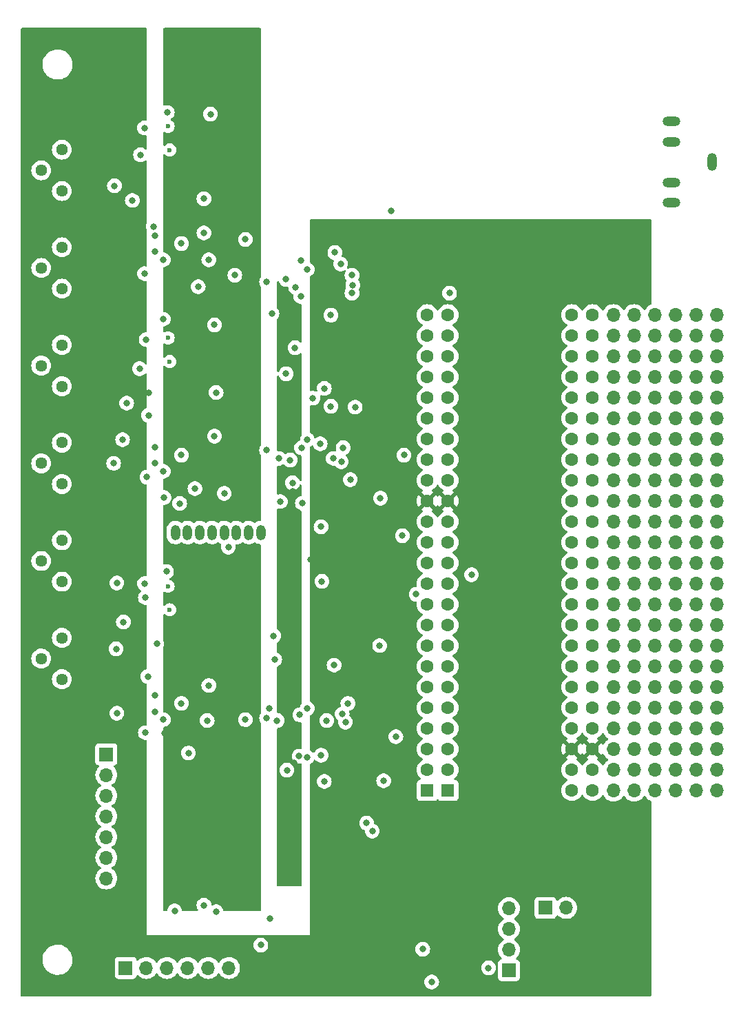
<source format=gbr>
%TF.GenerationSoftware,KiCad,Pcbnew,7.0.2*%
%TF.CreationDate,2025-02-14T16:13:01+00:00*%
%TF.ProjectId,body,626f6479-2e6b-4696-9361-645f70636258,rev?*%
%TF.SameCoordinates,Original*%
%TF.FileFunction,Copper,L3,Inr*%
%TF.FilePolarity,Positive*%
%FSLAX46Y46*%
G04 Gerber Fmt 4.6, Leading zero omitted, Abs format (unit mm)*
G04 Created by KiCad (PCBNEW 7.0.2) date 2025-02-14 16:13:01*
%MOMM*%
%LPD*%
G01*
G04 APERTURE LIST*
%TA.AperFunction,ComponentPad*%
%ADD10O,1.700000X1.700000*%
%TD*%
%TA.AperFunction,ComponentPad*%
%ADD11C,1.440000*%
%TD*%
%TA.AperFunction,ComponentPad*%
%ADD12R,1.700000X1.700000*%
%TD*%
%TA.AperFunction,ComponentPad*%
%ADD13O,2.200000X1.200000*%
%TD*%
%TA.AperFunction,ComponentPad*%
%ADD14O,1.200000X2.200000*%
%TD*%
%TA.AperFunction,ComponentPad*%
%ADD15O,1.170000X1.870000*%
%TD*%
%TA.AperFunction,ComponentPad*%
%ADD16R,1.600000X1.600000*%
%TD*%
%TA.AperFunction,ComponentPad*%
%ADD17C,1.600000*%
%TD*%
%TA.AperFunction,ViaPad*%
%ADD18C,0.600000*%
%TD*%
%TA.AperFunction,ViaPad*%
%ADD19C,0.800000*%
%TD*%
G04 APERTURE END LIST*
D10*
%TO.N,unconnected-(PB52-Pin_1-Pad1)*%
%TO.C,PB52*%
X183510000Y-68420000D03*
%TD*%
%TO.N,unconnected-(PB132-Pin_1-Pad1)*%
%TO.C,PB132*%
X183510000Y-119220000D03*
%TD*%
%TO.N,unconnected-(PB87-Pin_1-Pad1)*%
%TO.C,PB87*%
X175890000Y-96360000D03*
%TD*%
%TO.N,unconnected-(PB3-Pin_1-Pad1)*%
%TO.C,PB3*%
X173350000Y-65880000D03*
%TD*%
%TO.N,unconnected-(PB106-Pin_1-Pad1)*%
%TO.C,PB106*%
X178430000Y-114140000D03*
%TD*%
%TO.N,unconnected-(PB33-Pin_1-Pad1)*%
%TO.C,PB33*%
X178430000Y-81120000D03*
%TD*%
%TO.N,unconnected-(PB108-Pin_1-Pad1)*%
%TO.C,PB108*%
X178430000Y-119220000D03*
%TD*%
%TO.N,unconnected-(PB102-Pin_1-Pad1)*%
%TO.C,PB102*%
X178430000Y-103980000D03*
%TD*%
D11*
%TO.N,Net-(U4B--)*%
%TO.C,RV6*%
X105540000Y-52460000D03*
%TO.N,Net-(C32-Pad2)*%
X103000000Y-55000000D03*
%TO.N,unconnected-(RV6-Pad3)*%
X105540000Y-57540000D03*
%TD*%
D12*
%TO.N,Net-(J6-Pin_1)*%
%TO.C,J6*%
X113380000Y-141000000D03*
D10*
%TO.N,GND*%
X115920000Y-141000000D03*
%TO.N,Net-(J6-Pin_3)*%
X118460000Y-141000000D03*
%TO.N,GND*%
X121000000Y-141000000D03*
%TO.N,Net-(J6-Pin_5)*%
X123540000Y-141000000D03*
%TO.N,GND*%
X126080000Y-141000000D03*
%TD*%
%TO.N,unconnected-(PB6-Pin_1-Pad1)*%
%TO.C,PB6*%
X173350000Y-73500000D03*
%TD*%
%TO.N,unconnected-(PB85-Pin_1-Pad1)*%
%TO.C,PB85*%
X175890000Y-91280000D03*
%TD*%
%TO.N,unconnected-(PB113-Pin_1-Pad1)*%
%TO.C,PB113*%
X180970000Y-101440000D03*
%TD*%
%TO.N,unconnected-(PB92-Pin_1-Pad1)*%
%TO.C,PB92*%
X175890000Y-109060000D03*
%TD*%
%TO.N,unconnected-(PB8-Pin_1-Pad1)*%
%TO.C,PB8*%
X173350000Y-78580000D03*
%TD*%
%TO.N,unconnected-(PB32-Pin_1-Pad1)*%
%TO.C,PB32*%
X178430000Y-78580000D03*
%TD*%
%TO.N,unconnected-(PB56-Pin_1-Pad1)*%
%TO.C,PB56*%
X183510000Y-78580000D03*
%TD*%
%TO.N,unconnected-(PB47-Pin_1-Pad1)*%
%TO.C,PB47*%
X180970000Y-86200000D03*
%TD*%
%TO.N,unconnected-(PB60-Pin_1-Pad1)*%
%TO.C,PB60*%
X183510000Y-88740000D03*
%TD*%
%TO.N,unconnected-(PB68-Pin_1-Pad1)*%
%TO.C,PB68*%
X186050000Y-78580000D03*
%TD*%
%TO.N,unconnected-(PB26-Pin_1-Pad1)*%
%TO.C,PB26*%
X178430000Y-63340000D03*
%TD*%
%TO.N,unconnected-(PB97-Pin_1-Pad1)*%
%TO.C,PB97*%
X178430000Y-91280000D03*
%TD*%
%TO.N,unconnected-(PB5-Pin_1-Pad1)*%
%TO.C,PB5*%
X173350000Y-70960000D03*
%TD*%
%TO.N,unconnected-(PB73-Pin_1-Pad1)*%
%TO.C,PB73*%
X173350000Y-91280000D03*
%TD*%
%TO.N,unconnected-(PB143-Pin_1-Pad1)*%
%TO.C,PB143*%
X186050000Y-116680000D03*
%TD*%
%TO.N,unconnected-(PB61-Pin_1-Pad1)*%
%TO.C,PB61*%
X186050000Y-60800000D03*
%TD*%
D12*
%TO.N,+9V*%
%TO.C,J7*%
X160500000Y-141300000D03*
D10*
%TO.N,+5V*%
X160500000Y-138760000D03*
%TO.N,GND*%
X160500000Y-136220000D03*
X160500000Y-133680000D03*
%TD*%
%TO.N,unconnected-(PB118-Pin_1-Pad1)*%
%TO.C,PB118*%
X180970000Y-114140000D03*
%TD*%
%TO.N,unconnected-(PB44-Pin_1-Pad1)*%
%TO.C,PB44*%
X180970000Y-78580000D03*
%TD*%
%TO.N,unconnected-(PB69-Pin_1-Pad1)*%
%TO.C,PB69*%
X186050000Y-81120000D03*
%TD*%
%TO.N,unconnected-(PB96-Pin_1-Pad1)*%
%TO.C,PB96*%
X175890000Y-119220000D03*
%TD*%
%TO.N,unconnected-(PB53-Pin_1-Pad1)*%
%TO.C,PB53*%
X183510000Y-70960000D03*
%TD*%
%TO.N,unconnected-(PB136-Pin_1-Pad1)*%
%TO.C,PB136*%
X186050000Y-98900000D03*
%TD*%
%TO.N,unconnected-(PB63-Pin_1-Pad1)*%
%TO.C,PB63*%
X186050000Y-65880000D03*
%TD*%
%TO.N,unconnected-(PB76-Pin_1-Pad1)*%
%TO.C,PB76*%
X173350000Y-98900000D03*
%TD*%
%TO.N,unconnected-(PB4-Pin_1-Pad1)*%
%TO.C,PB4*%
X173350000Y-68420000D03*
%TD*%
%TO.N,unconnected-(PB75-Pin_1-Pad1)*%
%TO.C,PB75*%
X173350000Y-96360000D03*
%TD*%
%TO.N,unconnected-(PB17-Pin_1-Pad1)*%
%TO.C,PB17*%
X175890000Y-70960000D03*
%TD*%
%TO.N,unconnected-(PB30-Pin_1-Pad1)*%
%TO.C,PB30*%
X178430000Y-73500000D03*
%TD*%
%TO.N,unconnected-(PB34-Pin_1-Pad1)*%
%TO.C,PB34*%
X178430000Y-83660000D03*
%TD*%
%TO.N,unconnected-(PB64-Pin_1-Pad1)*%
%TO.C,PB64*%
X186050000Y-68420000D03*
%TD*%
%TO.N,unconnected-(PB131-Pin_1-Pad1)*%
%TO.C,PB131*%
X183510000Y-116680000D03*
%TD*%
%TO.N,unconnected-(PB126-Pin_1-Pad1)*%
%TO.C,PB126*%
X183510000Y-103980000D03*
%TD*%
D11*
%TO.N,Net-(U3B--)*%
%TO.C,RV4*%
X105540000Y-76460000D03*
%TO.N,Net-(C21-Pad2)*%
X103000000Y-79000000D03*
%TO.N,unconnected-(RV4-Pad3)*%
X105540000Y-81540000D03*
%TD*%
D10*
%TO.N,unconnected-(PB135-Pin_1-Pad1)*%
%TO.C,PB135*%
X186050000Y-96360000D03*
%TD*%
%TO.N,unconnected-(PB18-Pin_1-Pad1)*%
%TO.C,PB18*%
X175890000Y-73500000D03*
%TD*%
%TO.N,unconnected-(PB127-Pin_1-Pad1)*%
%TO.C,PB127*%
X183510000Y-106520000D03*
%TD*%
%TO.N,unconnected-(PB81-Pin_1-Pad1)*%
%TO.C,PB81*%
X173350000Y-111600000D03*
%TD*%
%TO.N,unconnected-(PB125-Pin_1-Pad1)*%
%TO.C,PB125*%
X183510000Y-101440000D03*
%TD*%
%TO.N,unconnected-(PB117-Pin_1-Pad1)*%
%TO.C,PB117*%
X180970000Y-111600000D03*
%TD*%
%TO.N,unconnected-(PB77-Pin_1-Pad1)*%
%TO.C,PB77*%
X173350000Y-101440000D03*
%TD*%
%TO.N,unconnected-(PB54-Pin_1-Pad1)*%
%TO.C,PB54*%
X183510000Y-73500000D03*
%TD*%
%TO.N,unconnected-(PB41-Pin_1-Pad1)*%
%TO.C,PB41*%
X180970000Y-70960000D03*
%TD*%
%TO.N,unconnected-(PB138-Pin_1-Pad1)*%
%TO.C,PB138*%
X186050000Y-103980000D03*
%TD*%
%TO.N,unconnected-(PB10-Pin_1-Pad1)*%
%TO.C,PB10*%
X173350000Y-83660000D03*
%TD*%
%TO.N,unconnected-(PB142-Pin_1-Pad1)*%
%TO.C,PB142*%
X186050000Y-114140000D03*
%TD*%
%TO.N,unconnected-(PB66-Pin_1-Pad1)*%
%TO.C,PB66*%
X186050000Y-73500000D03*
%TD*%
%TO.N,unconnected-(PB109-Pin_1-Pad1)*%
%TO.C,PB109*%
X180970000Y-91280000D03*
%TD*%
%TO.N,unconnected-(PB20-Pin_1-Pad1)*%
%TO.C,PB20*%
X175890000Y-78580000D03*
%TD*%
%TO.N,unconnected-(PB43-Pin_1-Pad1)*%
%TO.C,PB43*%
X180970000Y-76040000D03*
%TD*%
%TO.N,unconnected-(PB104-Pin_1-Pad1)*%
%TO.C,PB104*%
X178430000Y-109060000D03*
%TD*%
D11*
%TO.N,Net-(U2A--)*%
%TO.C,RV1*%
X105540000Y-88460000D03*
%TO.N,Net-(C9-Pad2)*%
X103000000Y-91000000D03*
%TO.N,unconnected-(RV1-Pad3)*%
X105540000Y-93540000D03*
%TD*%
D10*
%TO.N,unconnected-(PB7-Pin_1-Pad1)*%
%TO.C,PB7*%
X173350000Y-76040000D03*
%TD*%
D11*
%TO.N,Net-(U3A--)*%
%TO.C,RV3*%
X105540000Y-64460000D03*
%TO.N,Net-(C20-Pad2)*%
X103000000Y-67000000D03*
%TO.N,unconnected-(RV3-Pad3)*%
X105540000Y-69540000D03*
%TD*%
D10*
%TO.N,unconnected-(PB112-Pin_1-Pad1)*%
%TO.C,PB112*%
X180970000Y-98900000D03*
%TD*%
%TO.N,unconnected-(PB62-Pin_1-Pad1)*%
%TO.C,PB62*%
X186050000Y-63340000D03*
%TD*%
%TO.N,unconnected-(PB119-Pin_1-Pad1)*%
%TO.C,PB119*%
X180970000Y-116680000D03*
%TD*%
%TO.N,unconnected-(PB22-Pin_1-Pad1)*%
%TO.C,PB22*%
X175890000Y-83660000D03*
%TD*%
%TO.N,unconnected-(PB78-Pin_1-Pad1)*%
%TO.C,PB78*%
X173350000Y-103980000D03*
%TD*%
%TO.N,unconnected-(PB9-Pin_1-Pad1)*%
%TO.C,PB9*%
X173350000Y-81120000D03*
%TD*%
%TO.N,unconnected-(PB137-Pin_1-Pad1)*%
%TO.C,PB137*%
X186050000Y-101440000D03*
%TD*%
%TO.N,unconnected-(PB80-Pin_1-Pad1)*%
%TO.C,PB80*%
X173350000Y-109060000D03*
%TD*%
%TO.N,unconnected-(PB111-Pin_1-Pad1)*%
%TO.C,PB111*%
X180970000Y-96360000D03*
%TD*%
%TO.N,unconnected-(PB86-Pin_1-Pad1)*%
%TO.C,PB86*%
X175890000Y-93820000D03*
%TD*%
D11*
%TO.N,Net-(U2B--)*%
%TO.C,RV2*%
X105540000Y-100460000D03*
%TO.N,Net-(C10-Pad2)*%
X103000000Y-103000000D03*
%TO.N,unconnected-(RV2-Pad3)*%
X105540000Y-105540000D03*
%TD*%
D10*
%TO.N,unconnected-(PB21-Pin_1-Pad1)*%
%TO.C,PB21*%
X175890000Y-81120000D03*
%TD*%
%TO.N,unconnected-(PB128-Pin_1-Pad1)*%
%TO.C,PB128*%
X183510000Y-109060000D03*
%TD*%
%TO.N,unconnected-(PB120-Pin_1-Pad1)*%
%TO.C,PB120*%
X180970000Y-119220000D03*
%TD*%
%TO.N,unconnected-(PB79-Pin_1-Pad1)*%
%TO.C,PB79*%
X173350000Y-106520000D03*
%TD*%
%TO.N,unconnected-(PB94-Pin_1-Pad1)*%
%TO.C,PB94*%
X175890000Y-114140000D03*
%TD*%
%TO.N,unconnected-(PB98-Pin_1-Pad1)*%
%TO.C,PB98*%
X178430000Y-93820000D03*
%TD*%
%TO.N,unconnected-(PB39-Pin_1-Pad1)*%
%TO.C,PB39*%
X180970000Y-65880000D03*
%TD*%
%TO.N,unconnected-(PB99-Pin_1-Pad1)*%
%TO.C,PB99*%
X178430000Y-96360000D03*
%TD*%
%TO.N,unconnected-(PB1-Pin_1-Pad1)*%
%TO.C,PB1*%
X173350000Y-60800000D03*
%TD*%
%TO.N,unconnected-(PB115-Pin_1-Pad1)*%
%TO.C,PB115*%
X180970000Y-106520000D03*
%TD*%
%TO.N,unconnected-(PB114-Pin_1-Pad1)*%
%TO.C,PB114*%
X180970000Y-103980000D03*
%TD*%
%TO.N,unconnected-(PB103-Pin_1-Pad1)*%
%TO.C,PB103*%
X178430000Y-106520000D03*
%TD*%
%TO.N,unconnected-(PB46-Pin_1-Pad1)*%
%TO.C,PB46*%
X180970000Y-83660000D03*
%TD*%
%TO.N,unconnected-(PB133-Pin_1-Pad1)*%
%TO.C,PB133*%
X186050000Y-91280000D03*
%TD*%
%TO.N,unconnected-(PB82-Pin_1-Pad1)*%
%TO.C,PB82*%
X173350000Y-114140000D03*
%TD*%
%TO.N,unconnected-(PB36-Pin_1-Pad1)*%
%TO.C,PB36*%
X178430000Y-88740000D03*
%TD*%
%TO.N,unconnected-(PB140-Pin_1-Pad1)*%
%TO.C,PB140*%
X186050000Y-109060000D03*
%TD*%
%TO.N,unconnected-(PB15-Pin_1-Pad1)*%
%TO.C,PB15*%
X175890000Y-65880000D03*
%TD*%
%TO.N,unconnected-(PB71-Pin_1-Pad1)*%
%TO.C,PB71*%
X186050000Y-86200000D03*
%TD*%
%TO.N,unconnected-(PB59-Pin_1-Pad1)*%
%TO.C,PB59*%
X183510000Y-86200000D03*
%TD*%
%TO.N,unconnected-(PB24-Pin_1-Pad1)*%
%TO.C,PB24*%
X175890000Y-88740000D03*
%TD*%
%TO.N,unconnected-(PB38-Pin_1-Pad1)*%
%TO.C,PB38*%
X180970000Y-63340000D03*
%TD*%
%TO.N,unconnected-(PB144-Pin_1-Pad1)*%
%TO.C,PB144*%
X186050000Y-119220000D03*
%TD*%
%TO.N,unconnected-(PB83-Pin_1-Pad1)*%
%TO.C,PB83*%
X173350000Y-116680000D03*
%TD*%
%TO.N,unconnected-(PB14-Pin_1-Pad1)*%
%TO.C,PB14*%
X175890000Y-63340000D03*
%TD*%
%TO.N,unconnected-(PB55-Pin_1-Pad1)*%
%TO.C,PB55*%
X183510000Y-76040000D03*
%TD*%
%TO.N,unconnected-(PB105-Pin_1-Pad1)*%
%TO.C,PB105*%
X178430000Y-111600000D03*
%TD*%
%TO.N,unconnected-(PB42-Pin_1-Pad1)*%
%TO.C,PB42*%
X180970000Y-73500000D03*
%TD*%
%TO.N,unconnected-(PB88-Pin_1-Pad1)*%
%TO.C,PB88*%
X175890000Y-98900000D03*
%TD*%
D11*
%TO.N,Net-(U4A--)*%
%TO.C,RV5*%
X105540000Y-40460000D03*
%TO.N,Net-(C31-Pad2)*%
X103000000Y-43000000D03*
%TO.N,unconnected-(RV5-Pad3)*%
X105540000Y-45540000D03*
%TD*%
D10*
%TO.N,unconnected-(PB121-Pin_1-Pad1)*%
%TO.C,PB121*%
X183510000Y-91280000D03*
%TD*%
%TO.N,unconnected-(PB37-Pin_1-Pad1)*%
%TO.C,PB37*%
X180970000Y-60800000D03*
%TD*%
%TO.N,unconnected-(PB65-Pin_1-Pad1)*%
%TO.C,PB65*%
X186050000Y-70960000D03*
%TD*%
%TO.N,unconnected-(PB116-Pin_1-Pad1)*%
%TO.C,PB116*%
X180970000Y-109060000D03*
%TD*%
%TO.N,unconnected-(PB50-Pin_1-Pad1)*%
%TO.C,PB50*%
X183510000Y-63340000D03*
%TD*%
%TO.N,unconnected-(PB123-Pin_1-Pad1)*%
%TO.C,PB123*%
X183510000Y-96360000D03*
%TD*%
%TO.N,unconnected-(PB139-Pin_1-Pad1)*%
%TO.C,PB139*%
X186050000Y-106520000D03*
%TD*%
%TO.N,unconnected-(PB130-Pin_1-Pad1)*%
%TO.C,PB130*%
X183510000Y-114140000D03*
%TD*%
%TO.N,unconnected-(PB12-Pin_1-Pad1)*%
%TO.C,PB12*%
X173350000Y-88740000D03*
%TD*%
%TO.N,unconnected-(PB27-Pin_1-Pad1)*%
%TO.C,PB27*%
X178430000Y-65880000D03*
%TD*%
%TO.N,unconnected-(PB95-Pin_1-Pad1)*%
%TO.C,PB95*%
X175890000Y-116680000D03*
%TD*%
%TO.N,unconnected-(PB91-Pin_1-Pad1)*%
%TO.C,PB91*%
X175890000Y-106520000D03*
%TD*%
%TO.N,unconnected-(PB57-Pin_1-Pad1)*%
%TO.C,PB57*%
X183510000Y-81120000D03*
%TD*%
%TO.N,unconnected-(PB134-Pin_1-Pad1)*%
%TO.C,PB134*%
X186050000Y-93820000D03*
%TD*%
%TO.N,unconnected-(PB100-Pin_1-Pad1)*%
%TO.C,PB100*%
X178430000Y-98900000D03*
%TD*%
%TO.N,unconnected-(PB16-Pin_1-Pad1)*%
%TO.C,PB16*%
X175890000Y-68420000D03*
%TD*%
%TO.N,unconnected-(PB11-Pin_1-Pad1)*%
%TO.C,PB11*%
X173350000Y-86200000D03*
%TD*%
%TO.N,unconnected-(PB40-Pin_1-Pad1)*%
%TO.C,PB40*%
X180970000Y-68420000D03*
%TD*%
%TO.N,unconnected-(PB101-Pin_1-Pad1)*%
%TO.C,PB101*%
X178430000Y-101440000D03*
%TD*%
%TO.N,unconnected-(PB25-Pin_1-Pad1)*%
%TO.C,PB25*%
X178430000Y-60800000D03*
%TD*%
%TO.N,unconnected-(PB2-Pin_1-Pad1)*%
%TO.C,PB2*%
X173350000Y-63340000D03*
%TD*%
%TO.N,unconnected-(PB23-Pin_1-Pad1)*%
%TO.C,PB23*%
X175890000Y-86200000D03*
%TD*%
%TO.N,unconnected-(PB93-Pin_1-Pad1)*%
%TO.C,PB93*%
X175890000Y-111600000D03*
%TD*%
%TO.N,unconnected-(PB72-Pin_1-Pad1)*%
%TO.C,PB72*%
X186050000Y-88740000D03*
%TD*%
%TO.N,unconnected-(PB84-Pin_1-Pad1)*%
%TO.C,PB84*%
X173350000Y-119220000D03*
%TD*%
%TO.N,unconnected-(PB58-Pin_1-Pad1)*%
%TO.C,PB58*%
X183510000Y-83660000D03*
%TD*%
%TO.N,unconnected-(PB110-Pin_1-Pad1)*%
%TO.C,PB110*%
X180970000Y-93820000D03*
%TD*%
%TO.N,unconnected-(PB51-Pin_1-Pad1)*%
%TO.C,PB51*%
X183510000Y-65880000D03*
%TD*%
%TO.N,unconnected-(PB141-Pin_1-Pad1)*%
%TO.C,PB141*%
X186050000Y-111600000D03*
%TD*%
%TO.N,unconnected-(PB29-Pin_1-Pad1)*%
%TO.C,PB29*%
X178430000Y-70960000D03*
%TD*%
%TO.N,unconnected-(PB70-Pin_1-Pad1)*%
%TO.C,PB70*%
X186050000Y-83660000D03*
%TD*%
D13*
%TO.N,/codec1/HEADPHONES_R*%
%TO.C,J4*%
X180500000Y-47000000D03*
%TO.N,unconnected-(J4-PadRN)*%
X180500000Y-44500000D03*
D14*
%TO.N,/codec1/HEADPHONES_GND*%
X185500000Y-42000000D03*
D13*
%TO.N,/codec1/HEADPHONES_L*%
X180500000Y-37000000D03*
%TO.N,unconnected-(J4-PadTN)*%
X180500000Y-39500000D03*
%TD*%
D10*
%TO.N,unconnected-(PB67-Pin_1-Pad1)*%
%TO.C,PB67*%
X186050000Y-76040000D03*
%TD*%
%TO.N,unconnected-(PB89-Pin_1-Pad1)*%
%TO.C,PB89*%
X175890000Y-101440000D03*
%TD*%
%TO.N,unconnected-(PB31-Pin_1-Pad1)*%
%TO.C,PB31*%
X178430000Y-76040000D03*
%TD*%
%TO.N,unconnected-(PB90-Pin_1-Pad1)*%
%TO.C,PB90*%
X175890000Y-103980000D03*
%TD*%
%TO.N,unconnected-(PB48-Pin_1-Pad1)*%
%TO.C,PB48*%
X180970000Y-88740000D03*
%TD*%
%TO.N,unconnected-(PB13-Pin_1-Pad1)*%
%TO.C,PB13*%
X175890000Y-60800000D03*
%TD*%
%TO.N,unconnected-(PB122-Pin_1-Pad1)*%
%TO.C,PB122*%
X183510000Y-93820000D03*
%TD*%
%TO.N,unconnected-(PB124-Pin_1-Pad1)*%
%TO.C,PB124*%
X183510000Y-98900000D03*
%TD*%
%TO.N,unconnected-(PB28-Pin_1-Pad1)*%
%TO.C,PB28*%
X178430000Y-68420000D03*
%TD*%
%TO.N,unconnected-(PB107-Pin_1-Pad1)*%
%TO.C,PB107*%
X178430000Y-116680000D03*
%TD*%
%TO.N,unconnected-(PB19-Pin_1-Pad1)*%
%TO.C,PB19*%
X175890000Y-76040000D03*
%TD*%
%TO.N,unconnected-(PB49-Pin_1-Pad1)*%
%TO.C,PB49*%
X183510000Y-60800000D03*
%TD*%
%TO.N,unconnected-(PB74-Pin_1-Pad1)*%
%TO.C,PB74*%
X173350000Y-93820000D03*
%TD*%
%TO.N,unconnected-(PB35-Pin_1-Pad1)*%
%TO.C,PB35*%
X178430000Y-86200000D03*
%TD*%
%TO.N,unconnected-(PB45-Pin_1-Pad1)*%
%TO.C,PB45*%
X180970000Y-81120000D03*
%TD*%
%TO.N,unconnected-(PB129-Pin_1-Pad1)*%
%TO.C,PB129*%
X183510000Y-111600000D03*
%TD*%
D12*
%TO.N,/MIDI_PIN_4*%
%TO.C,J5*%
X111000000Y-114760000D03*
D10*
%TO.N,/MIDI_PIN_5*%
X111000000Y-117300000D03*
%TO.N,GND*%
X111000000Y-119840000D03*
%TO.N,MAIN_OUTPUT*%
X111000000Y-122380000D03*
%TO.N,GND*%
X111000000Y-124920000D03*
%TO.N,+9V*%
X111000000Y-127460000D03*
%TO.N,GND*%
X111000000Y-130000000D03*
%TD*%
D15*
%TO.N,GND*%
%TO.C,J3*%
X130000000Y-87500000D03*
X128500000Y-87500000D03*
%TO.N,/pickuppair1/INPUT_1*%
X127000000Y-87500000D03*
%TO.N,/pickuppair1/INPUT_2*%
X125500000Y-87500000D03*
%TO.N,/pickuppair2/INPUT_1*%
X124000000Y-87500000D03*
%TO.N,/pickuppair2/INPUT_2*%
X122500000Y-87500000D03*
%TO.N,/pickuppair3/INPUT_1*%
X121000000Y-87500000D03*
%TO.N,/pickuppair3/INPUT_2*%
X119500000Y-87500000D03*
%TD*%
D12*
%TO.N,GND*%
%TO.C,J2*%
X165000000Y-133625000D03*
D10*
X167540000Y-133625000D03*
%TD*%
D16*
%TO.N,GND*%
%TO.C,U1*%
X150460000Y-119180000D03*
X153000000Y-119180000D03*
D17*
%TO.N,unconnected-(U1-0_RX1_CRX2_CS1-Pad2)*%
X150460000Y-116640000D03*
X153000000Y-116640000D03*
%TO.N,MIDI_OUT*%
X150460000Y-114100000D03*
X153000000Y-114100000D03*
%TO.N,unconnected-(U1-2_OUT2-Pad4)*%
X150460000Y-111560000D03*
X153000000Y-111560000D03*
%TO.N,unconnected-(U1-3_LRCLK2-Pad5)*%
X150460000Y-109020000D03*
X153000000Y-109020000D03*
%TO.N,unconnected-(U1-4_BCLK2-Pad6)*%
X150460000Y-106480000D03*
X153000000Y-106480000D03*
%TO.N,unconnected-(U1-5_IN2-Pad7)*%
X150460000Y-103940000D03*
X153000000Y-103940000D03*
%TO.N,CODEC2_DIN*%
X150460000Y-101400000D03*
X153000000Y-101400000D03*
%TO.N,CODEC1_DOUT*%
X150460000Y-98860000D03*
X153000000Y-98860000D03*
%TO.N,CODEC1_DIN*%
X150460000Y-96320000D03*
X153000000Y-96320000D03*
%TO.N,CODEC3_DIN*%
X150460000Y-93780000D03*
X153000000Y-93780000D03*
%TO.N,unconnected-(U1-10_CS_MQSR-Pad12)*%
X150460000Y-91240000D03*
X153000000Y-91240000D03*
%TO.N,unconnected-(U1-11_MOSI_CTX1-Pad13)*%
X150460000Y-88700000D03*
X153000000Y-88700000D03*
%TO.N,unconnected-(U1-12_MISO_MQSL-Pad14)*%
X150460000Y-86160000D03*
X153000000Y-86160000D03*
%TO.N,+3.3V*%
X150460000Y-83620000D03*
X153000000Y-83620000D03*
%TO.N,unconnected-(U1-24_A10_TX6_SCL2-Pad16)*%
X150460000Y-81080000D03*
X153000000Y-81080000D03*
%TO.N,unconnected-(U1-25_A11_RX6_SDA2-Pad17)*%
X150460000Y-78540000D03*
X153000000Y-78540000D03*
%TO.N,unconnected-(U1-26_A12_MOSI1-Pad18)*%
X150460000Y-76000000D03*
X153000000Y-76000000D03*
%TO.N,unconnected-(U1-27_A13_SCK1-Pad19)*%
X150460000Y-73460000D03*
X153000000Y-73460000D03*
%TO.N,unconnected-(U1-28_RX7-Pad20)*%
X150460000Y-70920000D03*
X153000000Y-70920000D03*
%TO.N,FRET_CLOCK*%
X150460000Y-68380000D03*
X153000000Y-68380000D03*
%TO.N,FRET_LOAD*%
X150460000Y-65840000D03*
X153000000Y-65840000D03*
%TO.N,FRET_DATA*%
X150460000Y-63300000D03*
X153000000Y-63300000D03*
%TO.N,CODEC2_DOUT*%
X150460000Y-60760000D03*
X153000000Y-60760000D03*
%TO.N,unconnected-(U1-33_MCLK2-Pad25)*%
X168240000Y-60760000D03*
X170780000Y-60760000D03*
%TO.N,unconnected-(U1-34_RX8-Pad26)*%
X168240000Y-63300000D03*
X170780000Y-63300000D03*
%TO.N,unconnected-(U1-35_TX8-Pad27)*%
X168240000Y-65840000D03*
X170780000Y-65840000D03*
%TO.N,unconnected-(U1-36_CS-Pad28)*%
X168240000Y-68380000D03*
X170780000Y-68380000D03*
%TO.N,unconnected-(U1-37_CS-Pad29)*%
X168240000Y-70920000D03*
X170780000Y-70920000D03*
%TO.N,unconnected-(U1-38_CS1_IN1-Pad30)*%
X168240000Y-73460000D03*
X170780000Y-73460000D03*
%TO.N,unconnected-(U1-39_MISO1_OUT1A-Pad31)*%
X168240000Y-76000000D03*
X170780000Y-76000000D03*
%TO.N,unconnected-(U1-40_A16-Pad32)*%
X168240000Y-78540000D03*
X170780000Y-78540000D03*
%TO.N,unconnected-(U1-41_A17-Pad33)*%
X168240000Y-81080000D03*
X170780000Y-81080000D03*
%TO.N,GND*%
X168240000Y-83620000D03*
X170780000Y-83620000D03*
%TO.N,unconnected-(U1-13_SCK_LED-Pad35)*%
X168240000Y-86160000D03*
X170780000Y-86160000D03*
%TO.N,unconnected-(U1-14_A0_TX3_SPDIF_OUT-Pad36)*%
X168240000Y-88700000D03*
X170780000Y-88700000D03*
%TO.N,unconnected-(U1-15_A1_RX3_SPDIF_IN-Pad37)*%
X168240000Y-91240000D03*
X170780000Y-91240000D03*
%TO.N,unconnected-(U1-16_A2_RX4_SCL1-Pad38)*%
X168240000Y-93780000D03*
X170780000Y-93780000D03*
%TO.N,unconnected-(U1-17_A3_TX4_SDA1-Pad39)*%
X168240000Y-96320000D03*
X170780000Y-96320000D03*
%TO.N,DAC_SDA*%
X168240000Y-98860000D03*
X170780000Y-98860000D03*
%TO.N,DAC_SCL*%
X168240000Y-101400000D03*
X170780000Y-101400000D03*
%TO.N,DAC_LRCLK*%
X168240000Y-103940000D03*
X170780000Y-103940000D03*
%TO.N,DAC_BCLK*%
X168240000Y-106480000D03*
X170780000Y-106480000D03*
%TO.N,unconnected-(U1-22_A8_CTX1-Pad44)*%
X168240000Y-109020000D03*
X170780000Y-109020000D03*
%TO.N,DAC_MCLK*%
X168240000Y-111560000D03*
X170780000Y-111560000D03*
%TO.N,+3.3V*%
X168240000Y-114100000D03*
X170780000Y-114100000D03*
%TO.N,GND*%
X168240000Y-116640000D03*
X170780000Y-116640000D03*
%TO.N,+5V*%
X168240000Y-119180000D03*
X170780000Y-119180000D03*
%TD*%
D18*
%TO.N,Net-(U2A-+)*%
X118800000Y-97000000D03*
X118600000Y-94100000D03*
D19*
%TO.N,/pickuppair1/INPUT_2*%
X123400000Y-110600000D03*
X126000000Y-89300000D03*
%TO.N,Net-(U2B-+)*%
X117000000Y-107500000D03*
X118000000Y-110500000D03*
%TO.N,GND*%
X146600000Y-112600000D03*
X115700000Y-37800000D03*
X115700000Y-55700000D03*
X132000000Y-110600000D03*
X124299500Y-75671256D03*
X135100000Y-83900000D03*
X113500000Y-71600000D03*
X158000000Y-141000000D03*
X131100000Y-134900000D03*
X116000000Y-80700000D03*
X139000000Y-103800000D03*
X115900000Y-63800000D03*
X138600000Y-72000000D03*
X123000000Y-50700000D03*
X123600000Y-106300000D03*
X133100000Y-56400000D03*
X122300000Y-57300000D03*
X115686257Y-93775500D03*
X137300000Y-76600000D03*
X112200000Y-101800000D03*
X125500000Y-82700000D03*
X124300000Y-62000000D03*
X139100000Y-53100000D03*
X137400000Y-86800000D03*
X118400000Y-92300000D03*
X141200000Y-55900000D03*
X124500000Y-70300000D03*
X123000000Y-46500000D03*
X144700000Y-83300000D03*
X114200000Y-46700000D03*
X121100000Y-114600000D03*
X132198910Y-78400000D03*
X140111076Y-77078567D03*
X149900000Y-138700000D03*
X112000000Y-44900000D03*
X116100000Y-105200000D03*
X126800000Y-55900000D03*
X123800000Y-36100000D03*
X137800000Y-118100000D03*
X121900000Y-82100000D03*
X133200000Y-116700000D03*
X138100000Y-110600500D03*
X118000000Y-61300000D03*
X138600000Y-60800000D03*
X118500000Y-35900000D03*
X134200000Y-64800000D03*
X117200000Y-101200000D03*
X116200000Y-73100000D03*
X130000000Y-138200000D03*
X151000000Y-142725500D03*
X115800000Y-112100000D03*
X146000000Y-48000000D03*
X139800000Y-54500000D03*
%TO.N,Net-(C3-Pad2)*%
X147600000Y-78000000D03*
X123000000Y-133300000D03*
%TO.N,Net-(C4-Pad2)*%
X124500000Y-134100000D03*
X147400000Y-87900000D03*
%TO.N,+9V*%
X122000000Y-128000000D03*
X122100000Y-94500000D03*
X118200000Y-112200000D03*
X127200000Y-101800000D03*
X127000000Y-45600000D03*
X118600000Y-55300000D03*
X122100000Y-64200000D03*
X122200000Y-76600000D03*
X118600000Y-81800000D03*
X121800000Y-38000000D03*
%TO.N,Net-(C10-Pad2)*%
X117000000Y-109500000D03*
X120239500Y-108500000D03*
%TO.N,/codec1/LINE_IN_L*%
X113100000Y-98500000D03*
X140000000Y-109800000D03*
%TO.N,/codec1/LINE_IN_R*%
X140400000Y-110800000D03*
X112300000Y-109700000D03*
D18*
%TO.N,Net-(U3A-+)*%
X118800000Y-66500000D03*
X118600000Y-63600000D03*
D19*
%TO.N,Net-(U3B-+)*%
X117000000Y-77000000D03*
X118000000Y-80000000D03*
%TO.N,+3.3V*%
X136100000Y-90800000D03*
X140700000Y-107100000D03*
X137700000Y-121500000D03*
X138000000Y-65300000D03*
X164800000Y-97800000D03*
X140700000Y-75900000D03*
X114000000Y-104000000D03*
X114600000Y-101800000D03*
X115100000Y-45300000D03*
X111800000Y-48800000D03*
X116200000Y-70300000D03*
X145000000Y-50000000D03*
X140200000Y-72200000D03*
X115300000Y-118100000D03*
X137400000Y-131400000D03*
X141600000Y-53200000D03*
%TO.N,+1V8*%
X133400000Y-127100000D03*
X132405628Y-81905128D03*
X133400000Y-113700000D03*
X134100000Y-115800000D03*
X133899500Y-82411257D03*
X132900000Y-59700000D03*
X133900000Y-61100000D03*
%TO.N,/codec2/LINE_IN_L*%
X115080930Y-67380930D03*
X138900000Y-78400000D03*
%TO.N,/codec2/LINE_IN_R*%
X139900000Y-78800000D03*
X111900000Y-79000000D03*
X113000000Y-76100000D03*
%TO.N,/pickuppair3/INPUT_1*%
X120022113Y-83930221D03*
X128100000Y-51500000D03*
D18*
%TO.N,Net-(U4A-+)*%
X118600000Y-37600000D03*
X118800000Y-40500000D03*
D19*
%TO.N,/pickuppair3/INPUT_2*%
X118100000Y-83200000D03*
X123600000Y-54000000D03*
%TO.N,Net-(U4B-+)*%
X117000000Y-51000000D03*
X118000000Y-54000000D03*
%TO.N,/codec3/LINE_IN_L*%
X141300000Y-57100000D03*
X115200000Y-41100000D03*
%TO.N,/codec3/LINE_IN_R*%
X141200000Y-58100000D03*
X116800000Y-49900000D03*
%TO.N,/codec1/HEADPHONES_R*%
X137416214Y-114865435D03*
%TO.N,/codec1/HEADPHONES_GND*%
X135700000Y-115100000D03*
%TO.N,/codec1/HEADPHONES_L*%
X134706611Y-114989623D03*
%TO.N,DAC_SDA*%
X149100000Y-95100000D03*
X133100000Y-68000000D03*
X134271446Y-57369684D03*
%TO.N,DAC_SCL*%
X134900000Y-58500000D03*
X131375500Y-60600000D03*
X132400000Y-83700000D03*
X131584500Y-100200000D03*
X133900000Y-81400000D03*
X155900000Y-92700000D03*
X137500000Y-93500000D03*
%TO.N,CODEC2_DIN*%
X144600000Y-101400000D03*
X133598410Y-78600000D03*
%TO.N,CODEC3_DIN*%
X153200000Y-58100000D03*
%TO.N,CODEC2_DOUT*%
X137800000Y-69800000D03*
X136400000Y-71000000D03*
%TO.N,DAC_LRCLK*%
X135710500Y-76089372D03*
X135710500Y-109100000D03*
X134900000Y-54100000D03*
X130700000Y-77400000D03*
X143700000Y-124200000D03*
X131000000Y-109100000D03*
X130700000Y-56700000D03*
%TO.N,DAC_BCLK*%
X143000000Y-123200000D03*
X134800000Y-109900000D03*
X131700000Y-103100000D03*
X141600000Y-72100000D03*
X141000000Y-81000000D03*
X135000000Y-77100000D03*
X135700000Y-55200000D03*
X130700000Y-110300000D03*
%TO.N,Net-(C1-Pad2)*%
X128100000Y-110500000D03*
X140700000Y-108500000D03*
%TO.N,Net-(C2-Pad2)*%
X145100000Y-118000000D03*
X119400000Y-134000000D03*
%TO.N,Net-(C12-Pad1)*%
X115800000Y-95500000D03*
X112300000Y-93700000D03*
%TO.N,Net-(C21-Pad2)*%
X117000000Y-79000000D03*
X120239500Y-78000000D03*
%TO.N,Net-(C32-Pad2)*%
X117000000Y-53000000D03*
X120239500Y-52000000D03*
%TD*%
%TA.AperFunction,Conductor*%
%TO.N,+3.3V*%
G36*
X151539025Y-84345472D02*
G01*
X151590135Y-84272479D01*
X151617618Y-84213543D01*
X151663790Y-84161103D01*
X151730983Y-84141951D01*
X151797864Y-84162166D01*
X151842382Y-84213543D01*
X151869865Y-84272482D01*
X151920972Y-84345471D01*
X151920974Y-84345472D01*
X152474070Y-83792375D01*
X152476884Y-83805915D01*
X152546442Y-83940156D01*
X152649638Y-84050652D01*
X152778819Y-84129209D01*
X152830002Y-84143549D01*
X152274526Y-84699025D01*
X152274526Y-84699026D01*
X152347515Y-84750133D01*
X152405865Y-84777342D01*
X152458304Y-84823514D01*
X152477456Y-84890708D01*
X152457240Y-84957589D01*
X152405866Y-85002105D01*
X152347267Y-85029430D01*
X152160859Y-85159953D01*
X151999953Y-85320859D01*
X151869433Y-85507263D01*
X151857220Y-85533455D01*
X151845640Y-85558289D01*
X151842382Y-85565275D01*
X151796209Y-85617714D01*
X151729015Y-85636865D01*
X151662134Y-85616649D01*
X151617618Y-85565275D01*
X151617480Y-85564978D01*
X151590568Y-85507266D01*
X151590566Y-85507263D01*
X151460046Y-85320859D01*
X151299140Y-85159953D01*
X151112736Y-85029433D01*
X151105299Y-85025965D01*
X151054132Y-85002105D01*
X151001695Y-84955933D01*
X150982543Y-84888739D01*
X151002759Y-84821858D01*
X151054135Y-84777342D01*
X151112479Y-84750136D01*
X151185472Y-84699025D01*
X150631568Y-84145121D01*
X150748458Y-84094349D01*
X150865739Y-83998934D01*
X150952928Y-83875415D01*
X150983354Y-83789801D01*
X151539025Y-84345472D01*
G37*
%TD.AperFunction*%
%TA.AperFunction,Conductor*%
G36*
X151797865Y-81623348D02*
G01*
X151842382Y-81674725D01*
X151869431Y-81732733D01*
X151999953Y-81919140D01*
X152160859Y-82080046D01*
X152347264Y-82210567D01*
X152347265Y-82210567D01*
X152347266Y-82210568D01*
X152405865Y-82237893D01*
X152458304Y-82284065D01*
X152477456Y-82351259D01*
X152457240Y-82418140D01*
X152405865Y-82462657D01*
X152347517Y-82489865D01*
X152274527Y-82540973D01*
X152274526Y-82540973D01*
X152828432Y-83094878D01*
X152711542Y-83145651D01*
X152594261Y-83241066D01*
X152507072Y-83364585D01*
X152476645Y-83450198D01*
X151920973Y-82894526D01*
X151920973Y-82894527D01*
X151869866Y-82967515D01*
X151842381Y-83026457D01*
X151796208Y-83078896D01*
X151729014Y-83098047D01*
X151662133Y-83077830D01*
X151617617Y-83026455D01*
X151590134Y-82967517D01*
X151539025Y-82894526D01*
X150985929Y-83447622D01*
X150983116Y-83434085D01*
X150913558Y-83299844D01*
X150810362Y-83189348D01*
X150681181Y-83110791D01*
X150629996Y-83096449D01*
X151185472Y-82540974D01*
X151185471Y-82540972D01*
X151112485Y-82489867D01*
X151054133Y-82462657D01*
X151001694Y-82416484D01*
X150982543Y-82349290D01*
X151002759Y-82282409D01*
X151054134Y-82237893D01*
X151112734Y-82210568D01*
X151299139Y-82080047D01*
X151460047Y-81919139D01*
X151590568Y-81732734D01*
X151617618Y-81674724D01*
X151663790Y-81622285D01*
X151730983Y-81603133D01*
X151797865Y-81623348D01*
G37*
%TD.AperFunction*%
%TA.AperFunction,Conductor*%
G36*
X115943039Y-25520185D02*
G01*
X115988794Y-25572989D01*
X116000000Y-25624500D01*
X116000000Y-36790021D01*
X115980315Y-36857060D01*
X115927511Y-36902815D01*
X115858353Y-36912759D01*
X115850221Y-36911312D01*
X115794646Y-36899500D01*
X115605354Y-36899500D01*
X115605352Y-36899500D01*
X115420197Y-36938855D01*
X115247269Y-37015848D01*
X115094129Y-37127110D01*
X114967466Y-37267783D01*
X114872820Y-37431715D01*
X114814326Y-37611742D01*
X114794540Y-37799999D01*
X114814326Y-37988257D01*
X114872820Y-38168284D01*
X114967466Y-38332216D01*
X115094129Y-38472889D01*
X115247269Y-38584151D01*
X115420197Y-38661144D01*
X115605352Y-38700500D01*
X115605354Y-38700500D01*
X115794645Y-38700500D01*
X115794646Y-38700500D01*
X115850220Y-38688687D01*
X115919885Y-38694002D01*
X115975619Y-38736139D01*
X115999725Y-38801718D01*
X116000000Y-38809977D01*
X116000000Y-40324790D01*
X115980315Y-40391829D01*
X115927511Y-40437584D01*
X115858353Y-40447528D01*
X115803115Y-40425108D01*
X115652730Y-40315848D01*
X115479802Y-40238855D01*
X115294648Y-40199500D01*
X115294646Y-40199500D01*
X115105354Y-40199500D01*
X115105352Y-40199500D01*
X114920197Y-40238855D01*
X114747269Y-40315848D01*
X114594129Y-40427110D01*
X114467466Y-40567783D01*
X114372820Y-40731715D01*
X114314326Y-40911742D01*
X114294540Y-41099999D01*
X114314326Y-41288257D01*
X114372820Y-41468284D01*
X114467466Y-41632216D01*
X114594129Y-41772889D01*
X114747269Y-41884151D01*
X114920197Y-41961144D01*
X115105352Y-42000500D01*
X115105354Y-42000500D01*
X115294648Y-42000500D01*
X115418083Y-41974262D01*
X115479803Y-41961144D01*
X115652730Y-41884151D01*
X115665038Y-41875209D01*
X115803115Y-41774891D01*
X115868921Y-41751411D01*
X115936975Y-41767236D01*
X115985670Y-41817342D01*
X116000000Y-41875209D01*
X116000000Y-49451414D01*
X115983387Y-49513413D01*
X115972821Y-49531713D01*
X115914326Y-49711742D01*
X115914325Y-49711744D01*
X115914326Y-49711744D01*
X115894540Y-49900000D01*
X115914326Y-50088256D01*
X115972821Y-50268284D01*
X115983387Y-50286585D01*
X116000000Y-50348584D01*
X116000000Y-54690021D01*
X115980315Y-54757060D01*
X115927511Y-54802815D01*
X115858353Y-54812759D01*
X115850221Y-54811312D01*
X115794646Y-54799500D01*
X115605354Y-54799500D01*
X115605352Y-54799500D01*
X115420197Y-54838855D01*
X115247269Y-54915848D01*
X115094129Y-55027110D01*
X114967466Y-55167783D01*
X114872820Y-55331715D01*
X114814326Y-55511742D01*
X114794540Y-55700000D01*
X114814326Y-55888257D01*
X114872820Y-56068284D01*
X114967466Y-56232216D01*
X115094129Y-56372889D01*
X115247269Y-56484151D01*
X115420197Y-56561144D01*
X115605352Y-56600500D01*
X115605354Y-56600500D01*
X115794645Y-56600500D01*
X115794646Y-56600500D01*
X115850220Y-56588687D01*
X115919885Y-56594002D01*
X115975619Y-56636139D01*
X115999725Y-56701718D01*
X116000000Y-56709977D01*
X116000000Y-62775500D01*
X115980315Y-62842539D01*
X115927511Y-62888294D01*
X115876000Y-62899500D01*
X115805352Y-62899500D01*
X115620197Y-62938855D01*
X115447269Y-63015848D01*
X115294129Y-63127110D01*
X115167466Y-63267783D01*
X115072820Y-63431715D01*
X115014326Y-63611742D01*
X114994540Y-63800000D01*
X115014326Y-63988257D01*
X115072820Y-64168284D01*
X115167466Y-64332216D01*
X115294129Y-64472889D01*
X115447269Y-64584151D01*
X115620197Y-64661144D01*
X115805352Y-64700500D01*
X115876000Y-64700500D01*
X115943039Y-64720185D01*
X115988794Y-64772989D01*
X116000000Y-64824500D01*
X116000000Y-66732852D01*
X115980315Y-66799891D01*
X115927511Y-66845646D01*
X115858353Y-66855590D01*
X115794797Y-66826565D01*
X115783851Y-66815825D01*
X115686800Y-66708041D01*
X115533660Y-66596778D01*
X115360732Y-66519785D01*
X115175578Y-66480430D01*
X115175576Y-66480430D01*
X114986284Y-66480430D01*
X114986282Y-66480430D01*
X114801127Y-66519785D01*
X114628199Y-66596778D01*
X114475059Y-66708040D01*
X114348396Y-66848713D01*
X114253750Y-67012645D01*
X114195256Y-67192672D01*
X114175470Y-67380930D01*
X114195256Y-67569187D01*
X114253750Y-67749214D01*
X114348396Y-67913146D01*
X114475059Y-68053819D01*
X114628199Y-68165081D01*
X114801127Y-68242074D01*
X114986282Y-68281430D01*
X114986284Y-68281430D01*
X115175578Y-68281430D01*
X115299013Y-68255192D01*
X115360733Y-68242074D01*
X115533660Y-68165081D01*
X115676887Y-68061021D01*
X115686800Y-68053819D01*
X115783850Y-67946035D01*
X115843337Y-67909386D01*
X115913194Y-67910717D01*
X115971242Y-67949603D01*
X115999052Y-68013700D01*
X116000000Y-68029007D01*
X116000000Y-72122799D01*
X115980315Y-72189838D01*
X115927511Y-72235593D01*
X115926435Y-72236079D01*
X115920198Y-72238855D01*
X115920197Y-72238856D01*
X115889550Y-72252501D01*
X115747267Y-72315849D01*
X115594129Y-72427110D01*
X115467466Y-72567783D01*
X115372820Y-72731715D01*
X115314326Y-72911742D01*
X115294540Y-73099999D01*
X115314326Y-73288257D01*
X115372820Y-73468284D01*
X115467466Y-73632216D01*
X115594129Y-73772889D01*
X115747267Y-73884150D01*
X115797457Y-73906496D01*
X115920197Y-73961144D01*
X115920198Y-73961144D01*
X115926435Y-73963921D01*
X115979673Y-74009172D01*
X115999994Y-74076021D01*
X116000000Y-74077201D01*
X116000000Y-79678969D01*
X115980315Y-79746008D01*
X115927511Y-79791763D01*
X115901781Y-79800259D01*
X115720197Y-79838855D01*
X115547269Y-79915848D01*
X115394129Y-80027110D01*
X115267466Y-80167783D01*
X115172820Y-80331715D01*
X115114326Y-80511742D01*
X115094540Y-80699999D01*
X115114326Y-80888257D01*
X115172820Y-81068284D01*
X115267466Y-81232216D01*
X115394129Y-81372889D01*
X115547269Y-81484151D01*
X115655224Y-81532216D01*
X115720197Y-81561144D01*
X115901781Y-81599740D01*
X115963262Y-81632932D01*
X115997039Y-81694095D01*
X116000000Y-81721030D01*
X116000000Y-92768442D01*
X115980315Y-92835481D01*
X115927511Y-92881236D01*
X115858353Y-92891180D01*
X115850221Y-92889733D01*
X115780903Y-92875000D01*
X115591611Y-92875000D01*
X115591609Y-92875000D01*
X115406454Y-92914355D01*
X115233526Y-92991348D01*
X115080386Y-93102610D01*
X114953723Y-93243283D01*
X114859077Y-93407215D01*
X114800583Y-93587242D01*
X114780797Y-93775499D01*
X114800583Y-93963757D01*
X114859077Y-94143784D01*
X114953723Y-94307716D01*
X115080386Y-94448389D01*
X115233524Y-94559650D01*
X115241145Y-94563043D01*
X115294382Y-94608293D01*
X115314704Y-94675142D01*
X115295659Y-94742366D01*
X115263596Y-94776641D01*
X115194127Y-94827112D01*
X115067466Y-94967783D01*
X114972820Y-95131715D01*
X114914326Y-95311742D01*
X114894540Y-95500000D01*
X114914326Y-95688257D01*
X114972820Y-95868284D01*
X115067466Y-96032216D01*
X115194129Y-96172889D01*
X115347269Y-96284151D01*
X115520197Y-96361144D01*
X115705352Y-96400500D01*
X115876000Y-96400500D01*
X115943039Y-96420185D01*
X115988794Y-96472989D01*
X116000000Y-96524500D01*
X116000000Y-104200224D01*
X115980315Y-104267263D01*
X115927511Y-104313018D01*
X115901781Y-104321514D01*
X115820197Y-104338855D01*
X115647269Y-104415848D01*
X115494129Y-104527110D01*
X115367466Y-104667783D01*
X115272820Y-104831715D01*
X115214326Y-105011742D01*
X115194540Y-105200000D01*
X115214326Y-105388257D01*
X115272820Y-105568284D01*
X115367466Y-105732216D01*
X115494129Y-105872889D01*
X115647269Y-105984151D01*
X115820193Y-106061143D01*
X115820196Y-106061143D01*
X115820197Y-106061144D01*
X115901784Y-106078485D01*
X115963261Y-106111675D01*
X115997039Y-106172837D01*
X116000000Y-106199774D01*
X116000000Y-111075500D01*
X115980315Y-111142539D01*
X115927511Y-111188294D01*
X115876000Y-111199500D01*
X115705352Y-111199500D01*
X115520197Y-111238855D01*
X115347269Y-111315848D01*
X115194129Y-111427110D01*
X115067466Y-111567783D01*
X114972820Y-111731715D01*
X114914326Y-111911742D01*
X114894540Y-112100000D01*
X114914326Y-112288257D01*
X114972820Y-112468284D01*
X115067466Y-112632216D01*
X115194129Y-112772889D01*
X115347269Y-112884151D01*
X115520197Y-112961144D01*
X115705352Y-113000500D01*
X115876000Y-113000500D01*
X115943039Y-113020185D01*
X115988794Y-113072989D01*
X116000000Y-113124500D01*
X116000000Y-137000000D01*
X136000000Y-137000000D01*
X136000000Y-123200000D01*
X142094540Y-123200000D01*
X142114326Y-123388257D01*
X142172820Y-123568284D01*
X142267466Y-123732216D01*
X142394129Y-123872889D01*
X142547267Y-123984150D01*
X142609244Y-124011744D01*
X142720197Y-124061144D01*
X142720198Y-124061144D01*
X142722855Y-124062327D01*
X142776093Y-124107578D01*
X142796414Y-124174427D01*
X142795741Y-124188564D01*
X142794539Y-124199995D01*
X142814326Y-124388257D01*
X142872820Y-124568284D01*
X142967466Y-124732216D01*
X143094129Y-124872889D01*
X143247269Y-124984151D01*
X143420197Y-125061144D01*
X143605352Y-125100500D01*
X143605354Y-125100500D01*
X143794648Y-125100500D01*
X143918084Y-125074262D01*
X143979803Y-125061144D01*
X144152730Y-124984151D01*
X144305871Y-124872888D01*
X144432533Y-124732216D01*
X144527179Y-124568284D01*
X144585674Y-124388256D01*
X144605460Y-124200000D01*
X144585674Y-124011744D01*
X144527179Y-123831716D01*
X144527179Y-123831715D01*
X144432533Y-123667783D01*
X144305870Y-123527110D01*
X144152730Y-123415848D01*
X143977143Y-123337671D01*
X143923906Y-123292421D01*
X143903585Y-123225572D01*
X143904257Y-123211442D01*
X143905460Y-123200000D01*
X143885674Y-123011744D01*
X143827179Y-122831716D01*
X143827179Y-122831715D01*
X143732533Y-122667783D01*
X143605870Y-122527110D01*
X143452730Y-122415848D01*
X143279802Y-122338855D01*
X143094648Y-122299500D01*
X143094646Y-122299500D01*
X142905354Y-122299500D01*
X142905352Y-122299500D01*
X142720197Y-122338855D01*
X142547269Y-122415848D01*
X142394129Y-122527110D01*
X142267466Y-122667783D01*
X142172820Y-122831715D01*
X142114326Y-123011742D01*
X142094540Y-123200000D01*
X136000000Y-123200000D01*
X136000000Y-118100000D01*
X136894540Y-118100000D01*
X136914326Y-118288257D01*
X136972820Y-118468284D01*
X137067466Y-118632216D01*
X137194129Y-118772889D01*
X137347269Y-118884151D01*
X137520197Y-118961144D01*
X137705352Y-119000500D01*
X137705354Y-119000500D01*
X137894648Y-119000500D01*
X138018084Y-118974262D01*
X138079803Y-118961144D01*
X138252730Y-118884151D01*
X138405871Y-118772888D01*
X138532533Y-118632216D01*
X138627179Y-118468284D01*
X138685674Y-118288256D01*
X138705460Y-118100000D01*
X138694950Y-118000000D01*
X144194540Y-118000000D01*
X144214326Y-118188257D01*
X144272820Y-118368284D01*
X144367466Y-118532216D01*
X144494129Y-118672889D01*
X144647269Y-118784151D01*
X144820197Y-118861144D01*
X145005352Y-118900500D01*
X145005354Y-118900500D01*
X145194648Y-118900500D01*
X145318084Y-118874262D01*
X145379803Y-118861144D01*
X145552730Y-118784151D01*
X145705871Y-118672888D01*
X145832533Y-118532216D01*
X145927179Y-118368284D01*
X145985674Y-118188256D01*
X146005460Y-118000000D01*
X145985674Y-117811744D01*
X145935483Y-117657272D01*
X145927179Y-117631715D01*
X145832533Y-117467783D01*
X145705870Y-117327110D01*
X145552730Y-117215848D01*
X145379802Y-117138855D01*
X145194648Y-117099500D01*
X145194646Y-117099500D01*
X145005354Y-117099500D01*
X145005352Y-117099500D01*
X144820197Y-117138855D01*
X144647269Y-117215848D01*
X144494129Y-117327110D01*
X144367466Y-117467783D01*
X144272820Y-117631715D01*
X144214326Y-117811742D01*
X144194540Y-118000000D01*
X138694950Y-118000000D01*
X138685674Y-117911744D01*
X138627179Y-117731716D01*
X138627179Y-117731715D01*
X138532533Y-117567783D01*
X138405870Y-117427110D01*
X138252730Y-117315848D01*
X138079802Y-117238855D01*
X137894648Y-117199500D01*
X137894646Y-117199500D01*
X137705354Y-117199500D01*
X137705352Y-117199500D01*
X137520197Y-117238855D01*
X137347269Y-117315848D01*
X137194129Y-117427110D01*
X137067466Y-117567783D01*
X136972820Y-117731715D01*
X136914326Y-117911742D01*
X136894540Y-118100000D01*
X136000000Y-118100000D01*
X136000000Y-116032677D01*
X136019685Y-115965638D01*
X136072489Y-115919883D01*
X136073416Y-115919464D01*
X136152730Y-115884151D01*
X136305871Y-115772888D01*
X136432533Y-115632216D01*
X136519199Y-115482106D01*
X136527835Y-115467148D01*
X136578401Y-115418932D01*
X136647008Y-115405708D01*
X136711873Y-115431676D01*
X136727372Y-115446175D01*
X136810343Y-115538324D01*
X136963483Y-115649586D01*
X137136411Y-115726579D01*
X137321566Y-115765935D01*
X137321568Y-115765935D01*
X137510862Y-115765935D01*
X137634297Y-115739697D01*
X137696017Y-115726579D01*
X137868944Y-115649586D01*
X138022085Y-115538323D01*
X138148747Y-115397651D01*
X138243393Y-115233719D01*
X138301888Y-115053691D01*
X138321674Y-114865435D01*
X138301888Y-114677179D01*
X138254278Y-114530652D01*
X138243393Y-114497150D01*
X138148747Y-114333218D01*
X138022084Y-114192545D01*
X137868944Y-114081283D01*
X137696016Y-114004290D01*
X137510862Y-113964935D01*
X137510860Y-113964935D01*
X137321568Y-113964935D01*
X137321566Y-113964935D01*
X137136411Y-114004290D01*
X136963483Y-114081283D01*
X136810343Y-114192545D01*
X136683680Y-114333219D01*
X136588378Y-114498287D01*
X136537811Y-114546503D01*
X136469204Y-114559725D01*
X136404339Y-114533757D01*
X136388841Y-114519259D01*
X136305870Y-114427110D01*
X136152731Y-114315850D01*
X136152730Y-114315849D01*
X136073563Y-114280601D01*
X136020327Y-114235350D01*
X136000006Y-114168501D01*
X136000000Y-114167322D01*
X136000000Y-112600000D01*
X145694540Y-112600000D01*
X145714326Y-112788257D01*
X145772820Y-112968284D01*
X145867466Y-113132216D01*
X145994129Y-113272889D01*
X146147269Y-113384151D01*
X146320197Y-113461144D01*
X146505352Y-113500500D01*
X146505354Y-113500500D01*
X146694648Y-113500500D01*
X146855997Y-113466204D01*
X146879803Y-113461144D01*
X147052730Y-113384151D01*
X147205871Y-113272888D01*
X147332533Y-113132216D01*
X147427179Y-112968284D01*
X147485674Y-112788256D01*
X147505460Y-112600000D01*
X147485674Y-112411744D01*
X147455332Y-112318363D01*
X147427179Y-112231715D01*
X147332533Y-112067783D01*
X147205870Y-111927110D01*
X147052730Y-111815848D01*
X146879802Y-111738855D01*
X146694648Y-111699500D01*
X146694646Y-111699500D01*
X146505354Y-111699500D01*
X146505352Y-111699500D01*
X146320197Y-111738855D01*
X146147269Y-111815848D01*
X145994129Y-111927110D01*
X145867466Y-112067783D01*
X145772820Y-112231715D01*
X145714326Y-112411742D01*
X145694540Y-112600000D01*
X136000000Y-112600000D01*
X136000000Y-110600499D01*
X137194540Y-110600499D01*
X137214326Y-110788757D01*
X137272820Y-110968784D01*
X137367466Y-111132716D01*
X137494129Y-111273389D01*
X137647269Y-111384651D01*
X137820197Y-111461644D01*
X138005352Y-111501000D01*
X138005354Y-111501000D01*
X138194648Y-111501000D01*
X138326904Y-111472888D01*
X138379803Y-111461644D01*
X138552730Y-111384651D01*
X138624901Y-111332216D01*
X138705870Y-111273389D01*
X138832533Y-111132716D01*
X138927179Y-110968784D01*
X138938658Y-110933455D01*
X138985674Y-110788756D01*
X139005460Y-110600500D01*
X138985674Y-110412244D01*
X138951640Y-110307498D01*
X138927179Y-110232215D01*
X138832533Y-110068283D01*
X138705870Y-109927610D01*
X138552730Y-109816348D01*
X138516010Y-109799999D01*
X139094540Y-109799999D01*
X139114326Y-109988257D01*
X139172820Y-110168284D01*
X139267466Y-110332216D01*
X139394129Y-110472888D01*
X139461438Y-110521791D01*
X139504104Y-110577120D01*
X139511874Y-110635070D01*
X139494540Y-110799999D01*
X139514326Y-110988257D01*
X139572820Y-111168284D01*
X139667466Y-111332216D01*
X139794129Y-111472889D01*
X139947269Y-111584151D01*
X140120197Y-111661144D01*
X140305352Y-111700500D01*
X140305354Y-111700500D01*
X140494648Y-111700500D01*
X140618083Y-111674262D01*
X140679803Y-111661144D01*
X140852730Y-111584151D01*
X141005871Y-111472888D01*
X141132533Y-111332216D01*
X141227179Y-111168284D01*
X141285674Y-110988256D01*
X141305460Y-110800000D01*
X141285674Y-110611744D01*
X141240557Y-110472888D01*
X141227179Y-110431715D01*
X141132533Y-110267783D01*
X141005870Y-110127110D01*
X140938561Y-110078208D01*
X140895895Y-110022878D01*
X140888125Y-109964931D01*
X140905460Y-109800000D01*
X140885674Y-109611744D01*
X140858145Y-109527021D01*
X140856151Y-109457182D01*
X140892231Y-109397349D01*
X140950297Y-109367415D01*
X140979803Y-109361144D01*
X141152730Y-109284151D01*
X141305871Y-109172888D01*
X141432533Y-109032216D01*
X141527179Y-108868284D01*
X141585674Y-108688256D01*
X141605460Y-108500000D01*
X141585674Y-108311744D01*
X141555332Y-108218363D01*
X141527179Y-108131715D01*
X141432533Y-107967783D01*
X141305870Y-107827110D01*
X141152730Y-107715848D01*
X140979802Y-107638855D01*
X140794648Y-107599500D01*
X140794646Y-107599500D01*
X140605354Y-107599500D01*
X140605352Y-107599500D01*
X140420197Y-107638855D01*
X140247269Y-107715848D01*
X140094129Y-107827110D01*
X139967466Y-107967783D01*
X139872820Y-108131715D01*
X139814326Y-108311742D01*
X139794540Y-108500000D01*
X139814326Y-108688257D01*
X139841853Y-108772975D01*
X139843848Y-108842816D01*
X139807767Y-108902649D01*
X139749705Y-108932583D01*
X139720196Y-108938855D01*
X139547269Y-109015848D01*
X139394129Y-109127110D01*
X139267466Y-109267783D01*
X139172820Y-109431715D01*
X139114326Y-109611742D01*
X139094540Y-109799999D01*
X138516010Y-109799999D01*
X138379802Y-109739355D01*
X138194648Y-109700000D01*
X138194646Y-109700000D01*
X138005354Y-109700000D01*
X138005352Y-109700000D01*
X137820197Y-109739355D01*
X137647269Y-109816348D01*
X137494129Y-109927610D01*
X137367466Y-110068283D01*
X137272820Y-110232215D01*
X137214326Y-110412242D01*
X137194540Y-110600499D01*
X136000000Y-110600499D01*
X136000000Y-110037352D01*
X136019685Y-109970313D01*
X136072489Y-109924558D01*
X136073422Y-109924136D01*
X136163230Y-109884151D01*
X136257240Y-109815849D01*
X136316370Y-109772889D01*
X136358099Y-109726545D01*
X136443033Y-109632216D01*
X136537679Y-109468284D01*
X136596174Y-109288256D01*
X136615960Y-109100000D01*
X136596174Y-108911744D01*
X136565832Y-108818363D01*
X136537679Y-108731715D01*
X136443033Y-108567783D01*
X136316370Y-108427111D01*
X136163230Y-108315849D01*
X136073564Y-108275926D01*
X136020327Y-108230675D01*
X136000006Y-108163826D01*
X136000000Y-108162647D01*
X136000000Y-103800000D01*
X138094540Y-103800000D01*
X138114326Y-103988257D01*
X138172820Y-104168284D01*
X138267466Y-104332216D01*
X138394129Y-104472889D01*
X138547269Y-104584151D01*
X138720197Y-104661144D01*
X138905352Y-104700500D01*
X138905354Y-104700500D01*
X139094648Y-104700500D01*
X139218083Y-104674262D01*
X139279803Y-104661144D01*
X139452730Y-104584151D01*
X139592937Y-104482285D01*
X139605870Y-104472889D01*
X139732533Y-104332216D01*
X139827179Y-104168284D01*
X139862031Y-104061020D01*
X139885674Y-103988256D01*
X139905460Y-103800000D01*
X139885674Y-103611744D01*
X139827179Y-103431716D01*
X139827179Y-103431715D01*
X139732533Y-103267783D01*
X139605870Y-103127110D01*
X139452730Y-103015848D01*
X139279802Y-102938855D01*
X139094648Y-102899500D01*
X139094646Y-102899500D01*
X138905354Y-102899500D01*
X138905352Y-102899500D01*
X138720197Y-102938855D01*
X138547269Y-103015848D01*
X138394129Y-103127110D01*
X138267466Y-103267783D01*
X138172820Y-103431715D01*
X138114326Y-103611742D01*
X138094540Y-103800000D01*
X136000000Y-103800000D01*
X136000000Y-101399999D01*
X143694540Y-101399999D01*
X143714326Y-101588257D01*
X143772820Y-101768284D01*
X143867466Y-101932216D01*
X143994129Y-102072889D01*
X144147269Y-102184151D01*
X144320197Y-102261144D01*
X144505352Y-102300500D01*
X144505354Y-102300500D01*
X144694648Y-102300500D01*
X144818083Y-102274262D01*
X144879803Y-102261144D01*
X145052730Y-102184151D01*
X145132989Y-102125840D01*
X145205870Y-102072889D01*
X145332533Y-101932216D01*
X145427179Y-101768284D01*
X145478042Y-101611744D01*
X145485674Y-101588256D01*
X145505460Y-101400000D01*
X145485674Y-101211744D01*
X145427179Y-101031716D01*
X145427179Y-101031715D01*
X145332533Y-100867783D01*
X145205870Y-100727110D01*
X145052730Y-100615848D01*
X144879802Y-100538855D01*
X144694648Y-100499500D01*
X144694646Y-100499500D01*
X144505354Y-100499500D01*
X144505352Y-100499500D01*
X144320197Y-100538855D01*
X144147269Y-100615848D01*
X143994129Y-100727110D01*
X143867466Y-100867783D01*
X143772820Y-101031715D01*
X143714326Y-101211742D01*
X143694540Y-101399999D01*
X136000000Y-101399999D01*
X136000000Y-95100000D01*
X148194540Y-95100000D01*
X148214326Y-95288257D01*
X148272820Y-95468284D01*
X148367466Y-95632216D01*
X148494129Y-95772889D01*
X148647269Y-95884151D01*
X148820197Y-95961144D01*
X149005352Y-96000500D01*
X149047162Y-96000500D01*
X149114201Y-96020185D01*
X149159956Y-96072989D01*
X149170690Y-96135307D01*
X149154531Y-96320000D01*
X149174364Y-96546689D01*
X149233261Y-96766497D01*
X149329432Y-96972735D01*
X149459953Y-97159140D01*
X149620859Y-97320046D01*
X149732896Y-97398494D01*
X149807266Y-97450568D01*
X149865275Y-97477618D01*
X149917714Y-97523791D01*
X149936865Y-97590985D01*
X149916649Y-97657866D01*
X149865275Y-97702382D01*
X149807263Y-97729433D01*
X149620859Y-97859953D01*
X149459953Y-98020859D01*
X149329432Y-98207264D01*
X149233261Y-98413502D01*
X149174364Y-98633310D01*
X149154531Y-98859999D01*
X149174364Y-99086689D01*
X149233261Y-99306497D01*
X149329432Y-99512735D01*
X149459953Y-99699140D01*
X149620859Y-99860046D01*
X149732896Y-99938494D01*
X149807266Y-99990568D01*
X149852678Y-100011744D01*
X149865275Y-100017618D01*
X149917714Y-100063791D01*
X149936865Y-100130985D01*
X149916649Y-100197866D01*
X149865275Y-100242381D01*
X149844576Y-100252033D01*
X149807263Y-100269433D01*
X149620859Y-100399953D01*
X149459953Y-100560859D01*
X149329432Y-100747264D01*
X149233261Y-100953502D01*
X149174364Y-101173310D01*
X149154531Y-101399999D01*
X149174364Y-101626689D01*
X149233261Y-101846497D01*
X149329432Y-102052735D01*
X149459953Y-102239140D01*
X149620859Y-102400046D01*
X149732896Y-102478494D01*
X149807266Y-102530568D01*
X149865275Y-102557618D01*
X149917714Y-102603791D01*
X149936865Y-102670985D01*
X149916649Y-102737866D01*
X149865275Y-102782381D01*
X149844576Y-102792033D01*
X149807263Y-102809433D01*
X149620859Y-102939953D01*
X149459953Y-103100859D01*
X149329432Y-103287264D01*
X149233261Y-103493502D01*
X149174364Y-103713310D01*
X149154531Y-103940000D01*
X149174364Y-104166689D01*
X149233261Y-104386497D01*
X149329432Y-104592735D01*
X149459953Y-104779140D01*
X149620859Y-104940046D01*
X149732896Y-105018494D01*
X149807266Y-105070568D01*
X149865275Y-105097618D01*
X149917714Y-105143791D01*
X149936865Y-105210985D01*
X149916649Y-105277866D01*
X149865275Y-105322381D01*
X149844576Y-105332033D01*
X149807263Y-105349433D01*
X149620859Y-105479953D01*
X149459953Y-105640859D01*
X149329432Y-105827264D01*
X149233261Y-106033502D01*
X149174364Y-106253310D01*
X149154531Y-106479999D01*
X149174364Y-106706689D01*
X149233261Y-106926497D01*
X149329432Y-107132735D01*
X149459953Y-107319140D01*
X149620859Y-107480046D01*
X149732896Y-107558494D01*
X149807266Y-107610568D01*
X149865275Y-107637618D01*
X149917714Y-107683791D01*
X149936865Y-107750985D01*
X149916649Y-107817866D01*
X149865275Y-107862382D01*
X149807263Y-107889433D01*
X149620859Y-108019953D01*
X149459953Y-108180859D01*
X149329432Y-108367264D01*
X149233261Y-108573502D01*
X149174364Y-108793310D01*
X149154531Y-109019999D01*
X149174364Y-109246689D01*
X149233261Y-109466497D01*
X149329432Y-109672735D01*
X149459953Y-109859140D01*
X149620859Y-110020046D01*
X149732896Y-110098494D01*
X149807266Y-110150568D01*
X149865275Y-110177618D01*
X149917714Y-110223791D01*
X149936865Y-110290985D01*
X149916649Y-110357866D01*
X149865275Y-110402382D01*
X149807263Y-110429433D01*
X149620859Y-110559953D01*
X149459953Y-110720859D01*
X149329432Y-110907264D01*
X149233261Y-111113502D01*
X149174364Y-111333310D01*
X149154531Y-111560000D01*
X149174364Y-111786689D01*
X149233261Y-112006497D01*
X149329432Y-112212735D01*
X149459953Y-112399140D01*
X149620859Y-112560046D01*
X149732896Y-112638494D01*
X149807266Y-112690568D01*
X149865275Y-112717618D01*
X149917714Y-112763791D01*
X149936865Y-112830985D01*
X149916649Y-112897866D01*
X149865275Y-112942382D01*
X149807263Y-112969433D01*
X149620859Y-113099953D01*
X149459953Y-113260859D01*
X149329432Y-113447264D01*
X149233261Y-113653502D01*
X149174364Y-113873310D01*
X149154531Y-114100000D01*
X149174364Y-114326689D01*
X149233261Y-114546497D01*
X149329432Y-114752735D01*
X149459953Y-114939140D01*
X149620859Y-115100046D01*
X149806645Y-115230133D01*
X149807266Y-115230568D01*
X149865275Y-115257618D01*
X149917714Y-115303791D01*
X149936865Y-115370985D01*
X149916649Y-115437866D01*
X149865275Y-115482382D01*
X149807263Y-115509433D01*
X149620859Y-115639953D01*
X149459953Y-115800859D01*
X149329432Y-115987264D01*
X149233261Y-116193502D01*
X149174364Y-116413310D01*
X149154531Y-116640000D01*
X149174364Y-116866689D01*
X149233261Y-117086497D01*
X149329432Y-117292735D01*
X149459953Y-117479140D01*
X149620858Y-117640045D01*
X149645461Y-117657272D01*
X149689087Y-117711849D01*
X149696281Y-117781347D01*
X149664759Y-117843702D01*
X149604530Y-117879117D01*
X149587594Y-117882138D01*
X149552515Y-117885909D01*
X149417669Y-117936204D01*
X149302454Y-118022454D01*
X149216204Y-118137668D01*
X149165910Y-118272515D01*
X149165909Y-118272517D01*
X149159500Y-118332127D01*
X149159500Y-118335448D01*
X149159500Y-118335449D01*
X149159500Y-120024560D01*
X149159500Y-120024578D01*
X149159501Y-120027872D01*
X149165909Y-120087483D01*
X149216204Y-120222331D01*
X149302454Y-120337546D01*
X149417669Y-120423796D01*
X149552517Y-120474091D01*
X149612127Y-120480500D01*
X151307872Y-120480499D01*
X151367483Y-120474091D01*
X151502331Y-120423796D01*
X151617546Y-120337546D01*
X151630732Y-120319931D01*
X151686666Y-120278059D01*
X151756358Y-120273075D01*
X151817681Y-120306560D01*
X151829267Y-120319931D01*
X151842452Y-120337544D01*
X151842453Y-120337544D01*
X151842454Y-120337546D01*
X151957669Y-120423796D01*
X152092517Y-120474091D01*
X152152127Y-120480500D01*
X153847872Y-120480499D01*
X153907483Y-120474091D01*
X154042331Y-120423796D01*
X154157546Y-120337546D01*
X154243796Y-120222331D01*
X154294091Y-120087483D01*
X154300500Y-120027873D01*
X154300499Y-118332128D01*
X154294091Y-118272517D01*
X154243796Y-118137669D01*
X154157546Y-118022454D01*
X154042331Y-117936204D01*
X153907483Y-117885909D01*
X153872403Y-117882137D01*
X153807854Y-117855400D01*
X153768006Y-117798008D01*
X153765512Y-117728182D01*
X153801164Y-117668093D01*
X153814530Y-117657278D01*
X153839139Y-117640047D01*
X154000047Y-117479139D01*
X154130568Y-117292734D01*
X154226739Y-117086496D01*
X154285635Y-116866692D01*
X154305468Y-116640000D01*
X154285635Y-116413308D01*
X154226739Y-116193504D01*
X154130568Y-115987266D01*
X154116760Y-115967545D01*
X154000046Y-115800859D01*
X153839140Y-115639953D01*
X153652736Y-115509433D01*
X153633579Y-115500500D01*
X153594722Y-115482380D01*
X153542284Y-115436208D01*
X153523133Y-115369014D01*
X153543349Y-115302133D01*
X153594721Y-115257619D01*
X153652734Y-115230568D01*
X153839139Y-115100047D01*
X154000047Y-114939139D01*
X154130568Y-114752734D01*
X154226739Y-114546496D01*
X154285635Y-114326692D01*
X154305468Y-114100000D01*
X154303830Y-114081283D01*
X154290342Y-113927112D01*
X154285635Y-113873308D01*
X154226739Y-113653504D01*
X154130568Y-113447266D01*
X154104125Y-113409500D01*
X154000046Y-113260859D01*
X153839140Y-113099953D01*
X153652733Y-112969431D01*
X153594725Y-112942382D01*
X153542285Y-112896210D01*
X153523133Y-112829017D01*
X153543348Y-112762135D01*
X153594725Y-112717618D01*
X153652734Y-112690568D01*
X153839139Y-112560047D01*
X154000047Y-112399139D01*
X154130568Y-112212734D01*
X154226739Y-112006496D01*
X154285635Y-111786692D01*
X154305468Y-111560000D01*
X154285635Y-111333308D01*
X154226739Y-111113504D01*
X154130568Y-110907266D01*
X154055811Y-110800500D01*
X154000046Y-110720859D01*
X153839140Y-110559953D01*
X153652733Y-110429431D01*
X153594725Y-110402382D01*
X153542285Y-110356210D01*
X153523133Y-110289017D01*
X153543348Y-110222135D01*
X153594725Y-110177618D01*
X153652734Y-110150568D01*
X153839139Y-110020047D01*
X154000047Y-109859139D01*
X154130568Y-109672734D01*
X154226739Y-109466496D01*
X154285635Y-109246692D01*
X154305468Y-109020000D01*
X154285635Y-108793308D01*
X154226739Y-108573504D01*
X154130568Y-108367266D01*
X154126282Y-108361144D01*
X154000046Y-108180859D01*
X153839140Y-108019953D01*
X153652733Y-107889431D01*
X153594725Y-107862382D01*
X153542285Y-107816210D01*
X153523133Y-107749017D01*
X153543348Y-107682135D01*
X153594725Y-107637618D01*
X153652734Y-107610568D01*
X153839139Y-107480047D01*
X154000047Y-107319139D01*
X154130568Y-107132734D01*
X154226739Y-106926496D01*
X154285635Y-106706692D01*
X154305468Y-106480000D01*
X154285635Y-106253308D01*
X154226739Y-106033504D01*
X154130568Y-105827266D01*
X154005466Y-105648599D01*
X154000046Y-105640859D01*
X153839140Y-105479953D01*
X153652733Y-105349431D01*
X153611727Y-105330310D01*
X153594724Y-105322381D01*
X153542285Y-105276210D01*
X153523133Y-105209017D01*
X153543348Y-105142135D01*
X153594725Y-105097618D01*
X153652734Y-105070568D01*
X153839139Y-104940047D01*
X154000047Y-104779139D01*
X154130568Y-104592734D01*
X154226739Y-104386496D01*
X154285635Y-104166692D01*
X154305468Y-103940000D01*
X154285635Y-103713308D01*
X154226739Y-103493504D01*
X154130568Y-103287266D01*
X154005466Y-103108599D01*
X154000046Y-103100859D01*
X153839140Y-102939953D01*
X153652736Y-102809433D01*
X153645299Y-102805965D01*
X153594722Y-102782380D01*
X153542284Y-102736208D01*
X153523133Y-102669014D01*
X153543349Y-102602133D01*
X153594721Y-102557619D01*
X153652734Y-102530568D01*
X153839139Y-102400047D01*
X154000047Y-102239139D01*
X154130568Y-102052734D01*
X154226739Y-101846496D01*
X154285635Y-101626692D01*
X154305468Y-101400000D01*
X154285635Y-101173308D01*
X154226739Y-100953504D01*
X154130568Y-100747266D01*
X154116457Y-100727112D01*
X154000046Y-100560859D01*
X153839140Y-100399953D01*
X153652733Y-100269431D01*
X153611727Y-100250310D01*
X153594724Y-100242381D01*
X153542285Y-100196210D01*
X153523133Y-100129017D01*
X153543348Y-100062135D01*
X153594725Y-100017618D01*
X153607322Y-100011744D01*
X153652734Y-99990568D01*
X153839139Y-99860047D01*
X154000047Y-99699139D01*
X154130568Y-99512734D01*
X154226739Y-99306496D01*
X154285635Y-99086692D01*
X154305468Y-98860000D01*
X154285635Y-98633308D01*
X154226739Y-98413504D01*
X154130568Y-98207266D01*
X154077668Y-98131715D01*
X154000046Y-98020859D01*
X153839140Y-97859953D01*
X153652733Y-97729431D01*
X153594725Y-97702382D01*
X153542285Y-97656210D01*
X153523133Y-97589017D01*
X153543348Y-97522135D01*
X153594725Y-97477618D01*
X153652734Y-97450568D01*
X153839139Y-97320047D01*
X154000047Y-97159139D01*
X154130568Y-96972734D01*
X154226739Y-96766496D01*
X154285635Y-96546692D01*
X154305468Y-96320000D01*
X154285635Y-96093308D01*
X154226739Y-95873504D01*
X154130568Y-95667266D01*
X154013449Y-95500000D01*
X154000046Y-95480859D01*
X153839140Y-95319953D01*
X153652733Y-95189431D01*
X153594725Y-95162382D01*
X153542285Y-95116210D01*
X153523133Y-95049017D01*
X153543348Y-94982135D01*
X153594725Y-94937618D01*
X153652734Y-94910568D01*
X153839139Y-94780047D01*
X154000047Y-94619139D01*
X154130568Y-94432734D01*
X154226739Y-94226496D01*
X154285635Y-94006692D01*
X154305468Y-93780000D01*
X154285635Y-93553308D01*
X154226739Y-93333504D01*
X154130568Y-93127266D01*
X154126159Y-93120968D01*
X154000046Y-92940859D01*
X153839140Y-92779953D01*
X153724954Y-92700000D01*
X154994540Y-92700000D01*
X155014326Y-92888257D01*
X155072820Y-93068284D01*
X155167466Y-93232216D01*
X155294129Y-93372889D01*
X155447269Y-93484151D01*
X155620197Y-93561144D01*
X155805352Y-93600500D01*
X155805354Y-93600500D01*
X155994648Y-93600500D01*
X156118084Y-93574262D01*
X156179803Y-93561144D01*
X156352730Y-93484151D01*
X156371954Y-93470184D01*
X156505870Y-93372889D01*
X156542943Y-93331716D01*
X156632533Y-93232216D01*
X156727179Y-93068284D01*
X156785674Y-92888256D01*
X156805460Y-92700000D01*
X156785674Y-92511744D01*
X156727743Y-92333451D01*
X156727179Y-92331715D01*
X156632533Y-92167783D01*
X156505870Y-92027110D01*
X156352730Y-91915848D01*
X156179802Y-91838855D01*
X155994648Y-91799500D01*
X155994646Y-91799500D01*
X155805354Y-91799500D01*
X155805352Y-91799500D01*
X155620197Y-91838855D01*
X155447269Y-91915848D01*
X155294129Y-92027110D01*
X155167466Y-92167783D01*
X155072820Y-92331715D01*
X155014326Y-92511742D01*
X154994540Y-92700000D01*
X153724954Y-92700000D01*
X153652733Y-92649431D01*
X153594725Y-92622382D01*
X153542285Y-92576210D01*
X153523133Y-92509017D01*
X153543348Y-92442135D01*
X153594725Y-92397618D01*
X153652734Y-92370568D01*
X153839139Y-92240047D01*
X154000047Y-92079139D01*
X154130568Y-91892734D01*
X154226739Y-91686496D01*
X154285635Y-91466692D01*
X154305468Y-91240000D01*
X154285635Y-91013308D01*
X154226739Y-90793504D01*
X154130568Y-90587266D01*
X154126159Y-90580968D01*
X154000046Y-90400859D01*
X153839140Y-90239953D01*
X153652733Y-90109431D01*
X153594725Y-90082382D01*
X153542285Y-90036210D01*
X153523133Y-89969017D01*
X153543348Y-89902135D01*
X153594725Y-89857618D01*
X153652734Y-89830568D01*
X153839139Y-89700047D01*
X154000047Y-89539139D01*
X154130568Y-89352734D01*
X154226739Y-89146496D01*
X154285635Y-88926692D01*
X154305468Y-88700000D01*
X154285635Y-88473308D01*
X154226739Y-88253504D01*
X154130568Y-88047266D01*
X154126159Y-88040968D01*
X154000046Y-87860859D01*
X153839140Y-87699953D01*
X153652733Y-87569431D01*
X153594725Y-87542382D01*
X153542285Y-87496210D01*
X153523133Y-87429017D01*
X153543348Y-87362135D01*
X153594725Y-87317618D01*
X153652734Y-87290568D01*
X153839139Y-87160047D01*
X154000047Y-86999139D01*
X154130568Y-86812734D01*
X154226739Y-86606496D01*
X154285635Y-86386692D01*
X154305468Y-86160000D01*
X154285635Y-85933308D01*
X154226739Y-85713504D01*
X154130568Y-85507266D01*
X154005466Y-85328599D01*
X154000046Y-85320859D01*
X153839140Y-85159953D01*
X153652736Y-85029433D01*
X153645299Y-85025965D01*
X153594132Y-85002105D01*
X153541695Y-84955933D01*
X153522543Y-84888739D01*
X153542759Y-84821858D01*
X153594135Y-84777342D01*
X153652479Y-84750136D01*
X153725472Y-84699025D01*
X153171568Y-84145121D01*
X153288458Y-84094349D01*
X153405739Y-83998934D01*
X153492928Y-83875415D01*
X153523354Y-83789801D01*
X154079025Y-84345472D01*
X154130134Y-84272480D01*
X154226266Y-84066326D01*
X154285141Y-83846602D01*
X154304966Y-83620000D01*
X154285141Y-83393397D01*
X154226266Y-83173673D01*
X154130133Y-82967515D01*
X154079025Y-82894526D01*
X153525929Y-83447622D01*
X153523116Y-83434085D01*
X153453558Y-83299844D01*
X153350362Y-83189348D01*
X153221181Y-83110791D01*
X153169996Y-83096449D01*
X153725472Y-82540974D01*
X153725471Y-82540972D01*
X153652485Y-82489867D01*
X153594133Y-82462657D01*
X153541694Y-82416484D01*
X153522543Y-82349290D01*
X153542759Y-82282409D01*
X153594134Y-82237893D01*
X153652734Y-82210568D01*
X153839139Y-82080047D01*
X154000047Y-81919139D01*
X154130568Y-81732734D01*
X154226739Y-81526496D01*
X154285635Y-81306692D01*
X154305468Y-81080000D01*
X154285635Y-80853308D01*
X154226739Y-80633504D01*
X154130568Y-80427266D01*
X154005466Y-80248599D01*
X154000046Y-80240859D01*
X153839140Y-80079953D01*
X153652733Y-79949431D01*
X153594725Y-79922382D01*
X153542285Y-79876210D01*
X153523133Y-79809017D01*
X153543348Y-79742135D01*
X153594725Y-79697618D01*
X153652734Y-79670568D01*
X153839139Y-79540047D01*
X154000047Y-79379139D01*
X154130568Y-79192734D01*
X154226739Y-78986496D01*
X154285635Y-78766692D01*
X154305468Y-78540000D01*
X154285635Y-78313308D01*
X154226739Y-78093504D01*
X154130568Y-77887266D01*
X154113380Y-77862718D01*
X154000046Y-77700859D01*
X153839140Y-77539953D01*
X153652733Y-77409431D01*
X153594725Y-77382382D01*
X153542285Y-77336210D01*
X153523133Y-77269017D01*
X153543348Y-77202135D01*
X153594725Y-77157618D01*
X153634960Y-77138856D01*
X153652734Y-77130568D01*
X153839139Y-77000047D01*
X154000047Y-76839139D01*
X154130568Y-76652734D01*
X154226739Y-76446496D01*
X154285635Y-76226692D01*
X154305468Y-76000000D01*
X154285635Y-75773308D01*
X154226739Y-75553504D01*
X154130568Y-75347266D01*
X154099554Y-75302972D01*
X154000046Y-75160859D01*
X153839140Y-74999953D01*
X153652733Y-74869431D01*
X153594725Y-74842382D01*
X153542285Y-74796210D01*
X153523133Y-74729017D01*
X153543348Y-74662135D01*
X153594725Y-74617618D01*
X153652734Y-74590568D01*
X153839139Y-74460047D01*
X154000047Y-74299139D01*
X154130568Y-74112734D01*
X154226739Y-73906496D01*
X154285635Y-73686692D01*
X154305468Y-73460000D01*
X154285635Y-73233308D01*
X154226739Y-73013504D01*
X154130568Y-72807266D01*
X154106498Y-72772889D01*
X154000046Y-72620859D01*
X153839140Y-72459953D01*
X153652733Y-72329431D01*
X153594725Y-72302382D01*
X153542285Y-72256210D01*
X153523133Y-72189017D01*
X153543348Y-72122135D01*
X153594725Y-72077618D01*
X153652734Y-72050568D01*
X153839139Y-71920047D01*
X154000047Y-71759139D01*
X154130568Y-71572734D01*
X154226739Y-71366496D01*
X154285635Y-71146692D01*
X154305468Y-70920000D01*
X154285635Y-70693308D01*
X154226739Y-70473504D01*
X154130568Y-70267266D01*
X154070885Y-70182028D01*
X154000046Y-70080859D01*
X153839140Y-69919953D01*
X153652733Y-69789431D01*
X153594725Y-69762382D01*
X153542285Y-69716210D01*
X153523133Y-69649017D01*
X153543348Y-69582135D01*
X153594725Y-69537618D01*
X153652734Y-69510568D01*
X153839139Y-69380047D01*
X154000047Y-69219139D01*
X154130568Y-69032734D01*
X154226739Y-68826496D01*
X154285635Y-68606692D01*
X154305468Y-68380000D01*
X154285635Y-68153308D01*
X154226739Y-67933504D01*
X154130568Y-67727266D01*
X154050267Y-67612582D01*
X154000046Y-67540859D01*
X153839140Y-67379953D01*
X153652733Y-67249431D01*
X153611727Y-67230310D01*
X153594724Y-67222381D01*
X153542285Y-67176210D01*
X153523133Y-67109017D01*
X153543348Y-67042135D01*
X153594725Y-66997618D01*
X153652734Y-66970568D01*
X153839139Y-66840047D01*
X154000047Y-66679139D01*
X154130568Y-66492734D01*
X154226739Y-66286496D01*
X154285635Y-66066692D01*
X154305468Y-65840000D01*
X154285635Y-65613308D01*
X154226739Y-65393504D01*
X154130568Y-65187266D01*
X154069815Y-65100500D01*
X154000046Y-65000859D01*
X153839140Y-64839953D01*
X153652736Y-64709433D01*
X153633579Y-64700500D01*
X153594722Y-64682380D01*
X153542284Y-64636208D01*
X153523133Y-64569014D01*
X153543349Y-64502133D01*
X153594721Y-64457619D01*
X153652734Y-64430568D01*
X153839139Y-64300047D01*
X154000047Y-64139139D01*
X154130568Y-63952734D01*
X154226739Y-63746496D01*
X154285635Y-63526692D01*
X154305468Y-63300000D01*
X154302649Y-63267784D01*
X154285635Y-63073310D01*
X154285635Y-63073308D01*
X154226739Y-62853504D01*
X154130568Y-62647266D01*
X154005466Y-62468599D01*
X154000046Y-62460859D01*
X153839140Y-62299953D01*
X153652733Y-62169431D01*
X153594725Y-62142382D01*
X153542285Y-62096210D01*
X153523133Y-62029017D01*
X153543348Y-61962135D01*
X153594725Y-61917618D01*
X153652734Y-61890568D01*
X153839139Y-61760047D01*
X154000047Y-61599139D01*
X154130568Y-61412734D01*
X154226739Y-61206496D01*
X154285635Y-60986692D01*
X154305468Y-60760000D01*
X154285635Y-60533308D01*
X154226739Y-60313504D01*
X154130568Y-60107266D01*
X154012648Y-59938856D01*
X154000046Y-59920859D01*
X153839140Y-59759953D01*
X153652735Y-59629432D01*
X153446497Y-59533261D01*
X153226689Y-59474364D01*
X153000000Y-59454531D01*
X152773310Y-59474364D01*
X152553502Y-59533261D01*
X152347264Y-59629432D01*
X152160859Y-59759953D01*
X151999953Y-59920859D01*
X151869433Y-60107263D01*
X151857220Y-60133455D01*
X151845640Y-60158289D01*
X151842382Y-60165275D01*
X151796209Y-60217714D01*
X151729015Y-60236865D01*
X151662134Y-60216649D01*
X151617618Y-60165275D01*
X151617480Y-60164978D01*
X151590568Y-60107266D01*
X151472647Y-59938856D01*
X151460046Y-59920859D01*
X151299140Y-59759953D01*
X151112735Y-59629432D01*
X150906497Y-59533261D01*
X150686689Y-59474364D01*
X150460000Y-59454531D01*
X150233310Y-59474364D01*
X150013502Y-59533261D01*
X149807264Y-59629432D01*
X149620859Y-59759953D01*
X149459953Y-59920859D01*
X149329432Y-60107264D01*
X149233261Y-60313502D01*
X149174364Y-60533310D01*
X149154531Y-60759999D01*
X149174364Y-60986689D01*
X149233261Y-61206497D01*
X149329432Y-61412735D01*
X149459953Y-61599140D01*
X149620859Y-61760046D01*
X149732896Y-61838494D01*
X149807266Y-61890568D01*
X149865275Y-61917618D01*
X149917714Y-61963791D01*
X149936865Y-62030985D01*
X149916649Y-62097866D01*
X149865275Y-62142382D01*
X149807263Y-62169433D01*
X149620859Y-62299953D01*
X149459953Y-62460859D01*
X149329432Y-62647264D01*
X149233261Y-62853502D01*
X149174364Y-63073310D01*
X149154531Y-63300000D01*
X149174364Y-63526689D01*
X149233261Y-63746497D01*
X149329432Y-63952735D01*
X149459953Y-64139140D01*
X149620859Y-64300046D01*
X149771558Y-64405565D01*
X149807266Y-64430568D01*
X149865273Y-64457617D01*
X149917713Y-64503789D01*
X149936865Y-64570982D01*
X149916650Y-64637864D01*
X149865276Y-64682380D01*
X149807266Y-64709431D01*
X149620859Y-64839953D01*
X149459953Y-65000859D01*
X149329432Y-65187264D01*
X149233261Y-65393502D01*
X149174364Y-65613310D01*
X149154531Y-65839999D01*
X149174364Y-66066689D01*
X149233261Y-66286497D01*
X149329432Y-66492735D01*
X149459953Y-66679140D01*
X149620859Y-66840046D01*
X149732896Y-66918494D01*
X149807266Y-66970568D01*
X149865275Y-66997618D01*
X149917714Y-67043791D01*
X149936865Y-67110985D01*
X149916649Y-67177866D01*
X149865275Y-67222381D01*
X149844576Y-67232033D01*
X149807263Y-67249433D01*
X149620859Y-67379953D01*
X149459953Y-67540859D01*
X149329432Y-67727264D01*
X149233261Y-67933502D01*
X149174364Y-68153310D01*
X149154531Y-68379999D01*
X149174364Y-68606689D01*
X149233261Y-68826497D01*
X149329432Y-69032735D01*
X149459953Y-69219140D01*
X149620859Y-69380046D01*
X149732896Y-69458494D01*
X149807266Y-69510568D01*
X149865275Y-69537618D01*
X149917714Y-69583791D01*
X149936865Y-69650985D01*
X149916649Y-69717866D01*
X149865275Y-69762382D01*
X149807263Y-69789433D01*
X149620859Y-69919953D01*
X149459953Y-70080859D01*
X149329432Y-70267264D01*
X149233261Y-70473502D01*
X149174364Y-70693310D01*
X149154531Y-70920000D01*
X149174364Y-71146689D01*
X149233261Y-71366497D01*
X149329432Y-71572735D01*
X149459953Y-71759140D01*
X149620859Y-71920046D01*
X149807263Y-72050566D01*
X149807266Y-72050568D01*
X149865275Y-72077618D01*
X149917714Y-72123791D01*
X149936865Y-72190985D01*
X149916649Y-72257866D01*
X149865275Y-72302382D01*
X149807263Y-72329433D01*
X149620859Y-72459953D01*
X149459953Y-72620859D01*
X149329432Y-72807264D01*
X149233261Y-73013502D01*
X149174364Y-73233310D01*
X149154531Y-73460000D01*
X149174364Y-73686689D01*
X149233261Y-73906497D01*
X149329432Y-74112735D01*
X149459953Y-74299140D01*
X149620859Y-74460046D01*
X149732896Y-74538494D01*
X149807266Y-74590568D01*
X149865275Y-74617618D01*
X149917714Y-74663791D01*
X149936865Y-74730985D01*
X149916649Y-74797866D01*
X149865275Y-74842382D01*
X149807263Y-74869433D01*
X149620859Y-74999953D01*
X149459953Y-75160859D01*
X149329432Y-75347264D01*
X149233261Y-75553502D01*
X149174364Y-75773310D01*
X149154531Y-76000000D01*
X149174364Y-76226689D01*
X149233261Y-76446497D01*
X149329432Y-76652735D01*
X149459953Y-76839140D01*
X149620859Y-77000046D01*
X149732896Y-77078494D01*
X149807266Y-77130568D01*
X149865275Y-77157618D01*
X149917714Y-77203791D01*
X149936865Y-77270985D01*
X149916649Y-77337866D01*
X149865275Y-77382382D01*
X149807263Y-77409433D01*
X149620859Y-77539953D01*
X149459953Y-77700859D01*
X149329432Y-77887264D01*
X149233261Y-78093502D01*
X149174364Y-78313310D01*
X149154531Y-78540000D01*
X149174364Y-78766689D01*
X149233261Y-78986497D01*
X149329432Y-79192735D01*
X149459953Y-79379140D01*
X149620859Y-79540046D01*
X149732896Y-79618494D01*
X149807266Y-79670568D01*
X149865275Y-79697618D01*
X149917714Y-79743791D01*
X149936865Y-79810985D01*
X149916649Y-79877866D01*
X149865275Y-79922382D01*
X149807263Y-79949433D01*
X149620859Y-80079953D01*
X149459953Y-80240859D01*
X149329432Y-80427264D01*
X149233261Y-80633502D01*
X149174364Y-80853310D01*
X149154531Y-81080000D01*
X149174364Y-81306689D01*
X149233261Y-81526497D01*
X149329432Y-81732735D01*
X149459953Y-81919140D01*
X149620859Y-82080046D01*
X149807264Y-82210567D01*
X149807265Y-82210567D01*
X149807266Y-82210568D01*
X149865865Y-82237893D01*
X149918304Y-82284065D01*
X149937456Y-82351259D01*
X149917240Y-82418140D01*
X149865865Y-82462657D01*
X149807517Y-82489865D01*
X149734527Y-82540973D01*
X149734526Y-82540973D01*
X150288432Y-83094878D01*
X150171542Y-83145651D01*
X150054261Y-83241066D01*
X149967072Y-83364585D01*
X149936645Y-83450198D01*
X149380973Y-82894526D01*
X149380973Y-82894527D01*
X149329865Y-82967516D01*
X149233733Y-83173672D01*
X149174858Y-83393397D01*
X149155033Y-83620000D01*
X149174858Y-83846602D01*
X149233733Y-84066326D01*
X149329866Y-84272484D01*
X149380972Y-84345471D01*
X149380974Y-84345472D01*
X149934070Y-83792375D01*
X149936884Y-83805915D01*
X150006442Y-83940156D01*
X150109638Y-84050652D01*
X150238819Y-84129209D01*
X150290002Y-84143549D01*
X149734526Y-84699025D01*
X149734526Y-84699026D01*
X149807515Y-84750133D01*
X149865865Y-84777342D01*
X149918304Y-84823514D01*
X149937456Y-84890708D01*
X149917240Y-84957589D01*
X149865866Y-85002105D01*
X149807267Y-85029430D01*
X149620859Y-85159953D01*
X149459953Y-85320859D01*
X149329432Y-85507264D01*
X149233261Y-85713502D01*
X149174364Y-85933310D01*
X149154531Y-86160000D01*
X149174364Y-86386689D01*
X149233261Y-86606497D01*
X149329432Y-86812735D01*
X149459953Y-86999140D01*
X149620859Y-87160046D01*
X149754257Y-87253451D01*
X149807266Y-87290568D01*
X149865275Y-87317618D01*
X149917714Y-87363791D01*
X149936865Y-87430985D01*
X149916649Y-87497866D01*
X149865275Y-87542382D01*
X149807263Y-87569433D01*
X149620859Y-87699953D01*
X149459953Y-87860859D01*
X149329432Y-88047264D01*
X149233261Y-88253502D01*
X149174364Y-88473310D01*
X149154531Y-88700000D01*
X149174364Y-88926689D01*
X149233261Y-89146497D01*
X149329432Y-89352735D01*
X149459953Y-89539140D01*
X149620859Y-89700046D01*
X149754257Y-89793451D01*
X149807266Y-89830568D01*
X149865275Y-89857618D01*
X149917714Y-89903791D01*
X149936865Y-89970985D01*
X149916649Y-90037866D01*
X149865275Y-90082382D01*
X149807263Y-90109433D01*
X149620859Y-90239953D01*
X149459953Y-90400859D01*
X149329432Y-90587264D01*
X149233261Y-90793502D01*
X149174364Y-91013310D01*
X149154531Y-91239999D01*
X149174364Y-91466689D01*
X149233261Y-91686497D01*
X149329432Y-91892735D01*
X149459953Y-92079140D01*
X149620859Y-92240046D01*
X149754257Y-92333451D01*
X149807266Y-92370568D01*
X149865275Y-92397618D01*
X149917714Y-92443791D01*
X149936865Y-92510985D01*
X149916649Y-92577866D01*
X149865275Y-92622382D01*
X149807263Y-92649433D01*
X149620859Y-92779953D01*
X149459953Y-92940859D01*
X149329432Y-93127264D01*
X149233261Y-93333502D01*
X149174364Y-93553310D01*
X149154531Y-93779999D01*
X149174364Y-94006692D01*
X149184202Y-94043408D01*
X149182539Y-94113258D01*
X149143375Y-94171120D01*
X149079147Y-94198623D01*
X149064427Y-94199500D01*
X149005352Y-94199500D01*
X148820197Y-94238855D01*
X148647269Y-94315848D01*
X148494129Y-94427110D01*
X148367466Y-94567783D01*
X148272820Y-94731715D01*
X148214326Y-94911742D01*
X148194540Y-95100000D01*
X136000000Y-95100000D01*
X136000000Y-93500000D01*
X136594540Y-93500000D01*
X136614326Y-93688257D01*
X136672820Y-93868284D01*
X136767466Y-94032216D01*
X136894129Y-94172889D01*
X137047269Y-94284151D01*
X137220197Y-94361144D01*
X137405352Y-94400500D01*
X137405354Y-94400500D01*
X137594648Y-94400500D01*
X137724551Y-94372888D01*
X137779803Y-94361144D01*
X137952730Y-94284151D01*
X137959469Y-94279255D01*
X138105870Y-94172889D01*
X138124156Y-94152581D01*
X138232533Y-94032216D01*
X138327179Y-93868284D01*
X138385674Y-93688256D01*
X138405460Y-93500000D01*
X138385674Y-93311744D01*
X138349528Y-93200500D01*
X138327179Y-93131715D01*
X138232533Y-92967783D01*
X138105870Y-92827110D01*
X137952730Y-92715848D01*
X137779802Y-92638855D01*
X137594648Y-92599500D01*
X137594646Y-92599500D01*
X137405354Y-92599500D01*
X137405352Y-92599500D01*
X137220197Y-92638855D01*
X137047269Y-92715848D01*
X136894129Y-92827110D01*
X136767466Y-92967783D01*
X136672820Y-93131715D01*
X136614326Y-93311742D01*
X136594540Y-93500000D01*
X136000000Y-93500000D01*
X136000000Y-87900000D01*
X146494540Y-87900000D01*
X146514326Y-88088257D01*
X146572820Y-88268284D01*
X146667466Y-88432216D01*
X146794129Y-88572889D01*
X146947269Y-88684151D01*
X147120197Y-88761144D01*
X147305352Y-88800500D01*
X147305354Y-88800500D01*
X147494648Y-88800500D01*
X147618084Y-88774262D01*
X147679803Y-88761144D01*
X147852730Y-88684151D01*
X148005871Y-88572888D01*
X148132533Y-88432216D01*
X148227179Y-88268284D01*
X148285674Y-88088256D01*
X148305460Y-87900000D01*
X148285674Y-87711744D01*
X148239434Y-87569432D01*
X148227179Y-87531715D01*
X148132533Y-87367783D01*
X148005870Y-87227110D01*
X147852730Y-87115848D01*
X147679802Y-87038855D01*
X147494648Y-86999500D01*
X147494646Y-86999500D01*
X147305354Y-86999500D01*
X147305352Y-86999500D01*
X147120197Y-87038855D01*
X146947269Y-87115848D01*
X146794129Y-87227110D01*
X146667466Y-87367783D01*
X146572820Y-87531715D01*
X146514326Y-87711742D01*
X146494540Y-87900000D01*
X136000000Y-87900000D01*
X136000000Y-86800000D01*
X136494540Y-86800000D01*
X136495879Y-86812736D01*
X136514326Y-86988257D01*
X136572820Y-87168284D01*
X136667466Y-87332216D01*
X136794129Y-87472889D01*
X136947269Y-87584151D01*
X137120197Y-87661144D01*
X137305352Y-87700500D01*
X137305354Y-87700500D01*
X137494648Y-87700500D01*
X137626466Y-87672481D01*
X137679803Y-87661144D01*
X137852730Y-87584151D01*
X138005871Y-87472888D01*
X138132533Y-87332216D01*
X138227179Y-87168284D01*
X138285674Y-86988256D01*
X138305460Y-86800000D01*
X138285674Y-86611744D01*
X138227179Y-86431716D01*
X138227179Y-86431715D01*
X138132533Y-86267783D01*
X138005870Y-86127110D01*
X137852730Y-86015848D01*
X137679802Y-85938855D01*
X137494648Y-85899500D01*
X137494646Y-85899500D01*
X137305354Y-85899500D01*
X137305352Y-85899500D01*
X137120197Y-85938855D01*
X136947269Y-86015848D01*
X136794129Y-86127110D01*
X136667466Y-86267783D01*
X136572820Y-86431715D01*
X136514326Y-86611742D01*
X136506823Y-86683133D01*
X136494540Y-86800000D01*
X136000000Y-86800000D01*
X136000000Y-83958449D01*
X136000679Y-83945488D01*
X136005460Y-83900000D01*
X136000679Y-83854510D01*
X136000000Y-83841549D01*
X136000000Y-83300000D01*
X143794540Y-83300000D01*
X143814326Y-83488257D01*
X143872820Y-83668284D01*
X143967466Y-83832216D01*
X144094129Y-83972889D01*
X144247269Y-84084151D01*
X144420197Y-84161144D01*
X144605352Y-84200500D01*
X144605354Y-84200500D01*
X144794648Y-84200500D01*
X144938138Y-84170000D01*
X144979803Y-84161144D01*
X145152730Y-84084151D01*
X145305871Y-83972888D01*
X145432533Y-83832216D01*
X145527179Y-83668284D01*
X145585674Y-83488256D01*
X145605460Y-83300000D01*
X145585674Y-83111744D01*
X145549528Y-83000500D01*
X145527179Y-82931715D01*
X145432533Y-82767783D01*
X145305870Y-82627110D01*
X145152730Y-82515848D01*
X144979802Y-82438855D01*
X144794648Y-82399500D01*
X144794646Y-82399500D01*
X144605354Y-82399500D01*
X144605352Y-82399500D01*
X144420197Y-82438855D01*
X144247269Y-82515848D01*
X144094129Y-82627110D01*
X143967466Y-82767783D01*
X143872820Y-82931715D01*
X143814326Y-83111742D01*
X143794540Y-83300000D01*
X136000000Y-83300000D01*
X136000000Y-81000000D01*
X140094540Y-81000000D01*
X140096206Y-81015849D01*
X140114326Y-81188257D01*
X140172820Y-81368284D01*
X140267466Y-81532216D01*
X140394129Y-81672889D01*
X140547269Y-81784151D01*
X140720197Y-81861144D01*
X140905352Y-81900500D01*
X140905354Y-81900500D01*
X141094648Y-81900500D01*
X141218084Y-81874262D01*
X141279803Y-81861144D01*
X141452730Y-81784151D01*
X141523497Y-81732736D01*
X141605870Y-81672889D01*
X141626371Y-81650121D01*
X141732533Y-81532216D01*
X141827179Y-81368284D01*
X141885674Y-81188256D01*
X141905460Y-81000000D01*
X141885674Y-80811744D01*
X141835179Y-80656337D01*
X141827179Y-80631715D01*
X141732533Y-80467783D01*
X141605870Y-80327110D01*
X141452730Y-80215848D01*
X141279802Y-80138855D01*
X141094648Y-80099500D01*
X141094646Y-80099500D01*
X140905354Y-80099500D01*
X140905352Y-80099500D01*
X140720197Y-80138855D01*
X140547269Y-80215848D01*
X140394129Y-80327110D01*
X140267466Y-80467783D01*
X140172820Y-80631715D01*
X140114326Y-80811742D01*
X140102168Y-80927419D01*
X140094540Y-81000000D01*
X136000000Y-81000000D01*
X136000000Y-78400000D01*
X137994540Y-78400000D01*
X138014326Y-78588257D01*
X138072820Y-78768284D01*
X138167466Y-78932216D01*
X138294129Y-79072889D01*
X138447269Y-79184151D01*
X138620197Y-79261144D01*
X138805352Y-79300500D01*
X138805354Y-79300500D01*
X138994645Y-79300500D01*
X138994646Y-79300500D01*
X139045707Y-79289646D01*
X139115372Y-79294961D01*
X139163638Y-79327964D01*
X139294129Y-79472889D01*
X139447269Y-79584151D01*
X139620197Y-79661144D01*
X139805352Y-79700500D01*
X139805354Y-79700500D01*
X139994648Y-79700500D01*
X140135466Y-79670568D01*
X140179803Y-79661144D01*
X140352730Y-79584151D01*
X140505871Y-79472888D01*
X140632533Y-79332216D01*
X140727179Y-79168284D01*
X140785674Y-78988256D01*
X140805460Y-78800000D01*
X140785674Y-78611744D01*
X140727179Y-78431716D01*
X140727179Y-78431715D01*
X140632533Y-78267783D01*
X140505871Y-78127112D01*
X140476004Y-78105412D01*
X140433339Y-78050081D01*
X140429038Y-78000000D01*
X146694540Y-78000000D01*
X146714326Y-78188257D01*
X146772820Y-78368284D01*
X146867466Y-78532216D01*
X146994129Y-78672889D01*
X147147269Y-78784151D01*
X147320197Y-78861144D01*
X147505352Y-78900500D01*
X147505354Y-78900500D01*
X147694648Y-78900500D01*
X147818083Y-78874262D01*
X147879803Y-78861144D01*
X148052730Y-78784151D01*
X148076760Y-78766692D01*
X148205870Y-78672889D01*
X148242943Y-78631716D01*
X148332533Y-78532216D01*
X148427179Y-78368284D01*
X148485674Y-78188256D01*
X148505460Y-78000000D01*
X148485674Y-77811744D01*
X148449645Y-77700859D01*
X148427179Y-77631715D01*
X148332533Y-77467783D01*
X148205870Y-77327110D01*
X148052730Y-77215848D01*
X147879802Y-77138855D01*
X147694648Y-77099500D01*
X147694646Y-77099500D01*
X147505354Y-77099500D01*
X147505352Y-77099500D01*
X147320197Y-77138855D01*
X147147269Y-77215848D01*
X146994129Y-77327110D01*
X146867466Y-77467783D01*
X146772820Y-77631715D01*
X146714326Y-77811742D01*
X146694540Y-78000000D01*
X140429038Y-78000000D01*
X140427360Y-77980468D01*
X140459966Y-77918673D01*
X140498453Y-77891815D01*
X140563806Y-77862718D01*
X140716947Y-77751455D01*
X140843609Y-77610783D01*
X140938255Y-77446851D01*
X140996750Y-77266823D01*
X141016536Y-77078567D01*
X140996750Y-76890311D01*
X140958597Y-76772888D01*
X140938255Y-76710282D01*
X140843609Y-76546350D01*
X140716946Y-76405677D01*
X140563806Y-76294415D01*
X140390878Y-76217422D01*
X140205724Y-76178067D01*
X140205722Y-76178067D01*
X140016430Y-76178067D01*
X140016428Y-76178067D01*
X139831273Y-76217422D01*
X139658345Y-76294415D01*
X139505205Y-76405677D01*
X139378542Y-76546350D01*
X139283896Y-76710282D01*
X139225402Y-76890309D01*
X139205616Y-77078567D01*
X139225402Y-77266824D01*
X139257362Y-77365186D01*
X139259357Y-77435028D01*
X139223276Y-77494860D01*
X139160575Y-77525688D01*
X139113651Y-77524794D01*
X138994649Y-77499500D01*
X138994646Y-77499500D01*
X138805354Y-77499500D01*
X138805352Y-77499500D01*
X138620197Y-77538855D01*
X138447269Y-77615848D01*
X138294129Y-77727110D01*
X138167466Y-77867783D01*
X138072820Y-78031715D01*
X138014326Y-78211742D01*
X137994540Y-78400000D01*
X136000000Y-78400000D01*
X136000000Y-77026724D01*
X136019685Y-76959685D01*
X136072489Y-76913930D01*
X136073422Y-76913508D01*
X136163230Y-76873523D01*
X136250712Y-76809963D01*
X136316514Y-76786485D01*
X136384568Y-76802310D01*
X136433263Y-76852415D01*
X136441525Y-76871965D01*
X136472820Y-76968284D01*
X136567466Y-77132216D01*
X136694129Y-77272889D01*
X136847269Y-77384151D01*
X137020197Y-77461144D01*
X137205352Y-77500500D01*
X137205354Y-77500500D01*
X137394648Y-77500500D01*
X137518084Y-77474262D01*
X137579803Y-77461144D01*
X137752730Y-77384151D01*
X137790103Y-77356998D01*
X137905870Y-77272889D01*
X137928713Y-77247520D01*
X138032533Y-77132216D01*
X138127179Y-76968284D01*
X138185674Y-76788256D01*
X138205460Y-76600000D01*
X138185674Y-76411744D01*
X138147551Y-76294415D01*
X138127179Y-76231715D01*
X138032533Y-76067783D01*
X137905870Y-75927110D01*
X137752730Y-75815848D01*
X137579802Y-75738855D01*
X137394648Y-75699500D01*
X137394646Y-75699500D01*
X137205354Y-75699500D01*
X137205352Y-75699500D01*
X137020197Y-75738855D01*
X136847269Y-75815848D01*
X136759791Y-75879405D01*
X136693985Y-75902885D01*
X136625931Y-75887059D01*
X136577236Y-75836954D01*
X136568975Y-75817405D01*
X136537679Y-75721087D01*
X136443033Y-75557155D01*
X136328984Y-75430493D01*
X136316371Y-75416484D01*
X136300534Y-75404978D01*
X136163230Y-75305221D01*
X136073564Y-75265298D01*
X136020327Y-75220047D01*
X136000006Y-75153198D01*
X136000000Y-75152019D01*
X136000000Y-72000000D01*
X137694540Y-72000000D01*
X137714326Y-72188257D01*
X137772820Y-72368284D01*
X137867466Y-72532216D01*
X137994129Y-72672889D01*
X138147269Y-72784151D01*
X138320197Y-72861144D01*
X138505352Y-72900500D01*
X138505354Y-72900500D01*
X138694648Y-72900500D01*
X138818084Y-72874262D01*
X138879803Y-72861144D01*
X139052730Y-72784151D01*
X139205871Y-72672888D01*
X139332533Y-72532216D01*
X139427179Y-72368284D01*
X139485674Y-72188256D01*
X139494950Y-72100000D01*
X140694540Y-72100000D01*
X140714326Y-72288257D01*
X140772820Y-72468284D01*
X140867466Y-72632216D01*
X140994129Y-72772889D01*
X141147269Y-72884151D01*
X141320197Y-72961144D01*
X141505352Y-73000500D01*
X141505354Y-73000500D01*
X141694648Y-73000500D01*
X141818083Y-72974262D01*
X141879803Y-72961144D01*
X142052730Y-72884151D01*
X142078711Y-72865275D01*
X142205870Y-72772889D01*
X142242943Y-72731716D01*
X142332533Y-72632216D01*
X142427179Y-72468284D01*
X142485674Y-72288256D01*
X142505460Y-72100000D01*
X142485674Y-71911744D01*
X142453181Y-71811742D01*
X142427179Y-71731715D01*
X142332533Y-71567783D01*
X142205870Y-71427110D01*
X142052730Y-71315848D01*
X141879802Y-71238855D01*
X141694648Y-71199500D01*
X141694646Y-71199500D01*
X141505354Y-71199500D01*
X141505352Y-71199500D01*
X141320197Y-71238855D01*
X141147269Y-71315848D01*
X140994129Y-71427110D01*
X140867466Y-71567783D01*
X140772820Y-71731715D01*
X140714326Y-71911742D01*
X140694540Y-72100000D01*
X139494950Y-72100000D01*
X139505460Y-72000000D01*
X139485674Y-71811744D01*
X139427179Y-71631716D01*
X139427179Y-71631715D01*
X139332533Y-71467783D01*
X139205870Y-71327110D01*
X139052730Y-71215848D01*
X138879802Y-71138855D01*
X138694648Y-71099500D01*
X138694646Y-71099500D01*
X138505354Y-71099500D01*
X138505352Y-71099500D01*
X138320197Y-71138855D01*
X138147269Y-71215848D01*
X137994129Y-71327110D01*
X137867466Y-71467783D01*
X137772820Y-71631715D01*
X137714326Y-71811742D01*
X137694540Y-72000000D01*
X136000000Y-72000000D01*
X136000000Y-71988722D01*
X136019685Y-71921683D01*
X136072489Y-71875928D01*
X136141647Y-71865984D01*
X136149774Y-71867430D01*
X136189751Y-71875928D01*
X136305353Y-71900500D01*
X136305354Y-71900500D01*
X136494648Y-71900500D01*
X136657032Y-71865984D01*
X136679803Y-71861144D01*
X136852730Y-71784151D01*
X137005871Y-71672888D01*
X137132533Y-71532216D01*
X137227179Y-71368284D01*
X137285674Y-71188256D01*
X137305460Y-71000000D01*
X137285674Y-70811744D01*
X137274862Y-70778471D01*
X137272868Y-70708632D01*
X137308948Y-70648799D01*
X137371649Y-70617971D01*
X137441063Y-70625935D01*
X137443230Y-70626876D01*
X137520197Y-70661144D01*
X137705352Y-70700500D01*
X137705354Y-70700500D01*
X137894648Y-70700500D01*
X138018084Y-70674262D01*
X138079803Y-70661144D01*
X138252730Y-70584151D01*
X138384719Y-70488256D01*
X138405870Y-70472889D01*
X138532533Y-70332216D01*
X138627179Y-70168284D01*
X138638784Y-70132567D01*
X138685674Y-69988256D01*
X138705460Y-69800000D01*
X138685674Y-69611744D01*
X138635880Y-69458494D01*
X138627179Y-69431715D01*
X138532533Y-69267783D01*
X138405870Y-69127110D01*
X138252730Y-69015848D01*
X138079802Y-68938855D01*
X137894648Y-68899500D01*
X137894646Y-68899500D01*
X137705354Y-68899500D01*
X137705352Y-68899500D01*
X137520197Y-68938855D01*
X137347269Y-69015848D01*
X137194129Y-69127110D01*
X137067466Y-69267783D01*
X136972820Y-69431715D01*
X136914326Y-69611742D01*
X136894540Y-69800000D01*
X136914326Y-69988259D01*
X136925136Y-70021527D01*
X136927131Y-70091368D01*
X136891050Y-70151201D01*
X136828349Y-70182028D01*
X136758934Y-70174063D01*
X136756769Y-70173124D01*
X136679803Y-70138856D01*
X136679802Y-70138855D01*
X136679798Y-70138854D01*
X136494648Y-70099500D01*
X136494646Y-70099500D01*
X136305354Y-70099500D01*
X136305352Y-70099500D01*
X136149781Y-70132567D01*
X136080113Y-70127251D01*
X136024380Y-70085114D01*
X136000275Y-70019534D01*
X136000000Y-70011277D01*
X136000000Y-60800000D01*
X137694540Y-60800000D01*
X137714326Y-60988257D01*
X137772820Y-61168284D01*
X137867466Y-61332216D01*
X137994129Y-61472889D01*
X138147269Y-61584151D01*
X138320197Y-61661144D01*
X138505352Y-61700500D01*
X138505354Y-61700500D01*
X138694648Y-61700500D01*
X138831547Y-61671401D01*
X138879803Y-61661144D01*
X139052730Y-61584151D01*
X139205871Y-61472888D01*
X139332533Y-61332216D01*
X139427179Y-61168284D01*
X139485674Y-60988256D01*
X139505460Y-60800000D01*
X139485674Y-60611744D01*
X139427179Y-60431716D01*
X139427179Y-60431715D01*
X139332533Y-60267783D01*
X139205870Y-60127110D01*
X139052730Y-60015848D01*
X138879802Y-59938855D01*
X138694648Y-59899500D01*
X138694646Y-59899500D01*
X138505354Y-59899500D01*
X138505352Y-59899500D01*
X138320197Y-59938855D01*
X138147269Y-60015848D01*
X137994129Y-60127110D01*
X137867466Y-60267783D01*
X137772820Y-60431715D01*
X137714326Y-60611742D01*
X137694540Y-60800000D01*
X136000000Y-60800000D01*
X136000000Y-56132677D01*
X136019685Y-56065638D01*
X136072489Y-56019883D01*
X136073416Y-56019464D01*
X136152730Y-55984151D01*
X136305871Y-55872888D01*
X136432533Y-55732216D01*
X136527179Y-55568284D01*
X136585674Y-55388256D01*
X136605460Y-55200000D01*
X136585674Y-55011744D01*
X136527179Y-54831716D01*
X136527179Y-54831715D01*
X136432533Y-54667783D01*
X136305870Y-54527111D01*
X136224901Y-54468284D01*
X136152730Y-54415849D01*
X136073563Y-54380601D01*
X136020327Y-54335350D01*
X136000006Y-54268501D01*
X136000000Y-54267322D01*
X136000000Y-53099999D01*
X138194540Y-53099999D01*
X138214326Y-53288257D01*
X138272820Y-53468284D01*
X138367466Y-53632216D01*
X138494129Y-53772889D01*
X138647269Y-53884151D01*
X138820193Y-53961143D01*
X138820196Y-53961143D01*
X138820197Y-53961144D01*
X138880096Y-53973875D01*
X138941577Y-54007068D01*
X138975354Y-54068231D01*
X138972246Y-54133484D01*
X138914326Y-54311742D01*
X138894540Y-54500000D01*
X138914326Y-54688257D01*
X138972820Y-54868284D01*
X139067466Y-55032216D01*
X139194129Y-55172889D01*
X139347269Y-55284151D01*
X139520197Y-55361144D01*
X139705352Y-55400500D01*
X139705354Y-55400500D01*
X139894648Y-55400500D01*
X140018084Y-55374262D01*
X140079803Y-55361144D01*
X140156809Y-55326857D01*
X140258115Y-55281754D01*
X140327365Y-55272469D01*
X140390642Y-55302097D01*
X140427855Y-55361232D01*
X140427190Y-55431098D01*
X140415939Y-55457032D01*
X140372820Y-55531716D01*
X140314326Y-55711742D01*
X140294540Y-55900000D01*
X140314326Y-56088257D01*
X140372820Y-56268284D01*
X140467464Y-56432213D01*
X140467467Y-56432216D01*
X140500753Y-56469184D01*
X140515805Y-56485900D01*
X140546035Y-56548892D01*
X140537410Y-56618227D01*
X140531042Y-56630873D01*
X140472820Y-56731715D01*
X140414326Y-56911742D01*
X140394540Y-57100000D01*
X140414326Y-57288257D01*
X140474519Y-57473513D01*
X140476514Y-57543355D01*
X140463975Y-57573831D01*
X140372820Y-57731715D01*
X140314326Y-57911742D01*
X140294540Y-58099999D01*
X140314326Y-58288257D01*
X140372820Y-58468284D01*
X140467466Y-58632216D01*
X140594129Y-58772889D01*
X140747269Y-58884151D01*
X140920197Y-58961144D01*
X141105352Y-59000500D01*
X141105354Y-59000500D01*
X141294648Y-59000500D01*
X141418083Y-58974262D01*
X141479803Y-58961144D01*
X141652730Y-58884151D01*
X141674569Y-58868284D01*
X141805870Y-58772889D01*
X141812828Y-58765162D01*
X141932533Y-58632216D01*
X142027179Y-58468284D01*
X142085674Y-58288256D01*
X142105460Y-58100000D01*
X142105460Y-58099999D01*
X152294540Y-58099999D01*
X152314326Y-58288257D01*
X152372820Y-58468284D01*
X152467466Y-58632216D01*
X152594129Y-58772889D01*
X152747269Y-58884151D01*
X152920197Y-58961144D01*
X153105352Y-59000500D01*
X153105354Y-59000500D01*
X153294648Y-59000500D01*
X153418083Y-58974262D01*
X153479803Y-58961144D01*
X153652730Y-58884151D01*
X153674569Y-58868284D01*
X153805870Y-58772889D01*
X153812828Y-58765162D01*
X153932533Y-58632216D01*
X154027179Y-58468284D01*
X154085674Y-58288256D01*
X154105460Y-58100000D01*
X154085674Y-57911744D01*
X154055332Y-57818363D01*
X154027179Y-57731715D01*
X153932533Y-57567783D01*
X153805870Y-57427110D01*
X153652730Y-57315848D01*
X153479802Y-57238855D01*
X153294648Y-57199500D01*
X153294646Y-57199500D01*
X153105354Y-57199500D01*
X153105352Y-57199500D01*
X152920197Y-57238855D01*
X152747269Y-57315848D01*
X152594129Y-57427110D01*
X152467466Y-57567783D01*
X152372820Y-57731715D01*
X152314326Y-57911742D01*
X152294540Y-58099999D01*
X142105460Y-58099999D01*
X142085674Y-57911744D01*
X142027179Y-57731716D01*
X142027175Y-57731709D01*
X142025479Y-57726489D01*
X142023484Y-57656648D01*
X142036021Y-57626173D01*
X142127179Y-57468284D01*
X142185674Y-57288256D01*
X142205460Y-57100000D01*
X142185674Y-56911744D01*
X142133926Y-56752481D01*
X142127179Y-56731715D01*
X142032535Y-56567786D01*
X141985770Y-56515849D01*
X141984193Y-56514097D01*
X141953964Y-56451107D01*
X141962589Y-56381772D01*
X141968946Y-56369145D01*
X142027179Y-56268284D01*
X142085674Y-56088256D01*
X142105460Y-55900000D01*
X142085674Y-55711744D01*
X142027179Y-55531716D01*
X142027179Y-55531715D01*
X141932533Y-55367783D01*
X141805870Y-55227110D01*
X141652730Y-55115848D01*
X141479802Y-55038855D01*
X141294648Y-54999500D01*
X141294646Y-54999500D01*
X141105354Y-54999500D01*
X141105352Y-54999500D01*
X140920199Y-55038854D01*
X140741883Y-55118246D01*
X140672633Y-55127530D01*
X140609357Y-55097902D01*
X140572144Y-55038766D01*
X140572809Y-54968900D01*
X140584058Y-54942971D01*
X140627179Y-54868284D01*
X140685674Y-54688256D01*
X140705460Y-54500000D01*
X140685674Y-54311744D01*
X140645550Y-54188256D01*
X140627179Y-54131715D01*
X140532533Y-53967783D01*
X140405870Y-53827110D01*
X140252730Y-53715848D01*
X140079802Y-53638855D01*
X140019903Y-53626123D01*
X139958421Y-53592930D01*
X139924645Y-53531767D01*
X139927752Y-53466518D01*
X139985674Y-53288256D01*
X140005460Y-53100000D01*
X139985674Y-52911744D01*
X139927179Y-52731716D01*
X139927179Y-52731715D01*
X139832533Y-52567783D01*
X139705870Y-52427110D01*
X139552730Y-52315848D01*
X139379802Y-52238855D01*
X139194648Y-52199500D01*
X139194646Y-52199500D01*
X139005354Y-52199500D01*
X139005352Y-52199500D01*
X138820197Y-52238855D01*
X138647269Y-52315848D01*
X138494129Y-52427110D01*
X138367466Y-52567783D01*
X138272820Y-52731715D01*
X138214326Y-52911742D01*
X138194540Y-53099999D01*
X136000000Y-53099999D01*
X136000000Y-49124000D01*
X136019685Y-49056961D01*
X136072489Y-49011206D01*
X136124000Y-49000000D01*
X177876000Y-49000000D01*
X177943039Y-49019685D01*
X177988794Y-49072489D01*
X178000000Y-49124000D01*
X178000000Y-59431402D01*
X177980315Y-59498441D01*
X177928406Y-59543784D01*
X177752168Y-59625966D01*
X177558598Y-59761505D01*
X177391505Y-59928598D01*
X177261575Y-60114159D01*
X177206998Y-60157784D01*
X177137500Y-60164978D01*
X177075145Y-60133455D01*
X177058425Y-60114159D01*
X176928494Y-59928598D01*
X176761404Y-59761508D01*
X176761401Y-59761505D01*
X176567830Y-59625965D01*
X176353663Y-59526097D01*
X176292501Y-59509709D01*
X176125407Y-59464936D01*
X175890000Y-59444340D01*
X175654592Y-59464936D01*
X175426336Y-59526097D01*
X175212170Y-59625965D01*
X175018598Y-59761505D01*
X174851505Y-59928598D01*
X174721575Y-60114159D01*
X174666998Y-60157784D01*
X174597500Y-60164978D01*
X174535145Y-60133455D01*
X174518425Y-60114159D01*
X174388494Y-59928598D01*
X174221404Y-59761508D01*
X174221403Y-59761508D01*
X174221401Y-59761505D01*
X174027830Y-59625965D01*
X173813663Y-59526097D01*
X173752501Y-59509709D01*
X173585407Y-59464936D01*
X173349999Y-59444340D01*
X173114592Y-59464936D01*
X172886336Y-59526097D01*
X172672170Y-59625965D01*
X172478598Y-59761505D01*
X172311505Y-59928598D01*
X172175964Y-60122171D01*
X172159122Y-60158289D01*
X172112949Y-60210727D01*
X172045755Y-60229878D01*
X171978874Y-60209661D01*
X171934359Y-60158286D01*
X171910568Y-60107266D01*
X171780046Y-59920859D01*
X171619140Y-59759953D01*
X171432735Y-59629432D01*
X171226497Y-59533261D01*
X171006689Y-59474364D01*
X170780000Y-59454531D01*
X170553310Y-59474364D01*
X170333502Y-59533261D01*
X170127264Y-59629432D01*
X169940859Y-59759953D01*
X169779953Y-59920859D01*
X169649433Y-60107263D01*
X169637220Y-60133455D01*
X169625640Y-60158289D01*
X169622382Y-60165275D01*
X169576209Y-60217714D01*
X169509015Y-60236865D01*
X169442134Y-60216649D01*
X169397618Y-60165275D01*
X169397480Y-60164978D01*
X169370568Y-60107266D01*
X169252647Y-59938856D01*
X169240046Y-59920859D01*
X169079140Y-59759953D01*
X168892735Y-59629432D01*
X168686497Y-59533261D01*
X168466689Y-59474364D01*
X168240000Y-59454531D01*
X168013310Y-59474364D01*
X167793502Y-59533261D01*
X167587264Y-59629432D01*
X167400859Y-59759953D01*
X167239953Y-59920859D01*
X167109432Y-60107264D01*
X167013261Y-60313502D01*
X166954364Y-60533310D01*
X166934531Y-60759999D01*
X166954364Y-60986689D01*
X167013261Y-61206497D01*
X167109432Y-61412735D01*
X167239953Y-61599140D01*
X167400859Y-61760046D01*
X167512896Y-61838494D01*
X167587266Y-61890568D01*
X167645275Y-61917618D01*
X167697714Y-61963791D01*
X167716865Y-62030985D01*
X167696649Y-62097866D01*
X167645275Y-62142382D01*
X167587263Y-62169433D01*
X167400859Y-62299953D01*
X167239953Y-62460859D01*
X167109432Y-62647264D01*
X167013261Y-62853502D01*
X166954364Y-63073310D01*
X166934531Y-63299999D01*
X166954364Y-63526689D01*
X167013261Y-63746497D01*
X167109432Y-63952735D01*
X167239953Y-64139140D01*
X167400859Y-64300046D01*
X167551558Y-64405565D01*
X167587266Y-64430568D01*
X167645273Y-64457617D01*
X167697713Y-64503789D01*
X167716865Y-64570982D01*
X167696650Y-64637864D01*
X167645276Y-64682380D01*
X167587266Y-64709431D01*
X167400859Y-64839953D01*
X167239953Y-65000859D01*
X167109432Y-65187264D01*
X167013261Y-65393502D01*
X166954364Y-65613310D01*
X166934531Y-65840000D01*
X166954364Y-66066689D01*
X167013261Y-66286497D01*
X167109432Y-66492735D01*
X167239953Y-66679140D01*
X167400859Y-66840046D01*
X167512896Y-66918494D01*
X167587266Y-66970568D01*
X167645275Y-66997618D01*
X167697714Y-67043791D01*
X167716865Y-67110985D01*
X167696649Y-67177866D01*
X167645275Y-67222381D01*
X167624576Y-67232033D01*
X167587263Y-67249433D01*
X167400859Y-67379953D01*
X167239953Y-67540859D01*
X167109432Y-67727264D01*
X167013261Y-67933502D01*
X166954364Y-68153310D01*
X166934531Y-68379999D01*
X166954364Y-68606689D01*
X167013261Y-68826497D01*
X167109432Y-69032735D01*
X167239953Y-69219140D01*
X167400859Y-69380046D01*
X167512896Y-69458494D01*
X167587266Y-69510568D01*
X167645275Y-69537618D01*
X167697714Y-69583791D01*
X167716865Y-69650985D01*
X167696649Y-69717866D01*
X167645275Y-69762382D01*
X167587263Y-69789433D01*
X167400859Y-69919953D01*
X167239953Y-70080859D01*
X167109432Y-70267264D01*
X167013261Y-70473502D01*
X166954364Y-70693310D01*
X166934531Y-70919999D01*
X166954364Y-71146689D01*
X167013261Y-71366497D01*
X167109432Y-71572735D01*
X167239953Y-71759140D01*
X167400859Y-71920046D01*
X167587263Y-72050566D01*
X167587266Y-72050568D01*
X167645275Y-72077618D01*
X167697714Y-72123791D01*
X167716865Y-72190985D01*
X167696649Y-72257866D01*
X167645275Y-72302382D01*
X167587263Y-72329433D01*
X167400859Y-72459953D01*
X167239953Y-72620859D01*
X167109432Y-72807264D01*
X167013261Y-73013502D01*
X166954364Y-73233310D01*
X166934531Y-73460000D01*
X166954364Y-73686689D01*
X167013261Y-73906497D01*
X167109432Y-74112735D01*
X167239953Y-74299140D01*
X167400859Y-74460046D01*
X167512896Y-74538494D01*
X167587266Y-74590568D01*
X167645275Y-74617618D01*
X167697714Y-74663791D01*
X167716865Y-74730985D01*
X167696649Y-74797866D01*
X167645275Y-74842382D01*
X167587263Y-74869433D01*
X167400859Y-74999953D01*
X167239953Y-75160859D01*
X167109432Y-75347264D01*
X167013261Y-75553502D01*
X166954364Y-75773310D01*
X166934531Y-76000000D01*
X166954364Y-76226689D01*
X167013261Y-76446497D01*
X167109432Y-76652735D01*
X167239953Y-76839140D01*
X167400859Y-77000046D01*
X167512896Y-77078494D01*
X167587266Y-77130568D01*
X167645275Y-77157618D01*
X167697714Y-77203791D01*
X167716865Y-77270985D01*
X167696649Y-77337866D01*
X167645275Y-77382382D01*
X167587263Y-77409433D01*
X167400859Y-77539953D01*
X167239953Y-77700859D01*
X167109432Y-77887264D01*
X167013261Y-78093502D01*
X166954364Y-78313310D01*
X166934531Y-78539999D01*
X166954364Y-78766689D01*
X167013261Y-78986497D01*
X167109432Y-79192735D01*
X167239953Y-79379140D01*
X167400859Y-79540046D01*
X167512896Y-79618494D01*
X167587266Y-79670568D01*
X167645275Y-79697618D01*
X167697714Y-79743791D01*
X167716865Y-79810985D01*
X167696649Y-79877866D01*
X167645275Y-79922382D01*
X167587263Y-79949433D01*
X167400859Y-80079953D01*
X167239953Y-80240859D01*
X167109432Y-80427264D01*
X167013261Y-80633502D01*
X166954364Y-80853310D01*
X166934531Y-81080000D01*
X166954364Y-81306689D01*
X167013261Y-81526497D01*
X167109432Y-81732735D01*
X167239953Y-81919140D01*
X167400859Y-82080046D01*
X167587263Y-82210566D01*
X167587266Y-82210568D01*
X167645275Y-82237618D01*
X167697714Y-82283791D01*
X167716865Y-82350985D01*
X167696649Y-82417866D01*
X167645275Y-82462382D01*
X167587263Y-82489433D01*
X167400859Y-82619953D01*
X167239953Y-82780859D01*
X167109432Y-82967264D01*
X167013261Y-83173502D01*
X166954364Y-83393310D01*
X166934531Y-83620000D01*
X166954364Y-83846689D01*
X167013261Y-84066497D01*
X167109432Y-84272735D01*
X167239953Y-84459140D01*
X167400859Y-84620046D01*
X167535572Y-84714372D01*
X167587266Y-84750568D01*
X167644683Y-84777342D01*
X167645275Y-84777618D01*
X167697714Y-84823791D01*
X167716865Y-84890985D01*
X167696649Y-84957866D01*
X167645275Y-85002382D01*
X167587263Y-85029433D01*
X167400859Y-85159953D01*
X167239953Y-85320859D01*
X167109432Y-85507264D01*
X167013261Y-85713502D01*
X166954364Y-85933310D01*
X166934531Y-86159999D01*
X166954364Y-86386689D01*
X167013261Y-86606497D01*
X167109432Y-86812735D01*
X167239953Y-86999140D01*
X167400859Y-87160046D01*
X167534257Y-87253451D01*
X167587266Y-87290568D01*
X167645275Y-87317618D01*
X167697714Y-87363791D01*
X167716865Y-87430985D01*
X167696649Y-87497866D01*
X167645275Y-87542382D01*
X167587263Y-87569433D01*
X167400859Y-87699953D01*
X167239953Y-87860859D01*
X167109432Y-88047264D01*
X167013261Y-88253502D01*
X166954364Y-88473310D01*
X166934531Y-88700000D01*
X166954364Y-88926689D01*
X167013261Y-89146497D01*
X167109432Y-89352735D01*
X167239953Y-89539140D01*
X167400859Y-89700046D01*
X167534257Y-89793451D01*
X167587266Y-89830568D01*
X167645275Y-89857618D01*
X167697714Y-89903791D01*
X167716865Y-89970985D01*
X167696649Y-90037866D01*
X167645275Y-90082382D01*
X167587263Y-90109433D01*
X167400859Y-90239953D01*
X167239953Y-90400859D01*
X167109432Y-90587264D01*
X167013261Y-90793502D01*
X166954364Y-91013310D01*
X166934531Y-91240000D01*
X166954364Y-91466689D01*
X167013261Y-91686497D01*
X167109432Y-91892735D01*
X167239953Y-92079140D01*
X167400859Y-92240046D01*
X167534257Y-92333451D01*
X167587266Y-92370568D01*
X167645275Y-92397618D01*
X167697714Y-92443791D01*
X167716865Y-92510985D01*
X167696649Y-92577866D01*
X167645275Y-92622382D01*
X167587263Y-92649433D01*
X167400859Y-92779953D01*
X167239953Y-92940859D01*
X167109432Y-93127264D01*
X167013261Y-93333502D01*
X166954364Y-93553310D01*
X166934531Y-93779999D01*
X166954364Y-94006689D01*
X167013261Y-94226497D01*
X167109432Y-94432735D01*
X167239953Y-94619140D01*
X167400859Y-94780046D01*
X167551276Y-94885368D01*
X167587266Y-94910568D01*
X167645275Y-94937618D01*
X167697714Y-94983791D01*
X167716865Y-95050985D01*
X167696649Y-95117866D01*
X167645275Y-95162382D01*
X167587263Y-95189433D01*
X167400859Y-95319953D01*
X167239953Y-95480859D01*
X167109432Y-95667264D01*
X167013261Y-95873502D01*
X166954364Y-96093310D01*
X166934531Y-96320000D01*
X166954364Y-96546689D01*
X167013261Y-96766497D01*
X167109432Y-96972735D01*
X167239953Y-97159140D01*
X167400859Y-97320046D01*
X167512896Y-97398494D01*
X167587266Y-97450568D01*
X167645275Y-97477618D01*
X167697714Y-97523791D01*
X167716865Y-97590985D01*
X167696649Y-97657866D01*
X167645275Y-97702382D01*
X167587263Y-97729433D01*
X167400859Y-97859953D01*
X167239953Y-98020859D01*
X167109432Y-98207264D01*
X167013261Y-98413502D01*
X166954364Y-98633310D01*
X166934531Y-98860000D01*
X166954364Y-99086689D01*
X167013261Y-99306497D01*
X167109432Y-99512735D01*
X167239953Y-99699140D01*
X167400859Y-99860046D01*
X167512896Y-99938494D01*
X167587266Y-99990568D01*
X167632678Y-100011744D01*
X167645275Y-100017618D01*
X167697714Y-100063791D01*
X167716865Y-100130985D01*
X167696649Y-100197866D01*
X167645275Y-100242381D01*
X167624576Y-100252033D01*
X167587263Y-100269433D01*
X167400859Y-100399953D01*
X167239953Y-100560859D01*
X167109432Y-100747264D01*
X167013261Y-100953502D01*
X166954364Y-101173310D01*
X166934531Y-101399999D01*
X166954364Y-101626689D01*
X167013261Y-101846497D01*
X167109432Y-102052735D01*
X167239953Y-102239140D01*
X167400859Y-102400046D01*
X167512896Y-102478494D01*
X167587266Y-102530568D01*
X167645275Y-102557618D01*
X167697714Y-102603791D01*
X167716865Y-102670985D01*
X167696649Y-102737866D01*
X167645275Y-102782381D01*
X167624576Y-102792033D01*
X167587263Y-102809433D01*
X167400859Y-102939953D01*
X167239953Y-103100859D01*
X167109432Y-103287264D01*
X167013261Y-103493502D01*
X166954364Y-103713310D01*
X166934531Y-103939999D01*
X166954364Y-104166689D01*
X167013261Y-104386497D01*
X167109432Y-104592735D01*
X167239953Y-104779140D01*
X167400859Y-104940046D01*
X167512896Y-105018494D01*
X167587266Y-105070568D01*
X167645275Y-105097618D01*
X167697714Y-105143791D01*
X167716865Y-105210985D01*
X167696649Y-105277866D01*
X167645275Y-105322381D01*
X167624576Y-105332033D01*
X167587263Y-105349433D01*
X167400859Y-105479953D01*
X167239953Y-105640859D01*
X167109432Y-105827264D01*
X167013261Y-106033502D01*
X166954364Y-106253310D01*
X166934531Y-106480000D01*
X166954364Y-106706689D01*
X167013261Y-106926497D01*
X167109432Y-107132735D01*
X167239953Y-107319140D01*
X167400859Y-107480046D01*
X167512896Y-107558494D01*
X167587266Y-107610568D01*
X167645275Y-107637618D01*
X167697714Y-107683791D01*
X167716865Y-107750985D01*
X167696649Y-107817866D01*
X167645275Y-107862382D01*
X167587263Y-107889433D01*
X167400859Y-108019953D01*
X167239953Y-108180859D01*
X167109432Y-108367264D01*
X167013261Y-108573502D01*
X166954364Y-108793310D01*
X166934531Y-109019999D01*
X166954364Y-109246689D01*
X167013261Y-109466497D01*
X167109432Y-109672735D01*
X167239953Y-109859140D01*
X167400859Y-110020046D01*
X167512896Y-110098494D01*
X167587266Y-110150568D01*
X167645275Y-110177618D01*
X167697714Y-110223791D01*
X167716865Y-110290985D01*
X167696649Y-110357866D01*
X167645275Y-110402382D01*
X167587263Y-110429433D01*
X167400859Y-110559953D01*
X167239953Y-110720859D01*
X167109432Y-110907264D01*
X167013261Y-111113502D01*
X166954364Y-111333310D01*
X166934531Y-111559999D01*
X166954364Y-111786689D01*
X167013261Y-112006497D01*
X167109432Y-112212735D01*
X167239953Y-112399140D01*
X167400859Y-112560046D01*
X167587264Y-112690567D01*
X167587265Y-112690567D01*
X167587266Y-112690568D01*
X167645865Y-112717893D01*
X167698304Y-112764065D01*
X167717456Y-112831259D01*
X167697240Y-112898140D01*
X167645865Y-112942657D01*
X167587517Y-112969865D01*
X167514527Y-113020973D01*
X167514526Y-113020973D01*
X168068432Y-113574878D01*
X167951542Y-113625651D01*
X167834261Y-113721066D01*
X167747072Y-113844585D01*
X167716645Y-113930198D01*
X167160973Y-113374526D01*
X167160973Y-113374527D01*
X167109865Y-113447516D01*
X167013733Y-113653672D01*
X166954858Y-113873397D01*
X166935033Y-114100000D01*
X166954858Y-114326602D01*
X167013733Y-114546326D01*
X167109866Y-114752484D01*
X167160972Y-114825471D01*
X167160974Y-114825472D01*
X167714070Y-114272375D01*
X167716884Y-114285915D01*
X167786442Y-114420156D01*
X167889638Y-114530652D01*
X168018819Y-114609209D01*
X168070002Y-114623549D01*
X167514526Y-115179025D01*
X167514526Y-115179026D01*
X167587515Y-115230133D01*
X167645865Y-115257342D01*
X167698304Y-115303514D01*
X167717456Y-115370708D01*
X167697240Y-115437589D01*
X167645866Y-115482105D01*
X167587267Y-115509430D01*
X167400859Y-115639953D01*
X167239953Y-115800859D01*
X167109432Y-115987264D01*
X167013261Y-116193502D01*
X166954364Y-116413310D01*
X166934531Y-116640000D01*
X166954364Y-116866689D01*
X167013261Y-117086497D01*
X167109432Y-117292735D01*
X167239953Y-117479140D01*
X167400859Y-117640046D01*
X167587263Y-117770566D01*
X167587266Y-117770568D01*
X167645275Y-117797618D01*
X167697714Y-117843791D01*
X167716865Y-117910985D01*
X167696649Y-117977866D01*
X167645275Y-118022381D01*
X167624576Y-118032033D01*
X167587263Y-118049433D01*
X167400859Y-118179953D01*
X167239953Y-118340859D01*
X167109432Y-118527264D01*
X167013261Y-118733502D01*
X166954364Y-118953310D01*
X166934531Y-119179999D01*
X166954364Y-119406689D01*
X167013261Y-119626497D01*
X167109432Y-119832735D01*
X167239953Y-120019140D01*
X167400859Y-120180046D01*
X167587264Y-120310567D01*
X167587265Y-120310567D01*
X167587266Y-120310568D01*
X167793504Y-120406739D01*
X168013308Y-120465635D01*
X168240000Y-120485468D01*
X168466692Y-120465635D01*
X168686496Y-120406739D01*
X168892734Y-120310568D01*
X169079139Y-120180047D01*
X169240047Y-120019139D01*
X169370568Y-119832734D01*
X169397618Y-119774724D01*
X169443790Y-119722285D01*
X169510983Y-119703133D01*
X169577865Y-119723348D01*
X169622382Y-119774725D01*
X169649431Y-119832733D01*
X169779953Y-120019140D01*
X169940859Y-120180046D01*
X170127264Y-120310567D01*
X170127265Y-120310567D01*
X170127266Y-120310568D01*
X170333504Y-120406739D01*
X170553308Y-120465635D01*
X170674238Y-120476215D01*
X170779999Y-120485468D01*
X170779999Y-120485467D01*
X170780000Y-120485468D01*
X171006692Y-120465635D01*
X171226496Y-120406739D01*
X171432734Y-120310568D01*
X171619139Y-120180047D01*
X171780047Y-120019139D01*
X171910568Y-119832734D01*
X171915707Y-119821712D01*
X171961878Y-119769274D01*
X172029071Y-119750121D01*
X172095952Y-119770336D01*
X172140469Y-119821710D01*
X172175965Y-119897830D01*
X172311505Y-120091401D01*
X172478599Y-120258495D01*
X172672170Y-120394035D01*
X172886337Y-120493903D01*
X173114592Y-120555063D01*
X173350000Y-120575659D01*
X173585408Y-120555063D01*
X173813663Y-120493903D01*
X174027830Y-120394035D01*
X174221401Y-120258495D01*
X174388495Y-120091401D01*
X174518426Y-119905839D01*
X174573002Y-119862217D01*
X174642501Y-119855024D01*
X174704855Y-119886546D01*
X174721571Y-119905837D01*
X174851505Y-120091401D01*
X175018599Y-120258495D01*
X175212170Y-120394035D01*
X175426337Y-120493903D01*
X175654592Y-120555063D01*
X175890000Y-120575659D01*
X176125408Y-120555063D01*
X176353663Y-120493903D01*
X176567830Y-120394035D01*
X176761401Y-120258495D01*
X176928495Y-120091401D01*
X177058426Y-119905839D01*
X177113002Y-119862216D01*
X177182500Y-119855022D01*
X177244855Y-119886545D01*
X177261571Y-119905837D01*
X177391505Y-120091401D01*
X177558599Y-120258495D01*
X177752170Y-120394035D01*
X177905716Y-120465635D01*
X177928405Y-120476215D01*
X177980844Y-120522387D01*
X178000000Y-120588597D01*
X178000000Y-144375500D01*
X177980315Y-144442539D01*
X177927511Y-144488294D01*
X177876000Y-144499500D01*
X100624500Y-144499500D01*
X100557461Y-144479815D01*
X100511706Y-144427011D01*
X100500500Y-144375500D01*
X100500500Y-142725499D01*
X150094540Y-142725499D01*
X150114326Y-142913757D01*
X150172820Y-143093784D01*
X150267466Y-143257716D01*
X150394129Y-143398389D01*
X150547269Y-143509651D01*
X150720197Y-143586644D01*
X150905352Y-143626000D01*
X150905354Y-143626000D01*
X151094648Y-143626000D01*
X151218084Y-143599762D01*
X151279803Y-143586644D01*
X151452730Y-143509651D01*
X151605871Y-143398388D01*
X151732533Y-143257716D01*
X151827179Y-143093784D01*
X151885674Y-142913756D01*
X151905460Y-142725500D01*
X151885674Y-142537244D01*
X151827179Y-142357216D01*
X151827179Y-142357215D01*
X151732533Y-142193283D01*
X151605870Y-142052610D01*
X151452730Y-141941348D01*
X151279802Y-141864355D01*
X151094648Y-141825000D01*
X151094646Y-141825000D01*
X150905354Y-141825000D01*
X150905352Y-141825000D01*
X150720197Y-141864355D01*
X150547269Y-141941348D01*
X150394129Y-142052610D01*
X150267466Y-142193283D01*
X150172820Y-142357215D01*
X150114326Y-142537242D01*
X150094540Y-142725499D01*
X100500500Y-142725499D01*
X100500500Y-141894578D01*
X112029500Y-141894578D01*
X112029501Y-141897872D01*
X112029853Y-141901152D01*
X112029854Y-141901159D01*
X112035909Y-141957484D01*
X112061056Y-142024906D01*
X112086204Y-142092331D01*
X112172454Y-142207546D01*
X112287669Y-142293796D01*
X112422517Y-142344091D01*
X112482127Y-142350500D01*
X114277872Y-142350499D01*
X114337483Y-142344091D01*
X114472331Y-142293796D01*
X114587546Y-142207546D01*
X114673796Y-142092331D01*
X114722810Y-141960916D01*
X114764681Y-141904983D01*
X114830146Y-141880566D01*
X114898419Y-141895418D01*
X114926672Y-141916569D01*
X115048599Y-142038495D01*
X115242170Y-142174035D01*
X115456337Y-142273903D01*
X115684592Y-142335063D01*
X115920000Y-142355659D01*
X116155408Y-142335063D01*
X116383663Y-142273903D01*
X116597830Y-142174035D01*
X116791401Y-142038495D01*
X116958495Y-141871401D01*
X117088426Y-141685839D01*
X117143002Y-141642216D01*
X117212500Y-141635022D01*
X117274855Y-141666545D01*
X117291571Y-141685837D01*
X117421505Y-141871401D01*
X117588599Y-142038495D01*
X117782170Y-142174035D01*
X117996337Y-142273903D01*
X118224592Y-142335062D01*
X118224592Y-142335063D01*
X118459999Y-142355659D01*
X118459999Y-142355658D01*
X118460000Y-142355659D01*
X118695408Y-142335063D01*
X118923663Y-142273903D01*
X119137830Y-142174035D01*
X119331401Y-142038495D01*
X119498495Y-141871401D01*
X119628427Y-141685838D01*
X119683001Y-141642216D01*
X119752499Y-141635022D01*
X119814854Y-141666545D01*
X119831572Y-141685838D01*
X119961505Y-141871401D01*
X120128599Y-142038495D01*
X120322170Y-142174035D01*
X120536337Y-142273903D01*
X120764591Y-142335062D01*
X120764592Y-142335063D01*
X120999999Y-142355659D01*
X120999999Y-142355658D01*
X121000000Y-142355659D01*
X121235408Y-142335063D01*
X121463663Y-142273903D01*
X121677830Y-142174035D01*
X121871401Y-142038495D01*
X122038495Y-141871401D01*
X122168426Y-141685839D01*
X122223002Y-141642217D01*
X122292501Y-141635024D01*
X122354855Y-141666546D01*
X122371571Y-141685837D01*
X122501505Y-141871401D01*
X122668599Y-142038495D01*
X122862170Y-142174035D01*
X123076337Y-142273903D01*
X123304592Y-142335063D01*
X123540000Y-142355659D01*
X123775408Y-142335063D01*
X124003663Y-142273903D01*
X124217830Y-142174035D01*
X124411401Y-142038495D01*
X124578495Y-141871401D01*
X124708427Y-141685838D01*
X124763001Y-141642216D01*
X124832499Y-141635022D01*
X124894854Y-141666545D01*
X124911572Y-141685838D01*
X125041505Y-141871401D01*
X125208599Y-142038495D01*
X125402170Y-142174035D01*
X125616337Y-142273903D01*
X125844592Y-142335063D01*
X126080000Y-142355659D01*
X126315408Y-142335063D01*
X126543663Y-142273903D01*
X126757830Y-142174035D01*
X126951401Y-142038495D01*
X127118495Y-141871401D01*
X127254035Y-141677830D01*
X127353903Y-141463663D01*
X127415063Y-141235408D01*
X127435659Y-141000000D01*
X157094540Y-141000000D01*
X157114326Y-141188257D01*
X157172820Y-141368284D01*
X157267466Y-141532216D01*
X157394129Y-141672889D01*
X157547269Y-141784151D01*
X157720197Y-141861144D01*
X157905352Y-141900500D01*
X157905354Y-141900500D01*
X158094648Y-141900500D01*
X158231547Y-141871401D01*
X158279803Y-141861144D01*
X158452730Y-141784151D01*
X158596063Y-141680014D01*
X158605870Y-141672889D01*
X158732533Y-141532216D01*
X158827179Y-141368284D01*
X158870353Y-141235408D01*
X158885674Y-141188256D01*
X158902179Y-141031208D01*
X158914020Y-141002428D01*
X158912510Y-141000078D01*
X159136506Y-141000078D01*
X159147477Y-141021865D01*
X159149500Y-141044172D01*
X159149500Y-142194560D01*
X159149500Y-142194578D01*
X159149501Y-142197872D01*
X159155909Y-142257483D01*
X159206204Y-142392331D01*
X159292454Y-142507546D01*
X159407669Y-142593796D01*
X159542517Y-142644091D01*
X159602127Y-142650500D01*
X161397872Y-142650499D01*
X161457483Y-142644091D01*
X161592331Y-142593796D01*
X161707546Y-142507546D01*
X161793796Y-142392331D01*
X161844091Y-142257483D01*
X161850500Y-142197873D01*
X161850499Y-140402128D01*
X161844091Y-140342517D01*
X161793796Y-140207669D01*
X161707546Y-140092454D01*
X161592331Y-140006204D01*
X161530898Y-139983291D01*
X161460916Y-139957189D01*
X161404983Y-139915317D01*
X161380566Y-139849853D01*
X161395418Y-139781580D01*
X161416563Y-139753332D01*
X161538495Y-139631401D01*
X161674035Y-139437830D01*
X161773903Y-139223663D01*
X161835063Y-138995408D01*
X161855659Y-138760000D01*
X161850409Y-138699999D01*
X161835063Y-138524592D01*
X161815762Y-138452559D01*
X161773903Y-138296337D01*
X161674035Y-138082171D01*
X161538495Y-137888599D01*
X161371401Y-137721505D01*
X161185839Y-137591573D01*
X161142216Y-137536998D01*
X161135022Y-137467500D01*
X161166545Y-137405145D01*
X161185837Y-137388428D01*
X161371401Y-137258495D01*
X161538495Y-137091401D01*
X161674035Y-136897830D01*
X161773903Y-136683663D01*
X161835063Y-136455408D01*
X161855659Y-136220000D01*
X161835063Y-135984592D01*
X161773903Y-135756337D01*
X161674035Y-135542171D01*
X161538495Y-135348599D01*
X161371401Y-135181505D01*
X161185839Y-135051573D01*
X161142216Y-134996998D01*
X161135022Y-134927500D01*
X161166545Y-134865145D01*
X161185837Y-134848428D01*
X161371401Y-134718495D01*
X161538495Y-134551401D01*
X161560778Y-134519578D01*
X163649500Y-134519578D01*
X163649501Y-134522872D01*
X163649853Y-134526152D01*
X163649854Y-134526159D01*
X163655909Y-134582484D01*
X163674458Y-134632216D01*
X163706204Y-134717331D01*
X163792454Y-134832546D01*
X163907669Y-134918796D01*
X164042517Y-134969091D01*
X164102127Y-134975500D01*
X165897872Y-134975499D01*
X165957483Y-134969091D01*
X166092331Y-134918796D01*
X166207546Y-134832546D01*
X166293796Y-134717331D01*
X166342810Y-134585916D01*
X166384681Y-134529983D01*
X166450146Y-134505566D01*
X166518419Y-134520418D01*
X166546673Y-134541569D01*
X166668599Y-134663495D01*
X166862170Y-134799035D01*
X167076337Y-134898903D01*
X167304592Y-134960063D01*
X167540000Y-134980659D01*
X167775408Y-134960063D01*
X168003663Y-134898903D01*
X168217830Y-134799035D01*
X168411401Y-134663495D01*
X168578495Y-134496401D01*
X168714035Y-134302830D01*
X168813903Y-134088663D01*
X168875063Y-133860408D01*
X168895659Y-133625000D01*
X168875063Y-133389592D01*
X168813903Y-133161337D01*
X168714035Y-132947171D01*
X168578495Y-132753599D01*
X168411401Y-132586505D01*
X168217830Y-132450965D01*
X168003663Y-132351097D01*
X167942501Y-132334709D01*
X167775407Y-132289936D01*
X167540000Y-132269340D01*
X167304592Y-132289936D01*
X167076336Y-132351097D01*
X166862170Y-132450965D01*
X166668601Y-132586503D01*
X166546673Y-132708431D01*
X166485350Y-132741915D01*
X166415658Y-132736931D01*
X166359725Y-132695059D01*
X166342810Y-132664082D01*
X166329021Y-132627112D01*
X166293796Y-132532669D01*
X166207546Y-132417454D01*
X166092331Y-132331204D01*
X165957483Y-132280909D01*
X165897873Y-132274500D01*
X165894550Y-132274500D01*
X164105439Y-132274500D01*
X164105420Y-132274500D01*
X164102128Y-132274501D01*
X164098848Y-132274853D01*
X164098840Y-132274854D01*
X164042515Y-132280909D01*
X163907669Y-132331204D01*
X163792454Y-132417454D01*
X163706204Y-132532668D01*
X163665610Y-132641508D01*
X163655909Y-132667517D01*
X163649500Y-132727127D01*
X163649500Y-132730448D01*
X163649500Y-132730449D01*
X163649500Y-134519560D01*
X163649500Y-134519578D01*
X161560778Y-134519578D01*
X161674035Y-134357830D01*
X161773903Y-134143663D01*
X161835063Y-133915408D01*
X161855659Y-133680000D01*
X161835063Y-133444592D01*
X161773903Y-133216337D01*
X161674035Y-133002171D01*
X161538495Y-132808599D01*
X161371401Y-132641505D01*
X161177830Y-132505965D01*
X160963663Y-132406097D01*
X160902501Y-132389709D01*
X160735407Y-132344936D01*
X160500000Y-132324340D01*
X160264592Y-132344936D01*
X160036336Y-132406097D01*
X159822170Y-132505965D01*
X159628598Y-132641505D01*
X159461505Y-132808598D01*
X159325965Y-133002170D01*
X159226097Y-133216336D01*
X159164936Y-133444592D01*
X159144340Y-133680000D01*
X159164936Y-133915407D01*
X159187469Y-133999500D01*
X159226097Y-134143663D01*
X159325965Y-134357830D01*
X159461505Y-134551401D01*
X159628599Y-134718495D01*
X159814160Y-134848426D01*
X159857783Y-134903002D01*
X159864976Y-134972501D01*
X159833454Y-135034855D01*
X159814159Y-135051575D01*
X159628595Y-135181508D01*
X159461505Y-135348598D01*
X159325965Y-135542170D01*
X159226097Y-135756336D01*
X159164936Y-135984592D01*
X159144340Y-136219999D01*
X159164936Y-136455407D01*
X159209709Y-136622501D01*
X159226097Y-136683663D01*
X159325965Y-136897830D01*
X159461505Y-137091401D01*
X159628599Y-137258495D01*
X159814160Y-137388426D01*
X159857783Y-137443002D01*
X159864976Y-137512501D01*
X159833454Y-137574855D01*
X159814159Y-137591575D01*
X159628595Y-137721508D01*
X159461505Y-137888598D01*
X159325965Y-138082170D01*
X159226097Y-138296336D01*
X159164936Y-138524592D01*
X159144340Y-138759999D01*
X159164936Y-138995407D01*
X159193096Y-139100500D01*
X159226097Y-139223663D01*
X159325965Y-139437830D01*
X159461505Y-139631401D01*
X159461508Y-139631404D01*
X159583430Y-139753326D01*
X159616915Y-139814649D01*
X159611931Y-139884341D01*
X159570059Y-139940274D01*
X159539083Y-139957189D01*
X159407669Y-140006204D01*
X159292454Y-140092454D01*
X159206204Y-140207668D01*
X159155909Y-140342516D01*
X159154268Y-140357784D01*
X159149500Y-140402127D01*
X159149500Y-140405448D01*
X159149500Y-140405449D01*
X159149500Y-140955827D01*
X159136506Y-141000078D01*
X158912510Y-141000078D01*
X158906523Y-140990762D01*
X158902180Y-140968794D01*
X158885674Y-140811744D01*
X158827179Y-140631716D01*
X158827179Y-140631715D01*
X158732533Y-140467783D01*
X158605870Y-140327110D01*
X158452730Y-140215848D01*
X158279802Y-140138855D01*
X158094648Y-140099500D01*
X158094646Y-140099500D01*
X157905354Y-140099500D01*
X157905352Y-140099500D01*
X157720197Y-140138855D01*
X157547269Y-140215848D01*
X157394129Y-140327110D01*
X157267466Y-140467783D01*
X157172820Y-140631715D01*
X157114326Y-140811742D01*
X157094540Y-141000000D01*
X127435659Y-141000000D01*
X127415063Y-140764592D01*
X127353903Y-140536337D01*
X127254035Y-140322171D01*
X127118495Y-140128599D01*
X126951401Y-139961505D01*
X126757830Y-139825965D01*
X126543663Y-139726097D01*
X126482502Y-139709709D01*
X126315407Y-139664936D01*
X126080000Y-139644340D01*
X125844592Y-139664936D01*
X125616336Y-139726097D01*
X125402170Y-139825965D01*
X125208598Y-139961505D01*
X125041508Y-140128595D01*
X124911574Y-140314160D01*
X124856997Y-140357785D01*
X124787498Y-140364977D01*
X124725144Y-140333455D01*
X124708429Y-140314164D01*
X124578495Y-140128599D01*
X124411401Y-139961505D01*
X124217830Y-139825965D01*
X124003663Y-139726097D01*
X123942502Y-139709709D01*
X123775407Y-139664936D01*
X123540000Y-139644340D01*
X123304592Y-139664936D01*
X123076336Y-139726097D01*
X122862170Y-139825965D01*
X122668598Y-139961505D01*
X122501505Y-140128598D01*
X122371575Y-140314159D01*
X122316998Y-140357784D01*
X122247500Y-140364978D01*
X122185145Y-140333455D01*
X122168425Y-140314159D01*
X122038494Y-140128598D01*
X121871404Y-139961508D01*
X121871401Y-139961505D01*
X121677830Y-139825965D01*
X121463663Y-139726097D01*
X121402501Y-139709709D01*
X121235407Y-139664936D01*
X120999999Y-139644340D01*
X120764592Y-139664936D01*
X120536336Y-139726097D01*
X120322170Y-139825965D01*
X120128598Y-139961505D01*
X119961505Y-140128598D01*
X119831575Y-140314159D01*
X119776998Y-140357784D01*
X119707500Y-140364978D01*
X119645145Y-140333455D01*
X119628425Y-140314159D01*
X119498494Y-140128598D01*
X119331404Y-139961508D01*
X119331401Y-139961505D01*
X119137830Y-139825965D01*
X118923663Y-139726097D01*
X118862502Y-139709709D01*
X118695407Y-139664936D01*
X118459999Y-139644340D01*
X118224592Y-139664936D01*
X117996336Y-139726097D01*
X117782170Y-139825965D01*
X117588598Y-139961505D01*
X117421505Y-140128598D01*
X117291575Y-140314159D01*
X117236998Y-140357784D01*
X117167500Y-140364978D01*
X117105145Y-140333455D01*
X117088425Y-140314159D01*
X116958494Y-140128598D01*
X116791404Y-139961508D01*
X116791401Y-139961505D01*
X116597830Y-139825965D01*
X116383663Y-139726097D01*
X116322501Y-139709709D01*
X116155407Y-139664936D01*
X115920000Y-139644340D01*
X115684592Y-139664936D01*
X115456336Y-139726097D01*
X115242170Y-139825965D01*
X115048601Y-139961503D01*
X114926673Y-140083431D01*
X114865350Y-140116915D01*
X114795658Y-140111931D01*
X114739725Y-140070059D01*
X114722810Y-140039082D01*
X114710547Y-140006204D01*
X114673796Y-139907669D01*
X114587546Y-139792454D01*
X114472331Y-139706204D01*
X114337483Y-139655909D01*
X114277873Y-139649500D01*
X114274550Y-139649500D01*
X112485439Y-139649500D01*
X112485420Y-139649500D01*
X112482128Y-139649501D01*
X112478848Y-139649853D01*
X112478840Y-139649854D01*
X112422515Y-139655909D01*
X112287669Y-139706204D01*
X112172454Y-139792454D01*
X112086204Y-139907668D01*
X112035909Y-140042516D01*
X112033195Y-140067764D01*
X112029500Y-140102127D01*
X112029500Y-140105448D01*
X112029500Y-140105449D01*
X112029500Y-141894560D01*
X112029500Y-141894578D01*
X100500500Y-141894578D01*
X100500500Y-140067764D01*
X103145787Y-140067764D01*
X103175413Y-140337016D01*
X103193304Y-140405449D01*
X103243928Y-140599088D01*
X103297720Y-140725670D01*
X103349871Y-140848392D01*
X103490982Y-141079611D01*
X103664253Y-141287818D01*
X103664255Y-141287820D01*
X103865998Y-141468582D01*
X104091910Y-141618044D01*
X104128132Y-141635024D01*
X104337177Y-141733021D01*
X104596562Y-141811058D01*
X104596569Y-141811060D01*
X104864561Y-141850500D01*
X104864564Y-141850500D01*
X105065369Y-141850500D01*
X105067631Y-141850500D01*
X105270156Y-141835677D01*
X105534553Y-141776780D01*
X105787558Y-141680014D01*
X106023777Y-141547441D01*
X106238177Y-141381888D01*
X106426186Y-141186881D01*
X106583799Y-140966579D01*
X106707656Y-140725675D01*
X106795118Y-140469305D01*
X106844319Y-140202933D01*
X106854212Y-139932235D01*
X106824586Y-139662982D01*
X106756072Y-139400912D01*
X106650130Y-139151610D01*
X106509018Y-138920390D01*
X106509017Y-138920388D01*
X106335746Y-138712181D01*
X106230759Y-138618112D01*
X106134002Y-138531418D01*
X105908090Y-138381956D01*
X105908086Y-138381954D01*
X105662822Y-138266978D01*
X105440196Y-138200000D01*
X129094540Y-138200000D01*
X129101580Y-138266980D01*
X129114326Y-138388257D01*
X129172820Y-138568284D01*
X129267466Y-138732216D01*
X129394129Y-138872889D01*
X129547269Y-138984151D01*
X129720197Y-139061144D01*
X129905352Y-139100500D01*
X129905354Y-139100500D01*
X130094648Y-139100500D01*
X130218083Y-139074262D01*
X130279803Y-139061144D01*
X130452730Y-138984151D01*
X130540493Y-138920388D01*
X130605870Y-138872889D01*
X130659687Y-138813120D01*
X130732533Y-138732216D01*
X130751133Y-138699999D01*
X148994540Y-138699999D01*
X149014326Y-138888257D01*
X149072820Y-139068284D01*
X149167466Y-139232216D01*
X149294129Y-139372889D01*
X149447269Y-139484151D01*
X149620197Y-139561144D01*
X149805352Y-139600500D01*
X149805354Y-139600500D01*
X149994648Y-139600500D01*
X150118084Y-139574262D01*
X150179803Y-139561144D01*
X150352730Y-139484151D01*
X150505871Y-139372888D01*
X150632533Y-139232216D01*
X150727179Y-139068284D01*
X150785674Y-138888256D01*
X150805460Y-138700000D01*
X150785674Y-138511744D01*
X150755332Y-138418363D01*
X150727179Y-138331715D01*
X150632533Y-138167783D01*
X150505870Y-138027110D01*
X150352730Y-137915848D01*
X150179802Y-137838855D01*
X149994648Y-137799500D01*
X149994646Y-137799500D01*
X149805354Y-137799500D01*
X149805352Y-137799500D01*
X149620197Y-137838855D01*
X149447269Y-137915848D01*
X149294129Y-138027110D01*
X149167466Y-138167783D01*
X149072820Y-138331715D01*
X149014326Y-138511742D01*
X148994540Y-138699999D01*
X130751133Y-138699999D01*
X130827179Y-138568284D01*
X130885674Y-138388256D01*
X130905460Y-138200000D01*
X130885674Y-138011744D01*
X130827179Y-137831716D01*
X130827179Y-137831715D01*
X130732533Y-137667783D01*
X130605870Y-137527110D01*
X130452730Y-137415848D01*
X130279802Y-137338855D01*
X130094648Y-137299500D01*
X130094646Y-137299500D01*
X129905354Y-137299500D01*
X129905352Y-137299500D01*
X129720197Y-137338855D01*
X129547269Y-137415848D01*
X129394129Y-137527110D01*
X129267466Y-137667783D01*
X129172820Y-137831715D01*
X129114326Y-138011742D01*
X129099830Y-138149665D01*
X129094540Y-138200000D01*
X105440196Y-138200000D01*
X105403437Y-138188941D01*
X105403431Y-138188940D01*
X105135439Y-138149500D01*
X104932369Y-138149500D01*
X104930120Y-138149664D01*
X104930109Y-138149665D01*
X104729843Y-138164322D01*
X104465449Y-138223219D01*
X104212441Y-138319986D01*
X103976223Y-138452559D01*
X103761825Y-138618109D01*
X103573813Y-138813120D01*
X103416201Y-139033420D01*
X103292342Y-139274329D01*
X103204881Y-139530695D01*
X103155680Y-139797066D01*
X103145787Y-140067764D01*
X100500500Y-140067764D01*
X100500500Y-129999999D01*
X109644340Y-129999999D01*
X109664936Y-130235407D01*
X109709709Y-130402502D01*
X109726097Y-130463663D01*
X109825965Y-130677830D01*
X109961505Y-130871401D01*
X110128599Y-131038495D01*
X110322170Y-131174035D01*
X110536337Y-131273903D01*
X110764592Y-131335063D01*
X111000000Y-131355659D01*
X111235408Y-131335063D01*
X111463663Y-131273903D01*
X111677830Y-131174035D01*
X111871401Y-131038495D01*
X112038495Y-130871401D01*
X112174035Y-130677830D01*
X112273903Y-130463663D01*
X112335063Y-130235408D01*
X112355659Y-130000000D01*
X112335063Y-129764592D01*
X112273903Y-129536337D01*
X112174035Y-129322171D01*
X112038495Y-129128599D01*
X111871401Y-128961505D01*
X111685839Y-128831573D01*
X111642215Y-128776997D01*
X111635023Y-128707498D01*
X111666545Y-128645144D01*
X111685831Y-128628432D01*
X111871401Y-128498495D01*
X112038495Y-128331401D01*
X112174035Y-128137830D01*
X112273903Y-127923663D01*
X112335063Y-127695408D01*
X112355659Y-127460000D01*
X112335063Y-127224592D01*
X112273903Y-126996337D01*
X112174035Y-126782171D01*
X112038495Y-126588599D01*
X111871401Y-126421505D01*
X111685839Y-126291573D01*
X111642216Y-126236998D01*
X111635022Y-126167500D01*
X111666545Y-126105145D01*
X111685837Y-126088428D01*
X111871401Y-125958495D01*
X112038495Y-125791401D01*
X112174035Y-125597830D01*
X112273903Y-125383663D01*
X112335063Y-125155408D01*
X112355659Y-124920000D01*
X112335063Y-124684592D01*
X112273903Y-124456337D01*
X112174035Y-124242171D01*
X112038495Y-124048599D01*
X111871401Y-123881505D01*
X111685839Y-123751573D01*
X111642215Y-123696997D01*
X111635023Y-123627498D01*
X111666545Y-123565144D01*
X111685831Y-123548432D01*
X111871401Y-123418495D01*
X112038495Y-123251401D01*
X112174035Y-123057830D01*
X112273903Y-122843663D01*
X112335063Y-122615408D01*
X112355659Y-122380000D01*
X112335063Y-122144592D01*
X112273903Y-121916337D01*
X112174035Y-121702171D01*
X112038495Y-121508599D01*
X111871401Y-121341505D01*
X111685839Y-121211573D01*
X111642216Y-121156998D01*
X111635022Y-121087500D01*
X111666545Y-121025145D01*
X111685837Y-121008428D01*
X111871401Y-120878495D01*
X112038495Y-120711401D01*
X112174035Y-120517830D01*
X112273903Y-120303663D01*
X112335063Y-120075408D01*
X112355659Y-119840000D01*
X112335063Y-119604592D01*
X112273903Y-119376337D01*
X112174035Y-119162171D01*
X112038495Y-118968599D01*
X111871401Y-118801505D01*
X111685839Y-118671573D01*
X111642215Y-118616997D01*
X111635023Y-118547498D01*
X111666545Y-118485144D01*
X111685831Y-118468432D01*
X111871401Y-118338495D01*
X112038495Y-118171401D01*
X112174035Y-117977830D01*
X112273903Y-117763663D01*
X112335063Y-117535408D01*
X112355659Y-117300000D01*
X112335063Y-117064592D01*
X112273903Y-116836337D01*
X112174035Y-116622171D01*
X112038495Y-116428599D01*
X111916569Y-116306673D01*
X111883084Y-116245350D01*
X111888068Y-116175658D01*
X111929940Y-116119725D01*
X111960915Y-116102810D01*
X112092331Y-116053796D01*
X112207546Y-115967546D01*
X112293796Y-115852331D01*
X112344091Y-115717483D01*
X112350500Y-115657873D01*
X112350499Y-113862128D01*
X112344091Y-113802517D01*
X112293796Y-113667669D01*
X112207546Y-113552454D01*
X112092331Y-113466204D01*
X111957483Y-113415909D01*
X111897873Y-113409500D01*
X111894550Y-113409500D01*
X110105439Y-113409500D01*
X110105420Y-113409500D01*
X110102128Y-113409501D01*
X110098848Y-113409853D01*
X110098840Y-113409854D01*
X110042515Y-113415909D01*
X109907669Y-113466204D01*
X109792454Y-113552454D01*
X109706204Y-113667668D01*
X109655909Y-113802516D01*
X109654476Y-113815849D01*
X109649500Y-113862127D01*
X109649500Y-113865448D01*
X109649500Y-113865449D01*
X109649500Y-115654560D01*
X109649500Y-115654578D01*
X109649501Y-115657872D01*
X109649853Y-115661152D01*
X109649854Y-115661159D01*
X109655909Y-115717484D01*
X109673980Y-115765935D01*
X109706204Y-115852331D01*
X109792454Y-115967546D01*
X109907669Y-116053796D01*
X110019907Y-116095658D01*
X110039082Y-116102810D01*
X110095016Y-116144681D01*
X110119433Y-116210146D01*
X110104581Y-116278419D01*
X110083431Y-116306673D01*
X109961503Y-116428601D01*
X109825965Y-116622170D01*
X109726097Y-116836336D01*
X109664936Y-117064592D01*
X109644340Y-117300000D01*
X109664936Y-117535407D01*
X109697590Y-117657272D01*
X109726097Y-117763663D01*
X109825965Y-117977830D01*
X109961505Y-118171401D01*
X110128599Y-118338495D01*
X110314160Y-118468426D01*
X110357783Y-118523002D01*
X110364976Y-118592501D01*
X110333454Y-118654855D01*
X110314160Y-118671574D01*
X110169469Y-118772888D01*
X110128595Y-118801508D01*
X109961505Y-118968598D01*
X109825965Y-119162170D01*
X109726097Y-119376336D01*
X109664936Y-119604592D01*
X109644340Y-119840000D01*
X109664936Y-120075407D01*
X109704304Y-120222330D01*
X109726097Y-120303663D01*
X109825965Y-120517830D01*
X109961505Y-120711401D01*
X110128599Y-120878495D01*
X110314160Y-121008426D01*
X110357783Y-121063002D01*
X110364976Y-121132501D01*
X110333454Y-121194855D01*
X110314159Y-121211575D01*
X110128595Y-121341508D01*
X109961505Y-121508598D01*
X109825965Y-121702170D01*
X109726097Y-121916336D01*
X109664936Y-122144592D01*
X109644340Y-122380000D01*
X109664936Y-122615407D01*
X109709709Y-122782501D01*
X109726097Y-122843663D01*
X109825965Y-123057830D01*
X109961505Y-123251401D01*
X110128599Y-123418495D01*
X110314160Y-123548426D01*
X110357783Y-123603002D01*
X110364976Y-123672501D01*
X110333454Y-123734855D01*
X110314160Y-123751574D01*
X110140906Y-123872888D01*
X110128595Y-123881508D01*
X109961505Y-124048598D01*
X109825965Y-124242170D01*
X109726097Y-124456336D01*
X109664936Y-124684592D01*
X109644340Y-124919999D01*
X109664936Y-125155407D01*
X109709709Y-125322501D01*
X109726097Y-125383663D01*
X109825965Y-125597830D01*
X109961505Y-125791401D01*
X110128599Y-125958495D01*
X110314160Y-126088426D01*
X110357783Y-126143002D01*
X110364976Y-126212501D01*
X110333454Y-126274855D01*
X110314159Y-126291575D01*
X110128595Y-126421508D01*
X109961505Y-126588598D01*
X109825965Y-126782170D01*
X109726097Y-126996336D01*
X109664936Y-127224592D01*
X109644340Y-127460000D01*
X109664936Y-127695407D01*
X109685697Y-127772888D01*
X109726097Y-127923663D01*
X109825965Y-128137830D01*
X109961505Y-128331401D01*
X110128599Y-128498495D01*
X110314160Y-128628426D01*
X110357783Y-128683002D01*
X110364976Y-128752501D01*
X110333454Y-128814855D01*
X110314159Y-128831575D01*
X110128595Y-128961508D01*
X109961505Y-129128598D01*
X109825965Y-129322170D01*
X109726097Y-129536336D01*
X109664936Y-129764592D01*
X109644340Y-129999999D01*
X100500500Y-129999999D01*
X100500500Y-109700000D01*
X111394540Y-109700000D01*
X111414326Y-109888257D01*
X111472820Y-110068284D01*
X111567466Y-110232216D01*
X111694129Y-110372889D01*
X111847269Y-110484151D01*
X112020197Y-110561144D01*
X112205352Y-110600500D01*
X112205354Y-110600500D01*
X112394648Y-110600500D01*
X112537875Y-110570056D01*
X112579803Y-110561144D01*
X112752730Y-110484151D01*
X112825095Y-110431575D01*
X112905870Y-110372889D01*
X113032533Y-110232216D01*
X113127179Y-110068284D01*
X113142852Y-110020047D01*
X113185674Y-109888256D01*
X113205460Y-109700000D01*
X113185674Y-109511744D01*
X113136741Y-109361144D01*
X113127179Y-109331715D01*
X113032533Y-109167783D01*
X112905870Y-109027110D01*
X112752730Y-108915848D01*
X112579802Y-108838855D01*
X112394648Y-108799500D01*
X112394646Y-108799500D01*
X112205354Y-108799500D01*
X112205352Y-108799500D01*
X112020197Y-108838855D01*
X111847269Y-108915848D01*
X111694129Y-109027110D01*
X111567466Y-109167783D01*
X111472820Y-109331715D01*
X111414326Y-109511742D01*
X111394540Y-109700000D01*
X100500500Y-109700000D01*
X100500500Y-105540000D01*
X104314837Y-105540000D01*
X104333450Y-105752744D01*
X104388724Y-105959031D01*
X104478979Y-106152582D01*
X104601471Y-106327520D01*
X104752479Y-106478528D01*
X104927417Y-106601020D01*
X104927418Y-106601020D01*
X104927419Y-106601021D01*
X105120970Y-106691276D01*
X105327253Y-106746549D01*
X105540000Y-106765162D01*
X105752747Y-106746549D01*
X105959030Y-106691276D01*
X106152581Y-106601021D01*
X106327519Y-106478529D01*
X106478529Y-106327519D01*
X106601021Y-106152581D01*
X106691276Y-105959030D01*
X106746549Y-105752747D01*
X106765162Y-105540000D01*
X106746549Y-105327253D01*
X106691276Y-105120970D01*
X106601021Y-104927419D01*
X106547796Y-104851404D01*
X106478528Y-104752479D01*
X106327520Y-104601471D01*
X106152582Y-104478979D01*
X105959031Y-104388724D01*
X105752744Y-104333450D01*
X105540000Y-104314837D01*
X105327255Y-104333450D01*
X105120968Y-104388724D01*
X104927417Y-104478979D01*
X104752479Y-104601471D01*
X104601471Y-104752479D01*
X104478979Y-104927417D01*
X104388724Y-105120968D01*
X104333450Y-105327255D01*
X104314837Y-105540000D01*
X100500500Y-105540000D01*
X100500500Y-103000000D01*
X101774837Y-103000000D01*
X101793450Y-103212744D01*
X101848724Y-103419031D01*
X101938979Y-103612582D01*
X102061471Y-103787520D01*
X102212479Y-103938528D01*
X102387417Y-104061020D01*
X102387418Y-104061020D01*
X102387419Y-104061021D01*
X102580970Y-104151276D01*
X102787253Y-104206549D01*
X103000000Y-104225162D01*
X103212747Y-104206549D01*
X103419030Y-104151276D01*
X103612581Y-104061021D01*
X103787519Y-103938529D01*
X103938529Y-103787519D01*
X104061021Y-103612581D01*
X104151276Y-103419030D01*
X104206549Y-103212747D01*
X104225162Y-103000000D01*
X104206549Y-102787253D01*
X104151276Y-102580970D01*
X104061021Y-102387419D01*
X104007796Y-102311404D01*
X103938528Y-102212479D01*
X103787520Y-102061471D01*
X103612582Y-101938979D01*
X103419031Y-101848724D01*
X103237189Y-101800000D01*
X111294540Y-101800000D01*
X111314326Y-101988257D01*
X111372820Y-102168284D01*
X111467466Y-102332216D01*
X111594129Y-102472889D01*
X111747269Y-102584151D01*
X111920197Y-102661144D01*
X112105352Y-102700500D01*
X112105354Y-102700500D01*
X112294648Y-102700500D01*
X112442777Y-102669014D01*
X112479803Y-102661144D01*
X112652730Y-102584151D01*
X112689251Y-102557617D01*
X112805870Y-102472889D01*
X112871458Y-102400047D01*
X112932533Y-102332216D01*
X113027179Y-102168284D01*
X113085674Y-101988256D01*
X113105460Y-101800000D01*
X113085674Y-101611744D01*
X113027179Y-101431716D01*
X113027179Y-101431715D01*
X112932533Y-101267783D01*
X112805870Y-101127110D01*
X112652730Y-101015848D01*
X112479802Y-100938855D01*
X112294648Y-100899500D01*
X112294646Y-100899500D01*
X112105354Y-100899500D01*
X112105352Y-100899500D01*
X111920197Y-100938855D01*
X111747269Y-101015848D01*
X111594129Y-101127110D01*
X111467466Y-101267783D01*
X111372820Y-101431715D01*
X111314326Y-101611742D01*
X111294540Y-101800000D01*
X103237189Y-101800000D01*
X103212744Y-101793450D01*
X103000000Y-101774837D01*
X102787255Y-101793450D01*
X102580968Y-101848724D01*
X102387417Y-101938979D01*
X102212479Y-102061471D01*
X102061471Y-102212479D01*
X101938979Y-102387417D01*
X101848724Y-102580968D01*
X101793450Y-102787255D01*
X101774837Y-103000000D01*
X100500500Y-103000000D01*
X100500500Y-100460000D01*
X104314837Y-100460000D01*
X104333450Y-100672744D01*
X104388724Y-100879031D01*
X104478979Y-101072582D01*
X104601471Y-101247520D01*
X104752479Y-101398528D01*
X104927417Y-101521020D01*
X104927418Y-101521020D01*
X104927419Y-101521021D01*
X105120970Y-101611276D01*
X105327253Y-101666549D01*
X105540000Y-101685162D01*
X105752747Y-101666549D01*
X105959030Y-101611276D01*
X106152581Y-101521021D01*
X106327519Y-101398529D01*
X106478529Y-101247519D01*
X106601021Y-101072581D01*
X106691276Y-100879030D01*
X106746549Y-100672747D01*
X106765162Y-100460000D01*
X106746549Y-100247253D01*
X106691276Y-100040970D01*
X106601021Y-99847419D01*
X106547796Y-99771404D01*
X106478528Y-99672479D01*
X106327520Y-99521471D01*
X106152582Y-99398979D01*
X105959031Y-99308724D01*
X105752744Y-99253450D01*
X105540000Y-99234837D01*
X105327255Y-99253450D01*
X105120968Y-99308724D01*
X104927417Y-99398979D01*
X104752479Y-99521471D01*
X104601471Y-99672479D01*
X104478979Y-99847417D01*
X104388724Y-100040968D01*
X104333450Y-100247255D01*
X104314837Y-100460000D01*
X100500500Y-100460000D01*
X100500500Y-98499999D01*
X112194540Y-98499999D01*
X112214326Y-98688257D01*
X112272820Y-98868284D01*
X112367466Y-99032216D01*
X112494129Y-99172889D01*
X112647269Y-99284151D01*
X112820197Y-99361144D01*
X113005352Y-99400500D01*
X113005354Y-99400500D01*
X113194648Y-99400500D01*
X113318084Y-99374262D01*
X113379803Y-99361144D01*
X113552730Y-99284151D01*
X113594985Y-99253451D01*
X113705870Y-99172889D01*
X113832533Y-99032216D01*
X113927179Y-98868284D01*
X113929871Y-98859999D01*
X113985674Y-98688256D01*
X114005460Y-98500000D01*
X113985674Y-98311744D01*
X113927179Y-98131716D01*
X113927179Y-98131715D01*
X113832533Y-97967783D01*
X113705870Y-97827110D01*
X113552730Y-97715848D01*
X113379802Y-97638855D01*
X113194648Y-97599500D01*
X113194646Y-97599500D01*
X113005354Y-97599500D01*
X113005352Y-97599500D01*
X112820197Y-97638855D01*
X112647269Y-97715848D01*
X112494129Y-97827110D01*
X112367466Y-97967783D01*
X112272820Y-98131715D01*
X112214326Y-98311742D01*
X112194540Y-98499999D01*
X100500500Y-98499999D01*
X100500500Y-93540000D01*
X104314837Y-93540000D01*
X104333450Y-93752744D01*
X104388724Y-93959031D01*
X104478979Y-94152582D01*
X104601471Y-94327520D01*
X104752479Y-94478528D01*
X104927417Y-94601020D01*
X104927418Y-94601020D01*
X104927419Y-94601021D01*
X105120970Y-94691276D01*
X105327253Y-94746549D01*
X105540000Y-94765162D01*
X105752747Y-94746549D01*
X105959030Y-94691276D01*
X106152581Y-94601021D01*
X106327519Y-94478529D01*
X106478529Y-94327519D01*
X106601021Y-94152581D01*
X106691276Y-93959030D01*
X106746549Y-93752747D01*
X106751164Y-93700000D01*
X111394540Y-93700000D01*
X111414326Y-93888257D01*
X111472820Y-94068284D01*
X111567466Y-94232216D01*
X111694129Y-94372889D01*
X111847269Y-94484151D01*
X112020197Y-94561144D01*
X112205352Y-94600500D01*
X112205354Y-94600500D01*
X112394648Y-94600500D01*
X112518084Y-94574262D01*
X112579803Y-94561144D01*
X112752730Y-94484151D01*
X112823497Y-94432736D01*
X112905870Y-94372889D01*
X112926371Y-94350121D01*
X113032533Y-94232216D01*
X113127179Y-94068284D01*
X113185674Y-93888256D01*
X113205460Y-93700000D01*
X113185674Y-93511744D01*
X113135179Y-93356337D01*
X113127179Y-93331715D01*
X113032533Y-93167783D01*
X112905870Y-93027110D01*
X112752730Y-92915848D01*
X112579802Y-92838855D01*
X112394648Y-92799500D01*
X112394646Y-92799500D01*
X112205354Y-92799500D01*
X112205352Y-92799500D01*
X112020197Y-92838855D01*
X111847269Y-92915848D01*
X111694129Y-93027110D01*
X111567466Y-93167783D01*
X111472820Y-93331715D01*
X111414326Y-93511742D01*
X111394540Y-93700000D01*
X106751164Y-93700000D01*
X106765162Y-93540000D01*
X106746549Y-93327253D01*
X106691276Y-93120970D01*
X106601021Y-92927419D01*
X106591875Y-92914356D01*
X106478528Y-92752479D01*
X106327520Y-92601471D01*
X106152582Y-92478979D01*
X105959031Y-92388724D01*
X105752744Y-92333450D01*
X105540000Y-92314837D01*
X105327255Y-92333450D01*
X105120968Y-92388724D01*
X104927417Y-92478979D01*
X104752479Y-92601471D01*
X104601471Y-92752479D01*
X104478979Y-92927417D01*
X104388724Y-93120968D01*
X104333450Y-93327255D01*
X104314837Y-93540000D01*
X100500500Y-93540000D01*
X100500500Y-91000000D01*
X101774837Y-91000000D01*
X101793450Y-91212744D01*
X101848724Y-91419031D01*
X101938979Y-91612582D01*
X102061471Y-91787520D01*
X102212479Y-91938528D01*
X102387417Y-92061020D01*
X102387418Y-92061020D01*
X102387419Y-92061021D01*
X102580970Y-92151276D01*
X102787253Y-92206549D01*
X103000000Y-92225162D01*
X103212747Y-92206549D01*
X103419030Y-92151276D01*
X103612581Y-92061021D01*
X103787519Y-91938529D01*
X103938529Y-91787519D01*
X104061021Y-91612581D01*
X104151276Y-91419030D01*
X104206549Y-91212747D01*
X104225162Y-91000000D01*
X104206549Y-90787253D01*
X104151276Y-90580970D01*
X104061021Y-90387419D01*
X103938529Y-90212481D01*
X103938528Y-90212479D01*
X103787520Y-90061471D01*
X103612582Y-89938979D01*
X103419031Y-89848724D01*
X103212744Y-89793450D01*
X103000000Y-89774837D01*
X102787255Y-89793450D01*
X102580968Y-89848724D01*
X102387417Y-89938979D01*
X102212479Y-90061471D01*
X102061471Y-90212479D01*
X101938979Y-90387417D01*
X101848724Y-90580968D01*
X101793450Y-90787255D01*
X101774837Y-91000000D01*
X100500500Y-91000000D01*
X100500500Y-88460000D01*
X104314837Y-88460000D01*
X104333450Y-88672744D01*
X104388724Y-88879031D01*
X104478979Y-89072582D01*
X104601471Y-89247520D01*
X104752479Y-89398528D01*
X104927417Y-89521020D01*
X104927418Y-89521020D01*
X104927419Y-89521021D01*
X105120970Y-89611276D01*
X105327253Y-89666549D01*
X105469084Y-89678957D01*
X105539999Y-89685162D01*
X105539999Y-89685161D01*
X105540000Y-89685162D01*
X105752747Y-89666549D01*
X105959030Y-89611276D01*
X106152581Y-89521021D01*
X106327519Y-89398529D01*
X106478529Y-89247519D01*
X106601021Y-89072581D01*
X106691276Y-88879030D01*
X106746549Y-88672747D01*
X106765162Y-88460000D01*
X106746549Y-88247253D01*
X106691276Y-88040970D01*
X106601021Y-87847419D01*
X106478529Y-87672481D01*
X106478528Y-87672479D01*
X106327520Y-87521471D01*
X106152582Y-87398979D01*
X105959031Y-87308724D01*
X105752744Y-87253450D01*
X105539999Y-87234837D01*
X105327255Y-87253450D01*
X105120968Y-87308724D01*
X104927417Y-87398979D01*
X104752479Y-87521471D01*
X104601471Y-87672479D01*
X104478979Y-87847417D01*
X104388724Y-88040968D01*
X104333450Y-88247255D01*
X104314837Y-88460000D01*
X100500500Y-88460000D01*
X100500500Y-81540000D01*
X104314837Y-81540000D01*
X104333450Y-81752744D01*
X104388724Y-81959031D01*
X104478979Y-82152582D01*
X104601471Y-82327520D01*
X104752479Y-82478528D01*
X104927417Y-82601020D01*
X104927418Y-82601020D01*
X104927419Y-82601021D01*
X105120970Y-82691276D01*
X105327253Y-82746549D01*
X105540000Y-82765162D01*
X105752747Y-82746549D01*
X105959030Y-82691276D01*
X106152581Y-82601021D01*
X106327519Y-82478529D01*
X106478529Y-82327519D01*
X106601021Y-82152581D01*
X106691276Y-81959030D01*
X106746549Y-81752747D01*
X106765162Y-81540000D01*
X106746549Y-81327253D01*
X106691276Y-81120970D01*
X106601021Y-80927419D01*
X106582173Y-80900500D01*
X106478528Y-80752479D01*
X106327520Y-80601471D01*
X106152582Y-80478979D01*
X105959031Y-80388724D01*
X105752744Y-80333450D01*
X105540000Y-80314837D01*
X105327255Y-80333450D01*
X105120968Y-80388724D01*
X104927417Y-80478979D01*
X104752479Y-80601471D01*
X104601471Y-80752479D01*
X104478979Y-80927417D01*
X104388724Y-81120968D01*
X104333450Y-81327255D01*
X104314837Y-81540000D01*
X100500500Y-81540000D01*
X100500500Y-79000000D01*
X101774837Y-79000000D01*
X101793450Y-79212744D01*
X101848724Y-79419031D01*
X101938979Y-79612582D01*
X102061471Y-79787520D01*
X102212479Y-79938528D01*
X102387417Y-80061020D01*
X102387418Y-80061020D01*
X102387419Y-80061021D01*
X102580970Y-80151276D01*
X102787253Y-80206549D01*
X103000000Y-80225162D01*
X103212747Y-80206549D01*
X103419030Y-80151276D01*
X103612581Y-80061021D01*
X103787519Y-79938529D01*
X103938529Y-79787519D01*
X104061021Y-79612581D01*
X104151276Y-79419030D01*
X104206549Y-79212747D01*
X104225162Y-79000000D01*
X110994540Y-79000000D01*
X111014326Y-79188257D01*
X111072820Y-79368284D01*
X111167466Y-79532216D01*
X111294129Y-79672889D01*
X111447269Y-79784151D01*
X111620197Y-79861144D01*
X111805352Y-79900500D01*
X111805354Y-79900500D01*
X111994648Y-79900500D01*
X112126372Y-79872501D01*
X112179803Y-79861144D01*
X112352730Y-79784151D01*
X112471833Y-79697618D01*
X112505870Y-79672889D01*
X112542943Y-79631716D01*
X112632533Y-79532216D01*
X112727179Y-79368284D01*
X112785674Y-79188256D01*
X112805460Y-79000000D01*
X112785674Y-78811744D01*
X112727179Y-78631716D01*
X112727179Y-78631715D01*
X112632533Y-78467783D01*
X112505870Y-78327110D01*
X112352730Y-78215848D01*
X112179802Y-78138855D01*
X111994648Y-78099500D01*
X111994646Y-78099500D01*
X111805354Y-78099500D01*
X111805352Y-78099500D01*
X111620197Y-78138855D01*
X111447269Y-78215848D01*
X111294129Y-78327110D01*
X111167466Y-78467783D01*
X111072820Y-78631715D01*
X111014326Y-78811742D01*
X110994540Y-79000000D01*
X104225162Y-79000000D01*
X104206549Y-78787253D01*
X104151276Y-78580970D01*
X104061021Y-78387419D01*
X104031034Y-78344592D01*
X103938528Y-78212479D01*
X103787520Y-78061471D01*
X103612582Y-77938979D01*
X103419031Y-77848724D01*
X103212744Y-77793450D01*
X103000000Y-77774837D01*
X102787255Y-77793450D01*
X102580968Y-77848724D01*
X102387417Y-77938979D01*
X102212479Y-78061471D01*
X102061471Y-78212479D01*
X101938979Y-78387417D01*
X101848724Y-78580968D01*
X101793450Y-78787255D01*
X101774837Y-79000000D01*
X100500500Y-79000000D01*
X100500500Y-76460000D01*
X104314837Y-76460000D01*
X104333450Y-76672744D01*
X104388724Y-76879031D01*
X104478979Y-77072582D01*
X104601471Y-77247520D01*
X104752479Y-77398528D01*
X104927417Y-77521020D01*
X104927418Y-77521020D01*
X104927419Y-77521021D01*
X105120970Y-77611276D01*
X105327253Y-77666549D01*
X105469084Y-77678957D01*
X105539999Y-77685162D01*
X105539999Y-77685161D01*
X105540000Y-77685162D01*
X105752747Y-77666549D01*
X105959030Y-77611276D01*
X106152581Y-77521021D01*
X106327519Y-77398529D01*
X106478529Y-77247519D01*
X106601021Y-77072581D01*
X106691276Y-76879030D01*
X106746549Y-76672747D01*
X106765162Y-76460000D01*
X106746549Y-76247253D01*
X106707093Y-76099999D01*
X112094540Y-76099999D01*
X112114326Y-76288257D01*
X112172820Y-76468284D01*
X112267466Y-76632216D01*
X112394129Y-76772889D01*
X112547269Y-76884151D01*
X112720197Y-76961144D01*
X112905352Y-77000500D01*
X112905354Y-77000500D01*
X113094648Y-77000500D01*
X113231448Y-76971422D01*
X113279803Y-76961144D01*
X113452730Y-76884151D01*
X113565375Y-76802310D01*
X113605870Y-76772889D01*
X113615441Y-76762260D01*
X113732533Y-76632216D01*
X113827179Y-76468284D01*
X113885674Y-76288256D01*
X113905460Y-76100000D01*
X113885674Y-75911744D01*
X113827179Y-75731716D01*
X113827179Y-75731715D01*
X113732533Y-75567783D01*
X113605870Y-75427110D01*
X113452730Y-75315848D01*
X113279802Y-75238855D01*
X113094648Y-75199500D01*
X113094646Y-75199500D01*
X112905354Y-75199500D01*
X112905352Y-75199500D01*
X112720197Y-75238855D01*
X112547269Y-75315848D01*
X112394129Y-75427110D01*
X112267466Y-75567783D01*
X112172820Y-75731715D01*
X112114326Y-75911742D01*
X112094540Y-76099999D01*
X106707093Y-76099999D01*
X106691276Y-76040970D01*
X106601021Y-75847419D01*
X106593694Y-75836954D01*
X106478528Y-75672479D01*
X106327520Y-75521471D01*
X106152582Y-75398979D01*
X105959031Y-75308724D01*
X105752744Y-75253450D01*
X105539999Y-75234837D01*
X105327255Y-75253450D01*
X105120968Y-75308724D01*
X104927417Y-75398979D01*
X104752479Y-75521471D01*
X104601471Y-75672479D01*
X104478979Y-75847417D01*
X104388724Y-76040968D01*
X104333450Y-76247255D01*
X104314837Y-76460000D01*
X100500500Y-76460000D01*
X100500500Y-71600000D01*
X112594540Y-71600000D01*
X112614326Y-71788257D01*
X112672820Y-71968284D01*
X112767466Y-72132216D01*
X112894129Y-72272889D01*
X113047269Y-72384151D01*
X113220197Y-72461144D01*
X113405352Y-72500500D01*
X113405354Y-72500500D01*
X113594648Y-72500500D01*
X113718084Y-72474262D01*
X113779803Y-72461144D01*
X113952730Y-72384151D01*
X114025095Y-72331575D01*
X114105870Y-72272889D01*
X114232533Y-72132216D01*
X114327179Y-71968284D01*
X114342852Y-71920047D01*
X114385674Y-71788256D01*
X114405460Y-71600000D01*
X114385674Y-71411744D01*
X114327179Y-71231716D01*
X114327179Y-71231715D01*
X114232533Y-71067783D01*
X114105870Y-70927110D01*
X113952730Y-70815848D01*
X113779802Y-70738855D01*
X113594648Y-70699500D01*
X113594646Y-70699500D01*
X113405354Y-70699500D01*
X113405352Y-70699500D01*
X113220197Y-70738855D01*
X113047269Y-70815848D01*
X112894129Y-70927110D01*
X112767466Y-71067783D01*
X112672820Y-71231715D01*
X112614326Y-71411742D01*
X112594540Y-71600000D01*
X100500500Y-71600000D01*
X100500500Y-69540000D01*
X104314837Y-69540000D01*
X104333450Y-69752744D01*
X104388724Y-69959031D01*
X104478979Y-70152582D01*
X104601471Y-70327520D01*
X104752479Y-70478528D01*
X104927417Y-70601020D01*
X104927418Y-70601020D01*
X104927419Y-70601021D01*
X105120970Y-70691276D01*
X105327253Y-70746549D01*
X105540000Y-70765162D01*
X105752747Y-70746549D01*
X105959030Y-70691276D01*
X106152581Y-70601021D01*
X106327519Y-70478529D01*
X106478529Y-70327519D01*
X106601021Y-70152581D01*
X106691276Y-69959030D01*
X106746549Y-69752747D01*
X106765162Y-69540000D01*
X106746549Y-69327253D01*
X106691276Y-69120970D01*
X106601021Y-68927419D01*
X106598171Y-68923348D01*
X106478528Y-68752479D01*
X106327520Y-68601471D01*
X106152582Y-68478979D01*
X105959031Y-68388724D01*
X105752744Y-68333450D01*
X105540000Y-68314837D01*
X105327255Y-68333450D01*
X105120968Y-68388724D01*
X104927417Y-68478979D01*
X104752479Y-68601471D01*
X104601471Y-68752479D01*
X104478979Y-68927417D01*
X104388724Y-69120968D01*
X104333450Y-69327255D01*
X104314837Y-69540000D01*
X100500500Y-69540000D01*
X100500500Y-67000000D01*
X101774837Y-67000000D01*
X101793450Y-67212744D01*
X101848724Y-67419031D01*
X101938979Y-67612582D01*
X102061471Y-67787520D01*
X102212479Y-67938528D01*
X102387417Y-68061020D01*
X102387418Y-68061020D01*
X102387419Y-68061021D01*
X102580970Y-68151276D01*
X102787253Y-68206549D01*
X103000000Y-68225162D01*
X103212747Y-68206549D01*
X103419030Y-68151276D01*
X103612581Y-68061021D01*
X103787519Y-67938529D01*
X103938529Y-67787519D01*
X104061021Y-67612581D01*
X104151276Y-67419030D01*
X104206549Y-67212747D01*
X104225162Y-67000000D01*
X104206549Y-66787253D01*
X104151276Y-66580970D01*
X104061021Y-66387419D01*
X104058171Y-66383348D01*
X103938528Y-66212479D01*
X103787520Y-66061471D01*
X103612582Y-65938979D01*
X103419031Y-65848724D01*
X103212744Y-65793450D01*
X103000000Y-65774837D01*
X102787255Y-65793450D01*
X102580968Y-65848724D01*
X102387417Y-65938979D01*
X102212479Y-66061471D01*
X102061471Y-66212479D01*
X101938979Y-66387417D01*
X101848724Y-66580968D01*
X101793450Y-66787255D01*
X101774837Y-67000000D01*
X100500500Y-67000000D01*
X100500500Y-64460000D01*
X104314837Y-64460000D01*
X104333450Y-64672744D01*
X104388724Y-64879031D01*
X104478979Y-65072582D01*
X104601471Y-65247520D01*
X104752479Y-65398528D01*
X104927417Y-65521020D01*
X104927418Y-65521020D01*
X104927419Y-65521021D01*
X105120970Y-65611276D01*
X105327253Y-65666549D01*
X105540000Y-65685162D01*
X105752747Y-65666549D01*
X105959030Y-65611276D01*
X106152581Y-65521021D01*
X106327519Y-65398529D01*
X106478529Y-65247519D01*
X106601021Y-65072581D01*
X106691276Y-64879030D01*
X106746549Y-64672747D01*
X106765162Y-64460000D01*
X106746549Y-64247253D01*
X106691276Y-64040970D01*
X106601021Y-63847419D01*
X106598171Y-63843348D01*
X106478528Y-63672479D01*
X106327520Y-63521471D01*
X106152582Y-63398979D01*
X105959031Y-63308724D01*
X105752744Y-63253450D01*
X105540000Y-63234837D01*
X105327255Y-63253450D01*
X105120968Y-63308724D01*
X104927417Y-63398979D01*
X104752479Y-63521471D01*
X104601471Y-63672479D01*
X104478979Y-63847417D01*
X104388724Y-64040968D01*
X104333450Y-64247255D01*
X104314837Y-64460000D01*
X100500500Y-64460000D01*
X100500500Y-57540000D01*
X104314837Y-57540000D01*
X104333450Y-57752744D01*
X104388724Y-57959031D01*
X104478979Y-58152582D01*
X104601471Y-58327520D01*
X104752479Y-58478528D01*
X104927417Y-58601020D01*
X104927418Y-58601020D01*
X104927419Y-58601021D01*
X105120970Y-58691276D01*
X105327253Y-58746549D01*
X105540000Y-58765162D01*
X105752747Y-58746549D01*
X105959030Y-58691276D01*
X106152581Y-58601021D01*
X106327519Y-58478529D01*
X106478529Y-58327519D01*
X106601021Y-58152581D01*
X106691276Y-57959030D01*
X106746549Y-57752747D01*
X106765162Y-57540000D01*
X106746549Y-57327253D01*
X106691276Y-57120970D01*
X106601021Y-56927419D01*
X106590046Y-56911744D01*
X106478528Y-56752479D01*
X106327520Y-56601471D01*
X106152582Y-56478979D01*
X105959031Y-56388724D01*
X105752744Y-56333450D01*
X105540000Y-56314837D01*
X105327255Y-56333450D01*
X105120968Y-56388724D01*
X104927417Y-56478979D01*
X104752479Y-56601471D01*
X104601471Y-56752479D01*
X104478979Y-56927417D01*
X104388724Y-57120968D01*
X104333450Y-57327255D01*
X104314837Y-57540000D01*
X100500500Y-57540000D01*
X100500500Y-55000000D01*
X101774837Y-55000000D01*
X101793450Y-55212744D01*
X101848724Y-55419031D01*
X101938979Y-55612582D01*
X102061471Y-55787520D01*
X102212479Y-55938528D01*
X102387417Y-56061020D01*
X102387418Y-56061020D01*
X102387419Y-56061021D01*
X102580970Y-56151276D01*
X102787253Y-56206549D01*
X103000000Y-56225162D01*
X103212747Y-56206549D01*
X103419030Y-56151276D01*
X103612581Y-56061021D01*
X103787519Y-55938529D01*
X103938529Y-55787519D01*
X104061021Y-55612581D01*
X104151276Y-55419030D01*
X104206549Y-55212747D01*
X104225162Y-55000000D01*
X104206549Y-54787253D01*
X104151276Y-54580970D01*
X104061021Y-54387419D01*
X104024563Y-54335350D01*
X103938528Y-54212479D01*
X103787520Y-54061471D01*
X103612582Y-53938979D01*
X103419031Y-53848724D01*
X103212744Y-53793450D01*
X103000000Y-53774837D01*
X102787255Y-53793450D01*
X102580968Y-53848724D01*
X102387417Y-53938979D01*
X102212479Y-54061471D01*
X102061471Y-54212479D01*
X101938979Y-54387417D01*
X101848724Y-54580968D01*
X101793450Y-54787255D01*
X101774837Y-55000000D01*
X100500500Y-55000000D01*
X100500500Y-52460000D01*
X104314837Y-52460000D01*
X104333450Y-52672744D01*
X104388724Y-52879031D01*
X104478979Y-53072582D01*
X104601471Y-53247520D01*
X104752479Y-53398528D01*
X104927417Y-53521020D01*
X104927418Y-53521020D01*
X104927419Y-53521021D01*
X105120970Y-53611276D01*
X105327253Y-53666549D01*
X105540000Y-53685162D01*
X105752747Y-53666549D01*
X105959030Y-53611276D01*
X106152581Y-53521021D01*
X106327519Y-53398529D01*
X106478529Y-53247519D01*
X106601021Y-53072581D01*
X106691276Y-52879030D01*
X106746549Y-52672747D01*
X106765162Y-52460000D01*
X106746549Y-52247253D01*
X106691276Y-52040970D01*
X106601021Y-51847419D01*
X106576042Y-51811744D01*
X106478528Y-51672479D01*
X106327520Y-51521471D01*
X106152582Y-51398979D01*
X105959031Y-51308724D01*
X105752744Y-51253450D01*
X105540000Y-51234837D01*
X105327255Y-51253450D01*
X105120968Y-51308724D01*
X104927417Y-51398979D01*
X104752479Y-51521471D01*
X104601471Y-51672479D01*
X104478979Y-51847417D01*
X104388724Y-52040968D01*
X104333450Y-52247255D01*
X104314837Y-52460000D01*
X100500500Y-52460000D01*
X100500500Y-45540000D01*
X104314837Y-45540000D01*
X104333450Y-45752744D01*
X104388724Y-45959031D01*
X104478979Y-46152582D01*
X104601471Y-46327520D01*
X104752479Y-46478528D01*
X104927417Y-46601020D01*
X104927418Y-46601020D01*
X104927419Y-46601021D01*
X105120970Y-46691276D01*
X105327253Y-46746549D01*
X105469084Y-46758957D01*
X105539999Y-46765162D01*
X105539999Y-46765161D01*
X105540000Y-46765162D01*
X105752747Y-46746549D01*
X105926475Y-46699999D01*
X113294540Y-46699999D01*
X113314326Y-46888257D01*
X113372820Y-47068284D01*
X113467466Y-47232216D01*
X113594129Y-47372889D01*
X113747269Y-47484151D01*
X113920197Y-47561144D01*
X114105352Y-47600500D01*
X114105354Y-47600500D01*
X114294648Y-47600500D01*
X114418084Y-47574262D01*
X114479803Y-47561144D01*
X114652730Y-47484151D01*
X114805871Y-47372888D01*
X114932533Y-47232216D01*
X115027179Y-47068284D01*
X115085674Y-46888256D01*
X115105460Y-46700000D01*
X115085674Y-46511744D01*
X115027179Y-46331716D01*
X115027179Y-46331715D01*
X114932533Y-46167783D01*
X114805870Y-46027110D01*
X114652730Y-45915848D01*
X114479802Y-45838855D01*
X114294648Y-45799500D01*
X114294646Y-45799500D01*
X114105354Y-45799500D01*
X114105352Y-45799500D01*
X113920197Y-45838855D01*
X113747269Y-45915848D01*
X113594129Y-46027110D01*
X113467466Y-46167783D01*
X113372820Y-46331715D01*
X113314326Y-46511742D01*
X113294540Y-46699999D01*
X105926475Y-46699999D01*
X105959030Y-46691276D01*
X106152581Y-46601021D01*
X106327519Y-46478529D01*
X106478529Y-46327519D01*
X106601021Y-46152581D01*
X106691276Y-45959030D01*
X106746549Y-45752747D01*
X106765162Y-45540000D01*
X106746549Y-45327253D01*
X106691276Y-45120970D01*
X106601021Y-44927419D01*
X106581823Y-44900000D01*
X106581822Y-44899999D01*
X111094540Y-44899999D01*
X111114326Y-45088257D01*
X111172820Y-45268284D01*
X111267466Y-45432216D01*
X111394129Y-45572889D01*
X111547269Y-45684151D01*
X111720197Y-45761144D01*
X111905352Y-45800500D01*
X111905354Y-45800500D01*
X112094648Y-45800500D01*
X112218083Y-45774262D01*
X112279803Y-45761144D01*
X112452730Y-45684151D01*
X112605870Y-45572889D01*
X112635484Y-45540000D01*
X112732533Y-45432216D01*
X112827179Y-45268284D01*
X112885674Y-45088256D01*
X112905460Y-44900000D01*
X112885674Y-44711744D01*
X112827179Y-44531716D01*
X112827179Y-44531715D01*
X112732533Y-44367783D01*
X112605870Y-44227110D01*
X112452730Y-44115848D01*
X112279802Y-44038855D01*
X112094648Y-43999500D01*
X112094646Y-43999500D01*
X111905354Y-43999500D01*
X111905352Y-43999500D01*
X111720197Y-44038855D01*
X111547269Y-44115848D01*
X111394129Y-44227110D01*
X111267466Y-44367783D01*
X111172820Y-44531715D01*
X111114326Y-44711742D01*
X111094540Y-44899999D01*
X106581822Y-44899999D01*
X106478528Y-44752479D01*
X106327520Y-44601471D01*
X106152582Y-44478979D01*
X105959031Y-44388724D01*
X105752744Y-44333450D01*
X105540000Y-44314837D01*
X105327255Y-44333450D01*
X105120968Y-44388724D01*
X104927417Y-44478979D01*
X104752479Y-44601471D01*
X104601471Y-44752479D01*
X104478979Y-44927417D01*
X104388724Y-45120968D01*
X104333450Y-45327255D01*
X104314837Y-45540000D01*
X100500500Y-45540000D01*
X100500500Y-43000000D01*
X101774837Y-43000000D01*
X101793450Y-43212744D01*
X101848724Y-43419031D01*
X101938979Y-43612582D01*
X102061471Y-43787520D01*
X102212479Y-43938528D01*
X102387417Y-44061020D01*
X102387418Y-44061020D01*
X102387419Y-44061021D01*
X102580970Y-44151276D01*
X102787253Y-44206549D01*
X103000000Y-44225162D01*
X103212747Y-44206549D01*
X103419030Y-44151276D01*
X103612581Y-44061021D01*
X103787519Y-43938529D01*
X103938529Y-43787519D01*
X104061021Y-43612581D01*
X104151276Y-43419030D01*
X104206549Y-43212747D01*
X104225162Y-43000000D01*
X104206549Y-42787253D01*
X104151276Y-42580970D01*
X104061021Y-42387419D01*
X103938529Y-42212481D01*
X103938528Y-42212479D01*
X103787520Y-42061471D01*
X103612582Y-41938979D01*
X103419031Y-41848724D01*
X103212744Y-41793450D01*
X102999999Y-41774837D01*
X102787255Y-41793450D01*
X102580968Y-41848724D01*
X102387417Y-41938979D01*
X102212479Y-42061471D01*
X102061471Y-42212479D01*
X101938979Y-42387417D01*
X101848724Y-42580968D01*
X101793450Y-42787255D01*
X101774837Y-43000000D01*
X100500500Y-43000000D01*
X100500500Y-40460000D01*
X104314837Y-40460000D01*
X104333450Y-40672744D01*
X104388724Y-40879031D01*
X104478979Y-41072582D01*
X104601471Y-41247520D01*
X104752479Y-41398528D01*
X104927417Y-41521020D01*
X104927418Y-41521020D01*
X104927419Y-41521021D01*
X105120970Y-41611276D01*
X105327253Y-41666549D01*
X105540000Y-41685162D01*
X105752747Y-41666549D01*
X105959030Y-41611276D01*
X106152581Y-41521021D01*
X106327519Y-41398529D01*
X106478529Y-41247519D01*
X106601021Y-41072581D01*
X106691276Y-40879030D01*
X106746549Y-40672747D01*
X106765162Y-40460000D01*
X106746549Y-40247253D01*
X106691276Y-40040970D01*
X106601021Y-39847419D01*
X106508044Y-39714632D01*
X106478528Y-39672479D01*
X106327520Y-39521471D01*
X106152582Y-39398979D01*
X105959031Y-39308724D01*
X105752744Y-39253450D01*
X105540000Y-39234837D01*
X105327255Y-39253450D01*
X105120968Y-39308724D01*
X104927417Y-39398979D01*
X104752479Y-39521471D01*
X104601471Y-39672479D01*
X104478979Y-39847417D01*
X104388724Y-40040968D01*
X104333450Y-40247255D01*
X104314837Y-40460000D01*
X100500500Y-40460000D01*
X100500500Y-30067764D01*
X103145787Y-30067764D01*
X103175413Y-30337016D01*
X103243928Y-30599087D01*
X103349871Y-30848392D01*
X103490982Y-31079611D01*
X103580253Y-31186881D01*
X103664255Y-31287820D01*
X103865998Y-31468582D01*
X104091910Y-31618044D01*
X104198211Y-31667876D01*
X104337177Y-31733021D01*
X104596562Y-31811058D01*
X104596569Y-31811060D01*
X104864561Y-31850500D01*
X104864564Y-31850500D01*
X105065369Y-31850500D01*
X105067631Y-31850500D01*
X105270156Y-31835677D01*
X105534553Y-31776780D01*
X105787558Y-31680014D01*
X106023777Y-31547441D01*
X106238177Y-31381888D01*
X106426186Y-31186881D01*
X106583799Y-30966579D01*
X106707656Y-30725675D01*
X106795118Y-30469305D01*
X106844319Y-30202933D01*
X106854212Y-29932235D01*
X106824586Y-29662982D01*
X106756072Y-29400912D01*
X106650130Y-29151610D01*
X106509018Y-28920390D01*
X106509017Y-28920388D01*
X106335746Y-28712181D01*
X106230759Y-28618112D01*
X106134002Y-28531418D01*
X105908090Y-28381956D01*
X105908086Y-28381954D01*
X105662822Y-28266978D01*
X105403437Y-28188941D01*
X105403431Y-28188940D01*
X105135439Y-28149500D01*
X104932369Y-28149500D01*
X104930120Y-28149664D01*
X104930109Y-28149665D01*
X104729843Y-28164322D01*
X104465449Y-28223219D01*
X104212441Y-28319986D01*
X103976223Y-28452559D01*
X103761825Y-28618109D01*
X103573813Y-28813120D01*
X103416201Y-29033420D01*
X103292342Y-29274329D01*
X103204881Y-29530695D01*
X103155680Y-29797066D01*
X103145787Y-30067764D01*
X100500500Y-30067764D01*
X100500500Y-25624500D01*
X100520185Y-25557461D01*
X100572989Y-25511706D01*
X100624500Y-25500500D01*
X115876000Y-25500500D01*
X115943039Y-25520185D01*
G37*
%TD.AperFunction*%
%TA.AperFunction,Conductor*%
G36*
X169319025Y-114825472D02*
G01*
X169370135Y-114752479D01*
X169397618Y-114693543D01*
X169443790Y-114641103D01*
X169510983Y-114621951D01*
X169577864Y-114642166D01*
X169622382Y-114693543D01*
X169649865Y-114752482D01*
X169700972Y-114825471D01*
X169700973Y-114825472D01*
X170254070Y-114272375D01*
X170256884Y-114285915D01*
X170326442Y-114420156D01*
X170429638Y-114530652D01*
X170558819Y-114609209D01*
X170610002Y-114623549D01*
X170054526Y-115179025D01*
X170054526Y-115179026D01*
X170127515Y-115230133D01*
X170185865Y-115257342D01*
X170238304Y-115303514D01*
X170257456Y-115370708D01*
X170237240Y-115437589D01*
X170185866Y-115482105D01*
X170127267Y-115509430D01*
X169940859Y-115639953D01*
X169779953Y-115800859D01*
X169649433Y-115987263D01*
X169637220Y-116013455D01*
X169625640Y-116038289D01*
X169622382Y-116045275D01*
X169576209Y-116097714D01*
X169509015Y-116116865D01*
X169442134Y-116096649D01*
X169397618Y-116045275D01*
X169397480Y-116044978D01*
X169370568Y-115987266D01*
X169352277Y-115961144D01*
X169240046Y-115800859D01*
X169079140Y-115639953D01*
X168892736Y-115509433D01*
X168873579Y-115500500D01*
X168834132Y-115482105D01*
X168781695Y-115435933D01*
X168762543Y-115368739D01*
X168782759Y-115301858D01*
X168834135Y-115257342D01*
X168892479Y-115230136D01*
X168965472Y-115179025D01*
X168411568Y-114625121D01*
X168528458Y-114574349D01*
X168645739Y-114478934D01*
X168732928Y-114355415D01*
X168763355Y-114269801D01*
X169319025Y-114825472D01*
G37*
%TD.AperFunction*%
%TA.AperFunction,Conductor*%
G36*
X171859025Y-114825472D02*
G01*
X171910133Y-114752483D01*
X171915429Y-114741125D01*
X171961599Y-114688684D01*
X172028792Y-114669530D01*
X172095674Y-114689743D01*
X172140194Y-114741120D01*
X172175965Y-114817830D01*
X172311505Y-115011401D01*
X172478599Y-115178495D01*
X172664160Y-115308426D01*
X172707783Y-115363002D01*
X172714976Y-115432501D01*
X172683454Y-115494855D01*
X172664158Y-115511575D01*
X172480816Y-115639953D01*
X172478595Y-115641508D01*
X172311505Y-115808598D01*
X172175964Y-116002171D01*
X172159122Y-116038289D01*
X172112949Y-116090727D01*
X172045755Y-116109878D01*
X171978874Y-116089661D01*
X171934359Y-116038286D01*
X171931743Y-116032677D01*
X171910568Y-115987266D01*
X171838367Y-115884151D01*
X171780046Y-115800859D01*
X171619140Y-115639953D01*
X171432736Y-115509433D01*
X171413579Y-115500500D01*
X171374132Y-115482105D01*
X171321695Y-115435933D01*
X171302543Y-115368739D01*
X171322759Y-115301858D01*
X171374135Y-115257342D01*
X171432479Y-115230136D01*
X171505472Y-115179025D01*
X170951568Y-114625121D01*
X171068458Y-114574349D01*
X171185739Y-114478934D01*
X171272928Y-114355415D01*
X171303354Y-114269801D01*
X171859025Y-114825472D01*
G37*
%TD.AperFunction*%
%TA.AperFunction,Conductor*%
G36*
X169577865Y-112103348D02*
G01*
X169622382Y-112154725D01*
X169649431Y-112212733D01*
X169779953Y-112399140D01*
X169940859Y-112560046D01*
X170127264Y-112690567D01*
X170127265Y-112690567D01*
X170127266Y-112690568D01*
X170185865Y-112717893D01*
X170238304Y-112764065D01*
X170257456Y-112831259D01*
X170237240Y-112898140D01*
X170185865Y-112942657D01*
X170127517Y-112969865D01*
X170054526Y-113020973D01*
X170608431Y-113574878D01*
X170491542Y-113625651D01*
X170374261Y-113721066D01*
X170287072Y-113844585D01*
X170256645Y-113930197D01*
X169700973Y-113374527D01*
X169649866Y-113447515D01*
X169622381Y-113506457D01*
X169576208Y-113558896D01*
X169509014Y-113578047D01*
X169442133Y-113557830D01*
X169397617Y-113506455D01*
X169370134Y-113447517D01*
X169319025Y-113374526D01*
X168765929Y-113927622D01*
X168763116Y-113914085D01*
X168693558Y-113779844D01*
X168590362Y-113669348D01*
X168461181Y-113590791D01*
X168409996Y-113576449D01*
X168965472Y-113020974D01*
X168965471Y-113020972D01*
X168892485Y-112969867D01*
X168834133Y-112942657D01*
X168781694Y-112896484D01*
X168762543Y-112829290D01*
X168782759Y-112762409D01*
X168834134Y-112717893D01*
X168892734Y-112690568D01*
X169079139Y-112560047D01*
X169240047Y-112399139D01*
X169370568Y-112212734D01*
X169397618Y-112154724D01*
X169443790Y-112102285D01*
X169510983Y-112083133D01*
X169577865Y-112103348D01*
G37*
%TD.AperFunction*%
%TA.AperFunction,Conductor*%
G36*
X172095952Y-112150336D02*
G01*
X172140469Y-112201710D01*
X172175965Y-112277830D01*
X172311505Y-112471401D01*
X172478599Y-112638495D01*
X172664160Y-112768426D01*
X172707783Y-112823002D01*
X172714976Y-112892501D01*
X172683454Y-112954855D01*
X172664160Y-112971574D01*
X172480035Y-113100500D01*
X172478595Y-113101508D01*
X172311505Y-113268598D01*
X172175966Y-113462168D01*
X172175965Y-113462171D01*
X172159359Y-113497784D01*
X172158848Y-113498879D01*
X172112675Y-113551318D01*
X172045481Y-113570469D01*
X171978600Y-113550253D01*
X171934084Y-113498878D01*
X171910133Y-113447515D01*
X171859025Y-113374526D01*
X171305929Y-113927622D01*
X171303116Y-113914085D01*
X171233558Y-113779844D01*
X171130362Y-113669348D01*
X171001181Y-113590791D01*
X170949995Y-113576449D01*
X171505472Y-113020973D01*
X171505471Y-113020972D01*
X171432485Y-112969867D01*
X171374133Y-112942657D01*
X171321694Y-112896484D01*
X171302543Y-112829290D01*
X171322759Y-112762409D01*
X171374134Y-112717893D01*
X171432734Y-112690568D01*
X171619139Y-112560047D01*
X171780047Y-112399139D01*
X171910568Y-112212734D01*
X171915707Y-112201712D01*
X171961878Y-112149274D01*
X172029071Y-112130121D01*
X172095952Y-112150336D01*
G37*
%TD.AperFunction*%
%TD*%
%TA.AperFunction,Conductor*%
%TO.N,+1V8*%
G36*
X132205203Y-56617819D02*
G01*
X132241931Y-56673214D01*
X132272820Y-56768284D01*
X132367466Y-56932216D01*
X132494129Y-57072889D01*
X132647269Y-57184151D01*
X132820197Y-57261144D01*
X133005352Y-57300500D01*
X133005354Y-57300500D01*
X133194646Y-57300500D01*
X133220421Y-57295021D01*
X133290088Y-57300336D01*
X133345822Y-57342473D01*
X133369524Y-57403349D01*
X133385772Y-57557941D01*
X133444266Y-57737968D01*
X133538912Y-57901900D01*
X133665575Y-58042573D01*
X133818713Y-58153834D01*
X133939134Y-58207449D01*
X133992372Y-58252700D01*
X134012693Y-58319549D01*
X134012020Y-58333680D01*
X133997306Y-58473675D01*
X133994540Y-58499999D01*
X134014326Y-58688257D01*
X134072820Y-58868284D01*
X134167466Y-59032216D01*
X134294129Y-59172889D01*
X134447269Y-59284151D01*
X134620197Y-59361144D01*
X134805352Y-59400500D01*
X134876000Y-59400500D01*
X134943039Y-59420185D01*
X134988794Y-59472989D01*
X135000000Y-59524500D01*
X135000000Y-64024790D01*
X134980315Y-64091829D01*
X134927511Y-64137584D01*
X134858353Y-64147528D01*
X134803115Y-64125108D01*
X134652730Y-64015848D01*
X134479802Y-63938855D01*
X134294648Y-63899500D01*
X134294646Y-63899500D01*
X134105354Y-63899500D01*
X134105352Y-63899500D01*
X133920197Y-63938855D01*
X133747269Y-64015848D01*
X133594129Y-64127110D01*
X133467466Y-64267783D01*
X133372820Y-64431715D01*
X133314326Y-64611742D01*
X133294540Y-64800000D01*
X133314326Y-64988257D01*
X133372820Y-65168284D01*
X133467466Y-65332216D01*
X133594129Y-65472889D01*
X133747269Y-65584151D01*
X133920197Y-65661144D01*
X134105352Y-65700500D01*
X134105354Y-65700500D01*
X134294648Y-65700500D01*
X134418084Y-65674262D01*
X134479803Y-65661144D01*
X134652730Y-65584151D01*
X134665038Y-65575209D01*
X134803115Y-65474891D01*
X134868921Y-65451411D01*
X134936975Y-65467236D01*
X134985670Y-65517342D01*
X135000000Y-65575209D01*
X135000000Y-75485768D01*
X134983387Y-75547768D01*
X134883320Y-75721087D01*
X134824826Y-75901114D01*
X134805040Y-76089372D01*
X134806883Y-76106915D01*
X134794312Y-76175644D01*
X134746579Y-76226667D01*
X134731626Y-76232489D01*
X134732102Y-76233556D01*
X134720198Y-76238855D01*
X134720197Y-76238856D01*
X134680873Y-76256364D01*
X134547267Y-76315849D01*
X134394129Y-76427110D01*
X134267466Y-76567783D01*
X134172820Y-76731715D01*
X134114326Y-76911742D01*
X134094540Y-77099999D01*
X134114326Y-77288257D01*
X134172820Y-77468284D01*
X134267466Y-77632216D01*
X134365385Y-77740965D01*
X134377946Y-77767138D01*
X134390215Y-77770489D01*
X134398059Y-77775744D01*
X134547269Y-77884151D01*
X134656671Y-77932860D01*
X134720197Y-77961144D01*
X134901781Y-77999740D01*
X134963262Y-78032932D01*
X134997039Y-78094095D01*
X135000000Y-78121030D01*
X135000000Y-81088467D01*
X134980315Y-81155506D01*
X134927511Y-81201261D01*
X134858353Y-81211205D01*
X134794797Y-81182180D01*
X134758069Y-81126785D01*
X134727179Y-81031715D01*
X134632533Y-80867783D01*
X134505870Y-80727110D01*
X134352730Y-80615848D01*
X134179802Y-80538855D01*
X133994648Y-80499500D01*
X133994646Y-80499500D01*
X133805354Y-80499500D01*
X133805352Y-80499500D01*
X133620197Y-80538855D01*
X133447269Y-80615848D01*
X133294129Y-80727110D01*
X133167466Y-80867783D01*
X133072820Y-81031715D01*
X133014326Y-81211742D01*
X132994540Y-81400000D01*
X133014326Y-81588257D01*
X133072820Y-81768284D01*
X133167466Y-81932216D01*
X133294129Y-82072889D01*
X133447269Y-82184151D01*
X133620197Y-82261144D01*
X133805352Y-82300500D01*
X133805354Y-82300500D01*
X133994648Y-82300500D01*
X134118084Y-82274262D01*
X134179803Y-82261144D01*
X134352730Y-82184151D01*
X134505871Y-82072888D01*
X134632533Y-81932216D01*
X134727179Y-81768284D01*
X134758069Y-81673213D01*
X134797506Y-81615539D01*
X134861865Y-81588340D01*
X134930711Y-81600254D01*
X134982187Y-81647498D01*
X135000000Y-81711532D01*
X135000000Y-82900224D01*
X134980315Y-82967263D01*
X134927511Y-83013018D01*
X134901781Y-83021514D01*
X134820197Y-83038855D01*
X134647269Y-83115848D01*
X134494129Y-83227110D01*
X134367466Y-83367783D01*
X134272820Y-83531715D01*
X134214326Y-83711742D01*
X134194540Y-83899999D01*
X134214326Y-84088257D01*
X134272820Y-84268284D01*
X134367466Y-84432216D01*
X134494129Y-84572889D01*
X134647269Y-84684151D01*
X134820193Y-84761143D01*
X134820196Y-84761143D01*
X134820197Y-84761144D01*
X134901784Y-84778485D01*
X134963261Y-84811675D01*
X134997039Y-84872837D01*
X135000000Y-84899774D01*
X135000000Y-108496396D01*
X134983387Y-108558396D01*
X134883320Y-108731715D01*
X134824152Y-108913818D01*
X134784715Y-108971494D01*
X134720356Y-108998692D01*
X134706221Y-108999500D01*
X134705352Y-108999500D01*
X134520197Y-109038855D01*
X134347269Y-109115848D01*
X134194129Y-109227110D01*
X134067466Y-109367783D01*
X133972820Y-109531715D01*
X133914326Y-109711742D01*
X133894540Y-109900000D01*
X133914326Y-110088257D01*
X133972820Y-110268284D01*
X134067466Y-110432216D01*
X134194129Y-110572889D01*
X134347269Y-110684151D01*
X134520197Y-110761144D01*
X134705352Y-110800500D01*
X134876000Y-110800500D01*
X134943039Y-110820185D01*
X134988794Y-110872989D01*
X135000000Y-110924500D01*
X135000000Y-113978239D01*
X134980315Y-114045278D01*
X134927511Y-114091033D01*
X134858353Y-114100977D01*
X134850221Y-114099530D01*
X134801257Y-114089123D01*
X134611965Y-114089123D01*
X134611963Y-114089123D01*
X134426808Y-114128478D01*
X134253880Y-114205471D01*
X134100740Y-114316733D01*
X133974077Y-114457406D01*
X133879431Y-114621338D01*
X133820937Y-114801365D01*
X133801151Y-114989622D01*
X133820937Y-115177880D01*
X133879431Y-115357907D01*
X133974077Y-115521839D01*
X134100740Y-115662512D01*
X134253880Y-115773774D01*
X134426808Y-115850767D01*
X134611963Y-115890123D01*
X134611965Y-115890123D01*
X134801258Y-115890123D01*
X134850219Y-115879716D01*
X134919886Y-115885032D01*
X134975620Y-115927169D01*
X134999725Y-115992749D01*
X135000000Y-116001006D01*
X135000000Y-130876000D01*
X134980315Y-130943039D01*
X134927511Y-130988794D01*
X134876000Y-131000000D01*
X132124000Y-131000000D01*
X132056961Y-130980315D01*
X132011206Y-130927511D01*
X132000000Y-130876000D01*
X132000000Y-116700000D01*
X132294540Y-116700000D01*
X132314326Y-116888257D01*
X132372820Y-117068284D01*
X132467466Y-117232216D01*
X132594129Y-117372889D01*
X132747269Y-117484151D01*
X132920197Y-117561144D01*
X133105352Y-117600500D01*
X133105354Y-117600500D01*
X133294648Y-117600500D01*
X133418084Y-117574262D01*
X133479803Y-117561144D01*
X133652730Y-117484151D01*
X133805871Y-117372888D01*
X133932533Y-117232216D01*
X134027179Y-117068284D01*
X134085674Y-116888256D01*
X134105460Y-116700000D01*
X134085674Y-116511744D01*
X134027179Y-116331716D01*
X134027179Y-116331715D01*
X133932533Y-116167783D01*
X133805870Y-116027110D01*
X133652730Y-115915848D01*
X133479802Y-115838855D01*
X133294648Y-115799500D01*
X133294646Y-115799500D01*
X133105354Y-115799500D01*
X133105352Y-115799500D01*
X132920197Y-115838855D01*
X132747269Y-115915848D01*
X132594129Y-116027110D01*
X132467466Y-116167783D01*
X132372820Y-116331715D01*
X132314326Y-116511742D01*
X132294540Y-116700000D01*
X132000000Y-116700000D01*
X132000000Y-111621030D01*
X132019685Y-111553991D01*
X132072489Y-111508236D01*
X132098217Y-111499740D01*
X132279803Y-111461144D01*
X132452730Y-111384151D01*
X132605871Y-111272888D01*
X132732533Y-111132216D01*
X132827179Y-110968284D01*
X132885674Y-110788256D01*
X132905460Y-110600000D01*
X132885674Y-110411744D01*
X132827179Y-110231716D01*
X132827179Y-110231715D01*
X132732533Y-110067783D01*
X132605870Y-109927110D01*
X132452730Y-109815848D01*
X132279802Y-109738855D01*
X132098219Y-109700259D01*
X132036737Y-109667067D01*
X132002961Y-109605904D01*
X132000000Y-109578969D01*
X132000000Y-104032677D01*
X132019685Y-103965638D01*
X132072489Y-103919883D01*
X132073416Y-103919464D01*
X132152730Y-103884151D01*
X132305871Y-103772888D01*
X132432533Y-103632216D01*
X132527179Y-103468284D01*
X132585674Y-103288256D01*
X132605460Y-103100000D01*
X132585674Y-102911744D01*
X132527179Y-102731716D01*
X132527179Y-102731715D01*
X132432533Y-102567783D01*
X132305870Y-102427111D01*
X132152731Y-102315850D01*
X132152730Y-102315849D01*
X132073563Y-102280601D01*
X132020327Y-102235350D01*
X132000006Y-102168501D01*
X132000000Y-102167322D01*
X132000000Y-101074382D01*
X132019685Y-101007343D01*
X132051115Y-100974064D01*
X132190370Y-100872889D01*
X132317033Y-100732216D01*
X132411679Y-100568284D01*
X132470174Y-100388256D01*
X132489960Y-100200000D01*
X132470174Y-100011744D01*
X132411679Y-99831716D01*
X132411679Y-99831715D01*
X132317033Y-99667783D01*
X132190370Y-99527110D01*
X132051115Y-99425936D01*
X132008449Y-99370606D01*
X132000000Y-99325618D01*
X132000000Y-84688722D01*
X132019685Y-84621683D01*
X132072489Y-84575928D01*
X132141647Y-84565984D01*
X132149774Y-84567430D01*
X132189751Y-84575928D01*
X132305353Y-84600500D01*
X132305354Y-84600500D01*
X132494648Y-84600500D01*
X132657032Y-84565984D01*
X132679803Y-84561144D01*
X132852730Y-84484151D01*
X133005871Y-84372888D01*
X133132533Y-84232216D01*
X133227179Y-84068284D01*
X133285674Y-83888256D01*
X133305460Y-83700000D01*
X133285674Y-83511744D01*
X133227179Y-83331716D01*
X133227179Y-83331715D01*
X133132533Y-83167783D01*
X133005870Y-83027110D01*
X132852730Y-82915848D01*
X132679802Y-82838855D01*
X132494648Y-82799500D01*
X132494646Y-82799500D01*
X132305354Y-82799500D01*
X132305352Y-82799500D01*
X132149781Y-82832567D01*
X132080113Y-82827251D01*
X132024380Y-82785114D01*
X132000275Y-82719534D01*
X132000000Y-82711277D01*
X132000000Y-79424500D01*
X132019685Y-79357461D01*
X132072489Y-79311706D01*
X132124000Y-79300500D01*
X132293558Y-79300500D01*
X132423461Y-79272888D01*
X132478713Y-79261144D01*
X132651640Y-79184151D01*
X132719093Y-79135143D01*
X132784900Y-79111662D01*
X132852954Y-79127487D01*
X132884130Y-79152488D01*
X132992539Y-79272889D01*
X133145679Y-79384151D01*
X133318607Y-79461144D01*
X133503762Y-79500500D01*
X133503764Y-79500500D01*
X133693058Y-79500500D01*
X133816493Y-79474262D01*
X133878213Y-79461144D01*
X134051140Y-79384151D01*
X134087876Y-79357461D01*
X134204280Y-79272889D01*
X134330943Y-79132216D01*
X134425589Y-78968284D01*
X134437308Y-78932216D01*
X134484084Y-78788256D01*
X134503870Y-78600000D01*
X134484084Y-78411744D01*
X134425589Y-78231716D01*
X134425589Y-78231715D01*
X134330943Y-78067784D01*
X134233024Y-77959034D01*
X134220462Y-77932860D01*
X134208194Y-77929510D01*
X134200350Y-77924255D01*
X134051140Y-77815848D01*
X133878212Y-77738855D01*
X133693058Y-77699500D01*
X133693056Y-77699500D01*
X133503764Y-77699500D01*
X133503762Y-77699500D01*
X133318607Y-77738855D01*
X133145679Y-77815848D01*
X133078224Y-77864857D01*
X133012417Y-77888337D01*
X132944364Y-77872511D01*
X132913189Y-77847511D01*
X132804780Y-77727110D01*
X132651640Y-77615848D01*
X132478712Y-77538855D01*
X132293558Y-77499500D01*
X132293556Y-77499500D01*
X132124000Y-77499500D01*
X132056961Y-77479815D01*
X132011206Y-77427011D01*
X132000000Y-77375500D01*
X132000000Y-68311532D01*
X132019685Y-68244493D01*
X132072489Y-68198738D01*
X132141647Y-68188794D01*
X132205203Y-68217819D01*
X132241931Y-68273214D01*
X132272820Y-68368284D01*
X132367466Y-68532216D01*
X132494129Y-68672889D01*
X132647269Y-68784151D01*
X132820197Y-68861144D01*
X133005352Y-68900500D01*
X133005354Y-68900500D01*
X133194648Y-68900500D01*
X133318083Y-68874262D01*
X133379803Y-68861144D01*
X133552730Y-68784151D01*
X133705871Y-68672888D01*
X133832533Y-68532216D01*
X133927179Y-68368284D01*
X133985674Y-68188256D01*
X134005460Y-68000000D01*
X133985674Y-67811744D01*
X133927179Y-67631716D01*
X133927179Y-67631715D01*
X133832533Y-67467783D01*
X133705870Y-67327110D01*
X133552730Y-67215848D01*
X133379802Y-67138855D01*
X133194648Y-67099500D01*
X133194646Y-67099500D01*
X133005354Y-67099500D01*
X133005352Y-67099500D01*
X132820197Y-67138855D01*
X132647269Y-67215848D01*
X132494129Y-67327110D01*
X132367466Y-67467783D01*
X132272820Y-67631715D01*
X132241931Y-67726785D01*
X132202494Y-67784460D01*
X132138135Y-67811659D01*
X132069289Y-67799744D01*
X132017813Y-67752500D01*
X132000000Y-67688467D01*
X132000000Y-61299798D01*
X132019685Y-61232759D01*
X132031850Y-61216826D01*
X132108033Y-61132216D01*
X132202679Y-60968284D01*
X132202678Y-60968283D01*
X132261174Y-60788256D01*
X132280960Y-60600000D01*
X132261174Y-60411744D01*
X132202679Y-60231716D01*
X132202679Y-60231715D01*
X132108033Y-60067783D01*
X132031850Y-59983173D01*
X132001620Y-59920181D01*
X132000000Y-59900201D01*
X132000000Y-56711532D01*
X132019685Y-56644493D01*
X132072489Y-56598738D01*
X132141647Y-56588794D01*
X132205203Y-56617819D01*
G37*
%TD.AperFunction*%
%TD*%
%TA.AperFunction,Conductor*%
%TO.N,+9V*%
G36*
X129943039Y-25520185D02*
G01*
X129988794Y-25572989D01*
X130000000Y-25624500D01*
X129999999Y-56084054D01*
X129980314Y-56151093D01*
X129968153Y-56167022D01*
X129967467Y-56167783D01*
X129872820Y-56331715D01*
X129814326Y-56511742D01*
X129794540Y-56700000D01*
X129814326Y-56888257D01*
X129872820Y-57068284D01*
X129967467Y-57232216D01*
X129968152Y-57232977D01*
X129969360Y-57235496D01*
X129973983Y-57243502D01*
X129973371Y-57243854D01*
X129998379Y-57295970D01*
X129999998Y-57315945D01*
X129999999Y-76784054D01*
X129980314Y-76851093D01*
X129968153Y-76867022D01*
X129967467Y-76867783D01*
X129872820Y-77031715D01*
X129814326Y-77211742D01*
X129794540Y-77400000D01*
X129814326Y-77588257D01*
X129872820Y-77768284D01*
X129967464Y-77932212D01*
X129967465Y-77932214D01*
X129967467Y-77932216D01*
X129968150Y-77932975D01*
X129969358Y-77935491D01*
X129973983Y-77943502D01*
X129973371Y-77943854D01*
X129998379Y-77995964D01*
X129999999Y-78015945D01*
X129999999Y-85945034D01*
X129980314Y-86012073D01*
X129927510Y-86057828D01*
X129881902Y-86068893D01*
X129844818Y-86070660D01*
X129643348Y-86119536D01*
X129454785Y-86205650D01*
X129321781Y-86300361D01*
X129255754Y-86323213D01*
X129187853Y-86306740D01*
X129168652Y-86293066D01*
X129132517Y-86261755D01*
X128952985Y-86158103D01*
X128757080Y-86090299D01*
X128551886Y-86060797D01*
X128551885Y-86060797D01*
X128448349Y-86065728D01*
X128344813Y-86070661D01*
X128143348Y-86119536D01*
X127954785Y-86205650D01*
X127821781Y-86300361D01*
X127755754Y-86323213D01*
X127687853Y-86306740D01*
X127668652Y-86293066D01*
X127632517Y-86261755D01*
X127452985Y-86158103D01*
X127257080Y-86090299D01*
X127051886Y-86060797D01*
X127051885Y-86060797D01*
X126948349Y-86065728D01*
X126844813Y-86070661D01*
X126643348Y-86119536D01*
X126454785Y-86205650D01*
X126321781Y-86300361D01*
X126255754Y-86323213D01*
X126187853Y-86306740D01*
X126168652Y-86293066D01*
X126132517Y-86261755D01*
X125952985Y-86158103D01*
X125757080Y-86090299D01*
X125551886Y-86060797D01*
X125551885Y-86060797D01*
X125448349Y-86065728D01*
X125344813Y-86070661D01*
X125143348Y-86119536D01*
X124954785Y-86205650D01*
X124821781Y-86300361D01*
X124755754Y-86323213D01*
X124687853Y-86306740D01*
X124668652Y-86293066D01*
X124632517Y-86261755D01*
X124452985Y-86158103D01*
X124257080Y-86090299D01*
X124051886Y-86060797D01*
X124051885Y-86060797D01*
X123948349Y-86065728D01*
X123844813Y-86070661D01*
X123643348Y-86119536D01*
X123454785Y-86205650D01*
X123321781Y-86300361D01*
X123255754Y-86323213D01*
X123187853Y-86306740D01*
X123168652Y-86293066D01*
X123132517Y-86261755D01*
X122952985Y-86158103D01*
X122757080Y-86090299D01*
X122551886Y-86060797D01*
X122551885Y-86060797D01*
X122448349Y-86065728D01*
X122344813Y-86070661D01*
X122143348Y-86119536D01*
X121954785Y-86205650D01*
X121821781Y-86300361D01*
X121755754Y-86323213D01*
X121687853Y-86306740D01*
X121668652Y-86293066D01*
X121632517Y-86261755D01*
X121452985Y-86158103D01*
X121257080Y-86090299D01*
X121051886Y-86060797D01*
X121051885Y-86060797D01*
X120948349Y-86065728D01*
X120844813Y-86070661D01*
X120643348Y-86119536D01*
X120454785Y-86205650D01*
X120321781Y-86300361D01*
X120255754Y-86323213D01*
X120187853Y-86306740D01*
X120168652Y-86293066D01*
X120132517Y-86261755D01*
X119952985Y-86158103D01*
X119757080Y-86090299D01*
X119551886Y-86060797D01*
X119551885Y-86060797D01*
X119448349Y-86065728D01*
X119344813Y-86070661D01*
X119143348Y-86119536D01*
X118954781Y-86205651D01*
X118785917Y-86325900D01*
X118642857Y-86475937D01*
X118530780Y-86650330D01*
X118453731Y-86842789D01*
X118414500Y-87046346D01*
X118414499Y-87898758D01*
X118414500Y-87898778D01*
X118414500Y-87901712D01*
X118414779Y-87904642D01*
X118414781Y-87904667D01*
X118429267Y-88056364D01*
X118487671Y-88255273D01*
X118582666Y-88439538D01*
X118710811Y-88602486D01*
X118867485Y-88738246D01*
X119047014Y-88841896D01*
X119047016Y-88841897D01*
X119242919Y-88909700D01*
X119448115Y-88939203D01*
X119655186Y-88929339D01*
X119856647Y-88880465D01*
X119941099Y-88841897D01*
X120045218Y-88794348D01*
X120178218Y-88699639D01*
X120244244Y-88676786D01*
X120312145Y-88693259D01*
X120331347Y-88706933D01*
X120367482Y-88738244D01*
X120547013Y-88841895D01*
X120547016Y-88841897D01*
X120742919Y-88909700D01*
X120948115Y-88939203D01*
X121155186Y-88929339D01*
X121356647Y-88880465D01*
X121441099Y-88841897D01*
X121545218Y-88794348D01*
X121678218Y-88699639D01*
X121744244Y-88676786D01*
X121812145Y-88693259D01*
X121831347Y-88706933D01*
X121867482Y-88738244D01*
X122047013Y-88841895D01*
X122047016Y-88841897D01*
X122242919Y-88909700D01*
X122448115Y-88939203D01*
X122655186Y-88929339D01*
X122856647Y-88880465D01*
X122941099Y-88841897D01*
X123045218Y-88794348D01*
X123178218Y-88699639D01*
X123244244Y-88676786D01*
X123312145Y-88693259D01*
X123331347Y-88706933D01*
X123367482Y-88738244D01*
X123547013Y-88841895D01*
X123547016Y-88841897D01*
X123742919Y-88909700D01*
X123948115Y-88939203D01*
X124155186Y-88929339D01*
X124356647Y-88880465D01*
X124441099Y-88841897D01*
X124545218Y-88794348D01*
X124678218Y-88699639D01*
X124744244Y-88676786D01*
X124812145Y-88693259D01*
X124831347Y-88706933D01*
X124867482Y-88738244D01*
X124933190Y-88776180D01*
X125047016Y-88841897D01*
X125071367Y-88850325D01*
X125128281Y-88890852D01*
X125154249Y-88955716D01*
X125148742Y-89005823D01*
X125114326Y-89111742D01*
X125094540Y-89299999D01*
X125114326Y-89488257D01*
X125172820Y-89668284D01*
X125267466Y-89832216D01*
X125394129Y-89972889D01*
X125547269Y-90084151D01*
X125720197Y-90161144D01*
X125905352Y-90200500D01*
X125905354Y-90200500D01*
X126094648Y-90200500D01*
X126218083Y-90174262D01*
X126279803Y-90161144D01*
X126452730Y-90084151D01*
X126605871Y-89972888D01*
X126732533Y-89832216D01*
X126827179Y-89668284D01*
X126885674Y-89488256D01*
X126905460Y-89300000D01*
X126885674Y-89111744D01*
X126881601Y-89099211D01*
X126879605Y-89029374D01*
X126915684Y-88969540D01*
X126978384Y-88938711D01*
X126993619Y-88937035D01*
X127155186Y-88929339D01*
X127356647Y-88880465D01*
X127441099Y-88841897D01*
X127545218Y-88794348D01*
X127678218Y-88699639D01*
X127744244Y-88676786D01*
X127812145Y-88693259D01*
X127831347Y-88706933D01*
X127867482Y-88738244D01*
X128047013Y-88841895D01*
X128047016Y-88841897D01*
X128242919Y-88909700D01*
X128448115Y-88939203D01*
X128655186Y-88929339D01*
X128856647Y-88880465D01*
X128941099Y-88841897D01*
X129045218Y-88794348D01*
X129178218Y-88699639D01*
X129244244Y-88676786D01*
X129312145Y-88693259D01*
X129331347Y-88706933D01*
X129367482Y-88738244D01*
X129547013Y-88841895D01*
X129547016Y-88841897D01*
X129639226Y-88873811D01*
X129742918Y-88909700D01*
X129778304Y-88914787D01*
X129893647Y-88931371D01*
X129957202Y-88960396D01*
X129994976Y-89019174D01*
X129999999Y-89054109D01*
X129999999Y-109684054D01*
X129980314Y-109751093D01*
X129968153Y-109767022D01*
X129967467Y-109767783D01*
X129872820Y-109931715D01*
X129814326Y-110111742D01*
X129794540Y-110300000D01*
X129814326Y-110488257D01*
X129872820Y-110668284D01*
X129967464Y-110832212D01*
X129967465Y-110832214D01*
X129967467Y-110832216D01*
X129968150Y-110832975D01*
X129969358Y-110835491D01*
X129973983Y-110843502D01*
X129973371Y-110843854D01*
X129998379Y-110895964D01*
X129999999Y-110915945D01*
X130000000Y-133876000D01*
X129980315Y-133943039D01*
X129927511Y-133988794D01*
X129876000Y-134000000D01*
X125504441Y-134000000D01*
X125437402Y-133980315D01*
X125391647Y-133927511D01*
X125386510Y-133914318D01*
X125327179Y-133731715D01*
X125232533Y-133567783D01*
X125105870Y-133427110D01*
X124952730Y-133315848D01*
X124779802Y-133238855D01*
X124594648Y-133199500D01*
X124594646Y-133199500D01*
X124405354Y-133199500D01*
X124405352Y-133199500D01*
X124220199Y-133238854D01*
X124069306Y-133306037D01*
X124000056Y-133315321D01*
X123936780Y-133285693D01*
X123899567Y-133226558D01*
X123895551Y-133205727D01*
X123885674Y-133111744D01*
X123827179Y-132931716D01*
X123827179Y-132931715D01*
X123732533Y-132767783D01*
X123605870Y-132627110D01*
X123452730Y-132515848D01*
X123279802Y-132438855D01*
X123094648Y-132399500D01*
X123094646Y-132399500D01*
X122905354Y-132399500D01*
X122905352Y-132399500D01*
X122720197Y-132438855D01*
X122547269Y-132515848D01*
X122394129Y-132627110D01*
X122267466Y-132767783D01*
X122172820Y-132931715D01*
X122114326Y-133111742D01*
X122100966Y-133238855D01*
X122094540Y-133300000D01*
X122096150Y-133315321D01*
X122114326Y-133488257D01*
X122172820Y-133668284D01*
X122256949Y-133814000D01*
X122273422Y-133881901D01*
X122250569Y-133947927D01*
X122195648Y-133991118D01*
X122149562Y-134000000D01*
X120417110Y-134000000D01*
X120350071Y-133980315D01*
X120304316Y-133927511D01*
X120293790Y-133888964D01*
X120285674Y-133811744D01*
X120227179Y-133631716D01*
X120227179Y-133631715D01*
X120132533Y-133467783D01*
X120005870Y-133327110D01*
X119852730Y-133215848D01*
X119679802Y-133138855D01*
X119494648Y-133099500D01*
X119494646Y-133099500D01*
X119305354Y-133099500D01*
X119305352Y-133099500D01*
X119120197Y-133138855D01*
X118947269Y-133215848D01*
X118794129Y-133327110D01*
X118667466Y-133467783D01*
X118572820Y-133631715D01*
X118514326Y-133811742D01*
X118514325Y-133811744D01*
X118514326Y-133811744D01*
X118506210Y-133888963D01*
X118479627Y-133953576D01*
X118422329Y-133993561D01*
X118382890Y-134000000D01*
X118124000Y-134000000D01*
X118056961Y-133980315D01*
X118011206Y-133927511D01*
X118000000Y-133876000D01*
X118000000Y-114599999D01*
X120194540Y-114599999D01*
X120214326Y-114788257D01*
X120272820Y-114968284D01*
X120367466Y-115132216D01*
X120494129Y-115272889D01*
X120647269Y-115384151D01*
X120820197Y-115461144D01*
X121005352Y-115500500D01*
X121005354Y-115500500D01*
X121194648Y-115500500D01*
X121318084Y-115474262D01*
X121379803Y-115461144D01*
X121552730Y-115384151D01*
X121705871Y-115272888D01*
X121832533Y-115132216D01*
X121927179Y-114968284D01*
X121985674Y-114788256D01*
X122005460Y-114600000D01*
X121985674Y-114411744D01*
X121927179Y-114231716D01*
X121927179Y-114231715D01*
X121832533Y-114067783D01*
X121705870Y-113927110D01*
X121552730Y-113815848D01*
X121379802Y-113738855D01*
X121194648Y-113699500D01*
X121194646Y-113699500D01*
X121005354Y-113699500D01*
X121005352Y-113699500D01*
X120820197Y-113738855D01*
X120647269Y-113815848D01*
X120494129Y-113927110D01*
X120367466Y-114067783D01*
X120272820Y-114231715D01*
X120214326Y-114411742D01*
X120194540Y-114599999D01*
X118000000Y-114599999D01*
X118000000Y-111521030D01*
X118019685Y-111453991D01*
X118072489Y-111408236D01*
X118098217Y-111399740D01*
X118279803Y-111361144D01*
X118452730Y-111284151D01*
X118605871Y-111172888D01*
X118732533Y-111032216D01*
X118827179Y-110868284D01*
X118885674Y-110688256D01*
X118894950Y-110599999D01*
X122494540Y-110599999D01*
X122514326Y-110788257D01*
X122572820Y-110968284D01*
X122667466Y-111132216D01*
X122794129Y-111272889D01*
X122947269Y-111384151D01*
X123120197Y-111461144D01*
X123305352Y-111500500D01*
X123305354Y-111500500D01*
X123494648Y-111500500D01*
X123618083Y-111474262D01*
X123679803Y-111461144D01*
X123852730Y-111384151D01*
X124005871Y-111272888D01*
X124132533Y-111132216D01*
X124227179Y-110968284D01*
X124285674Y-110788256D01*
X124305460Y-110600000D01*
X124294950Y-110500000D01*
X127194540Y-110500000D01*
X127214326Y-110688257D01*
X127272820Y-110868284D01*
X127367466Y-111032216D01*
X127494129Y-111172889D01*
X127647269Y-111284151D01*
X127820197Y-111361144D01*
X128005352Y-111400500D01*
X128005354Y-111400500D01*
X128194648Y-111400500D01*
X128318084Y-111374262D01*
X128379803Y-111361144D01*
X128552730Y-111284151D01*
X128705871Y-111172888D01*
X128832533Y-111032216D01*
X128927179Y-110868284D01*
X128985674Y-110688256D01*
X129005460Y-110500000D01*
X128985674Y-110311744D01*
X128927179Y-110131716D01*
X128927179Y-110131715D01*
X128832533Y-109967783D01*
X128705870Y-109827110D01*
X128552730Y-109715848D01*
X128379802Y-109638855D01*
X128194648Y-109599500D01*
X128194646Y-109599500D01*
X128005354Y-109599500D01*
X128005352Y-109599500D01*
X127820197Y-109638855D01*
X127647269Y-109715848D01*
X127494129Y-109827110D01*
X127367466Y-109967783D01*
X127272820Y-110131715D01*
X127214326Y-110311742D01*
X127194540Y-110500000D01*
X124294950Y-110500000D01*
X124285674Y-110411744D01*
X124227179Y-110231716D01*
X124227179Y-110231715D01*
X124132533Y-110067783D01*
X124005870Y-109927110D01*
X123852730Y-109815848D01*
X123679802Y-109738855D01*
X123494648Y-109699500D01*
X123494646Y-109699500D01*
X123305354Y-109699500D01*
X123305352Y-109699500D01*
X123120197Y-109738855D01*
X122947269Y-109815848D01*
X122794129Y-109927110D01*
X122667466Y-110067783D01*
X122572820Y-110231715D01*
X122514326Y-110411742D01*
X122494540Y-110599999D01*
X118894950Y-110599999D01*
X118905460Y-110500000D01*
X118885674Y-110311744D01*
X118827179Y-110131716D01*
X118827179Y-110131715D01*
X118732533Y-109967783D01*
X118605870Y-109827110D01*
X118452730Y-109715848D01*
X118279802Y-109638855D01*
X118098218Y-109600259D01*
X118036736Y-109567067D01*
X118002960Y-109505904D01*
X118000000Y-109478978D01*
X118000000Y-108500000D01*
X119334040Y-108500000D01*
X119353826Y-108688257D01*
X119412320Y-108868284D01*
X119506966Y-109032216D01*
X119633629Y-109172889D01*
X119786769Y-109284151D01*
X119959697Y-109361144D01*
X120144852Y-109400500D01*
X120144854Y-109400500D01*
X120334148Y-109400500D01*
X120457583Y-109374262D01*
X120519303Y-109361144D01*
X120692230Y-109284151D01*
X120845371Y-109172888D01*
X120972033Y-109032216D01*
X121066679Y-108868284D01*
X121125174Y-108688256D01*
X121144960Y-108500000D01*
X121125174Y-108311744D01*
X121066679Y-108131716D01*
X121066679Y-108131715D01*
X120972033Y-107967783D01*
X120845370Y-107827110D01*
X120692230Y-107715848D01*
X120519302Y-107638855D01*
X120334148Y-107599500D01*
X120334146Y-107599500D01*
X120144854Y-107599500D01*
X120144852Y-107599500D01*
X119959697Y-107638855D01*
X119786769Y-107715848D01*
X119633629Y-107827110D01*
X119506966Y-107967783D01*
X119412320Y-108131715D01*
X119353826Y-108311742D01*
X119334040Y-108500000D01*
X118000000Y-108500000D01*
X118000000Y-106300000D01*
X122694540Y-106300000D01*
X122714326Y-106488257D01*
X122772820Y-106668284D01*
X122867466Y-106832216D01*
X122994129Y-106972889D01*
X123147269Y-107084151D01*
X123320197Y-107161144D01*
X123505352Y-107200500D01*
X123505354Y-107200500D01*
X123694648Y-107200500D01*
X123818083Y-107174262D01*
X123879803Y-107161144D01*
X124052730Y-107084151D01*
X124205871Y-106972888D01*
X124332533Y-106832216D01*
X124427179Y-106668284D01*
X124485674Y-106488256D01*
X124505460Y-106300000D01*
X124485674Y-106111744D01*
X124427179Y-105931716D01*
X124427179Y-105931715D01*
X124332533Y-105767783D01*
X124205870Y-105627110D01*
X124052730Y-105515848D01*
X123879802Y-105438855D01*
X123694648Y-105399500D01*
X123694646Y-105399500D01*
X123505354Y-105399500D01*
X123505352Y-105399500D01*
X123320197Y-105438855D01*
X123147269Y-105515848D01*
X122994129Y-105627110D01*
X122867466Y-105767783D01*
X122772820Y-105931715D01*
X122714326Y-106111742D01*
X122694540Y-106300000D01*
X118000000Y-106300000D01*
X117999999Y-101648581D01*
X118016611Y-101586587D01*
X118027179Y-101568284D01*
X118085674Y-101388256D01*
X118105460Y-101200000D01*
X118085674Y-101011744D01*
X118027179Y-100831716D01*
X118016611Y-100813411D01*
X118000000Y-100751417D01*
X118000000Y-97631436D01*
X118019684Y-97564401D01*
X118072488Y-97518646D01*
X118141646Y-97508702D01*
X118205202Y-97537727D01*
X118211680Y-97543759D01*
X118297735Y-97629814D01*
X118297737Y-97629815D01*
X118297738Y-97629816D01*
X118450478Y-97725789D01*
X118620745Y-97785368D01*
X118755186Y-97800515D01*
X118799999Y-97805565D01*
X118799999Y-97805564D01*
X118800000Y-97805565D01*
X118979255Y-97785368D01*
X119149522Y-97725789D01*
X119302262Y-97629816D01*
X119429816Y-97502262D01*
X119525789Y-97349522D01*
X119585368Y-97179255D01*
X119605565Y-97000000D01*
X119585368Y-96820745D01*
X119525789Y-96650478D01*
X119429816Y-96497738D01*
X119429815Y-96497737D01*
X119429814Y-96497735D01*
X119302264Y-96370185D01*
X119239867Y-96330979D01*
X119149522Y-96274211D01*
X118979255Y-96214632D01*
X118979253Y-96214631D01*
X118979251Y-96214631D01*
X118800000Y-96194434D01*
X118620748Y-96214631D01*
X118620745Y-96214631D01*
X118620745Y-96214632D01*
X118450478Y-96274211D01*
X118450476Y-96274211D01*
X118450476Y-96274212D01*
X118297735Y-96370185D01*
X118211681Y-96456240D01*
X118150358Y-96489725D01*
X118080666Y-96484741D01*
X118024733Y-96442869D01*
X118000316Y-96377405D01*
X118000000Y-96368559D01*
X118000000Y-96194434D01*
X118000000Y-94892760D01*
X118019684Y-94825725D01*
X118072487Y-94779970D01*
X118141646Y-94770026D01*
X118189971Y-94787770D01*
X118250478Y-94825789D01*
X118420745Y-94885368D01*
X118600000Y-94905565D01*
X118779255Y-94885368D01*
X118949522Y-94825789D01*
X119102262Y-94729816D01*
X119229816Y-94602262D01*
X119325789Y-94449522D01*
X119385368Y-94279255D01*
X119405565Y-94100000D01*
X119385368Y-93920745D01*
X119325789Y-93750478D01*
X119229816Y-93597738D01*
X119229815Y-93597737D01*
X119229814Y-93597735D01*
X119102264Y-93470185D01*
X118949519Y-93374209D01*
X118825504Y-93330814D01*
X118768728Y-93290092D01*
X118742981Y-93225139D01*
X118756438Y-93156578D01*
X118804825Y-93106175D01*
X118816019Y-93100495D01*
X118852730Y-93084151D01*
X119005871Y-92972888D01*
X119132533Y-92832216D01*
X119227179Y-92668284D01*
X119285674Y-92488256D01*
X119305460Y-92300000D01*
X119285674Y-92111744D01*
X119227179Y-91931716D01*
X119227179Y-91931715D01*
X119132533Y-91767783D01*
X119005870Y-91627110D01*
X118852730Y-91515848D01*
X118679802Y-91438855D01*
X118494648Y-91399500D01*
X118494646Y-91399500D01*
X118305354Y-91399500D01*
X118305351Y-91399500D01*
X118149779Y-91432567D01*
X118080112Y-91427251D01*
X118024379Y-91385114D01*
X118000274Y-91319534D01*
X118000000Y-91311307D01*
X118000000Y-84224500D01*
X118019685Y-84157461D01*
X118072489Y-84111706D01*
X118124000Y-84100500D01*
X118194648Y-84100500D01*
X118318083Y-84074262D01*
X118379803Y-84061144D01*
X118552730Y-83984151D01*
X118626960Y-83930220D01*
X119116653Y-83930220D01*
X119136439Y-84118478D01*
X119194933Y-84298505D01*
X119289579Y-84462437D01*
X119416242Y-84603110D01*
X119569382Y-84714372D01*
X119742310Y-84791365D01*
X119927465Y-84830721D01*
X119927467Y-84830721D01*
X120116761Y-84830721D01*
X120240196Y-84804483D01*
X120301916Y-84791365D01*
X120474843Y-84714372D01*
X120627984Y-84603109D01*
X120754646Y-84462437D01*
X120849292Y-84298505D01*
X120907787Y-84118477D01*
X120927573Y-83930221D01*
X120907787Y-83741965D01*
X120861822Y-83600500D01*
X120849292Y-83561936D01*
X120754646Y-83398004D01*
X120627983Y-83257331D01*
X120474843Y-83146069D01*
X120301915Y-83069076D01*
X120116761Y-83029721D01*
X120116759Y-83029721D01*
X119927467Y-83029721D01*
X119927465Y-83029721D01*
X119742310Y-83069076D01*
X119569382Y-83146069D01*
X119416242Y-83257331D01*
X119289579Y-83398004D01*
X119194933Y-83561936D01*
X119136439Y-83741963D01*
X119116653Y-83930220D01*
X118626960Y-83930220D01*
X118705871Y-83872888D01*
X118832533Y-83732216D01*
X118927179Y-83568284D01*
X118985674Y-83388256D01*
X119005460Y-83200000D01*
X118985674Y-83011744D01*
X118955332Y-82918363D01*
X118927179Y-82831715D01*
X118832533Y-82667783D01*
X118705870Y-82527110D01*
X118552730Y-82415848D01*
X118379802Y-82338855D01*
X118194648Y-82299500D01*
X118194646Y-82299500D01*
X118124000Y-82299500D01*
X118056961Y-82279815D01*
X118011206Y-82227011D01*
X118000000Y-82175500D01*
X118000000Y-82099999D01*
X120994540Y-82099999D01*
X121014326Y-82288257D01*
X121072820Y-82468284D01*
X121167466Y-82632216D01*
X121294129Y-82772889D01*
X121447269Y-82884151D01*
X121620197Y-82961144D01*
X121805352Y-83000500D01*
X121805354Y-83000500D01*
X121994648Y-83000500D01*
X122118084Y-82974262D01*
X122179803Y-82961144D01*
X122352730Y-82884151D01*
X122505871Y-82772888D01*
X122571500Y-82700000D01*
X124594540Y-82700000D01*
X124614326Y-82888257D01*
X124672820Y-83068284D01*
X
... [19359 chars truncated]
</source>
